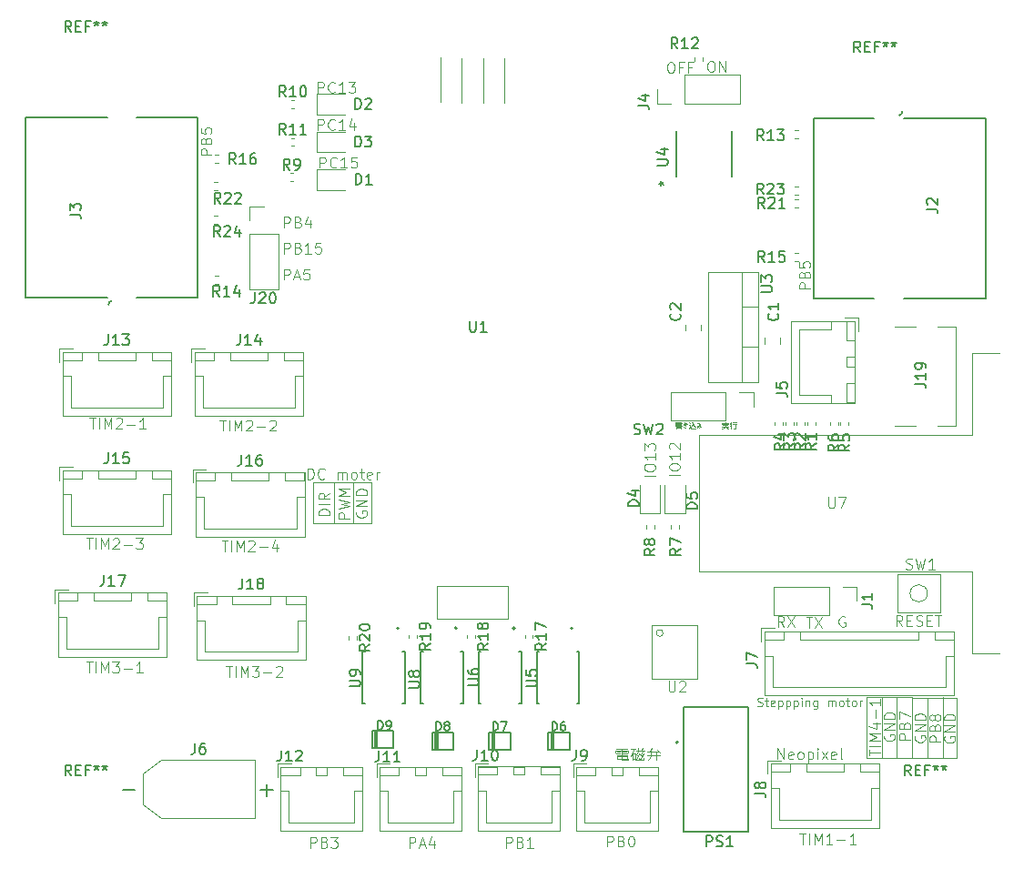
<source format=gbr>
%TF.GenerationSoftware,KiCad,Pcbnew,8.0.8*%
%TF.CreationDate,2025-09-27T22:11:16+09:00*%
%TF.ProjectId,esp_bluepill_board,6573705f-626c-4756-9570-696c6c5f626f,rev?*%
%TF.SameCoordinates,Original*%
%TF.FileFunction,Legend,Top*%
%TF.FilePolarity,Positive*%
%FSLAX46Y46*%
G04 Gerber Fmt 4.6, Leading zero omitted, Abs format (unit mm)*
G04 Created by KiCad (PCBNEW 8.0.8) date 2025-09-27 22:11:16*
%MOMM*%
%LPD*%
G01*
G04 APERTURE LIST*
%ADD10C,0.100000*%
%ADD11C,0.050000*%
%ADD12C,0.080000*%
%ADD13C,0.150000*%
%ADD14C,0.120000*%
%ADD15C,0.152400*%
%ADD16C,0.127000*%
%ADD17C,0.200000*%
G04 APERTURE END LIST*
D10*
X45078884Y-32412419D02*
X45078884Y-31412419D01*
X45078884Y-31412419D02*
X45459836Y-31412419D01*
X45459836Y-31412419D02*
X45555074Y-31460038D01*
X45555074Y-31460038D02*
X45602693Y-31507657D01*
X45602693Y-31507657D02*
X45650312Y-31602895D01*
X45650312Y-31602895D02*
X45650312Y-31745752D01*
X45650312Y-31745752D02*
X45602693Y-31840990D01*
X45602693Y-31840990D02*
X45555074Y-31888609D01*
X45555074Y-31888609D02*
X45459836Y-31936228D01*
X45459836Y-31936228D02*
X45078884Y-31936228D01*
X46650312Y-32317180D02*
X46602693Y-32364800D01*
X46602693Y-32364800D02*
X46459836Y-32412419D01*
X46459836Y-32412419D02*
X46364598Y-32412419D01*
X46364598Y-32412419D02*
X46221741Y-32364800D01*
X46221741Y-32364800D02*
X46126503Y-32269561D01*
X46126503Y-32269561D02*
X46078884Y-32174323D01*
X46078884Y-32174323D02*
X46031265Y-31983847D01*
X46031265Y-31983847D02*
X46031265Y-31840990D01*
X46031265Y-31840990D02*
X46078884Y-31650514D01*
X46078884Y-31650514D02*
X46126503Y-31555276D01*
X46126503Y-31555276D02*
X46221741Y-31460038D01*
X46221741Y-31460038D02*
X46364598Y-31412419D01*
X46364598Y-31412419D02*
X46459836Y-31412419D01*
X46459836Y-31412419D02*
X46602693Y-31460038D01*
X46602693Y-31460038D02*
X46650312Y-31507657D01*
X47602693Y-32412419D02*
X47031265Y-32412419D01*
X47316979Y-32412419D02*
X47316979Y-31412419D01*
X47316979Y-31412419D02*
X47221741Y-31555276D01*
X47221741Y-31555276D02*
X47126503Y-31650514D01*
X47126503Y-31650514D02*
X47031265Y-31698133D01*
X48507455Y-31412419D02*
X48031265Y-31412419D01*
X48031265Y-31412419D02*
X47983646Y-31888609D01*
X47983646Y-31888609D02*
X48031265Y-31840990D01*
X48031265Y-31840990D02*
X48126503Y-31793371D01*
X48126503Y-31793371D02*
X48364598Y-31793371D01*
X48364598Y-31793371D02*
X48459836Y-31840990D01*
X48459836Y-31840990D02*
X48507455Y-31888609D01*
X48507455Y-31888609D02*
X48555074Y-31983847D01*
X48555074Y-31983847D02*
X48555074Y-32221942D01*
X48555074Y-32221942D02*
X48507455Y-32317180D01*
X48507455Y-32317180D02*
X48459836Y-32364800D01*
X48459836Y-32364800D02*
X48364598Y-32412419D01*
X48364598Y-32412419D02*
X48126503Y-32412419D01*
X48126503Y-32412419D02*
X48031265Y-32364800D01*
X48031265Y-32364800D02*
X47983646Y-32317180D01*
X44903884Y-28872419D02*
X44903884Y-27872419D01*
X44903884Y-27872419D02*
X45284836Y-27872419D01*
X45284836Y-27872419D02*
X45380074Y-27920038D01*
X45380074Y-27920038D02*
X45427693Y-27967657D01*
X45427693Y-27967657D02*
X45475312Y-28062895D01*
X45475312Y-28062895D02*
X45475312Y-28205752D01*
X45475312Y-28205752D02*
X45427693Y-28300990D01*
X45427693Y-28300990D02*
X45380074Y-28348609D01*
X45380074Y-28348609D02*
X45284836Y-28396228D01*
X45284836Y-28396228D02*
X44903884Y-28396228D01*
X46475312Y-28777180D02*
X46427693Y-28824800D01*
X46427693Y-28824800D02*
X46284836Y-28872419D01*
X46284836Y-28872419D02*
X46189598Y-28872419D01*
X46189598Y-28872419D02*
X46046741Y-28824800D01*
X46046741Y-28824800D02*
X45951503Y-28729561D01*
X45951503Y-28729561D02*
X45903884Y-28634323D01*
X45903884Y-28634323D02*
X45856265Y-28443847D01*
X45856265Y-28443847D02*
X45856265Y-28300990D01*
X45856265Y-28300990D02*
X45903884Y-28110514D01*
X45903884Y-28110514D02*
X45951503Y-28015276D01*
X45951503Y-28015276D02*
X46046741Y-27920038D01*
X46046741Y-27920038D02*
X46189598Y-27872419D01*
X46189598Y-27872419D02*
X46284836Y-27872419D01*
X46284836Y-27872419D02*
X46427693Y-27920038D01*
X46427693Y-27920038D02*
X46475312Y-27967657D01*
X47427693Y-28872419D02*
X46856265Y-28872419D01*
X47141979Y-28872419D02*
X47141979Y-27872419D01*
X47141979Y-27872419D02*
X47046741Y-28015276D01*
X47046741Y-28015276D02*
X46951503Y-28110514D01*
X46951503Y-28110514D02*
X46856265Y-28158133D01*
X48284836Y-28205752D02*
X48284836Y-28872419D01*
X48046741Y-27824800D02*
X47808646Y-28539085D01*
X47808646Y-28539085D02*
X48427693Y-28539085D01*
X44903884Y-25422419D02*
X44903884Y-24422419D01*
X44903884Y-24422419D02*
X45284836Y-24422419D01*
X45284836Y-24422419D02*
X45380074Y-24470038D01*
X45380074Y-24470038D02*
X45427693Y-24517657D01*
X45427693Y-24517657D02*
X45475312Y-24612895D01*
X45475312Y-24612895D02*
X45475312Y-24755752D01*
X45475312Y-24755752D02*
X45427693Y-24850990D01*
X45427693Y-24850990D02*
X45380074Y-24898609D01*
X45380074Y-24898609D02*
X45284836Y-24946228D01*
X45284836Y-24946228D02*
X44903884Y-24946228D01*
X46475312Y-25327180D02*
X46427693Y-25374800D01*
X46427693Y-25374800D02*
X46284836Y-25422419D01*
X46284836Y-25422419D02*
X46189598Y-25422419D01*
X46189598Y-25422419D02*
X46046741Y-25374800D01*
X46046741Y-25374800D02*
X45951503Y-25279561D01*
X45951503Y-25279561D02*
X45903884Y-25184323D01*
X45903884Y-25184323D02*
X45856265Y-24993847D01*
X45856265Y-24993847D02*
X45856265Y-24850990D01*
X45856265Y-24850990D02*
X45903884Y-24660514D01*
X45903884Y-24660514D02*
X45951503Y-24565276D01*
X45951503Y-24565276D02*
X46046741Y-24470038D01*
X46046741Y-24470038D02*
X46189598Y-24422419D01*
X46189598Y-24422419D02*
X46284836Y-24422419D01*
X46284836Y-24422419D02*
X46427693Y-24470038D01*
X46427693Y-24470038D02*
X46475312Y-24517657D01*
X47427693Y-25422419D02*
X46856265Y-25422419D01*
X47141979Y-25422419D02*
X47141979Y-24422419D01*
X47141979Y-24422419D02*
X47046741Y-24565276D01*
X47046741Y-24565276D02*
X46951503Y-24660514D01*
X46951503Y-24660514D02*
X46856265Y-24708133D01*
X47761027Y-24422419D02*
X48380074Y-24422419D01*
X48380074Y-24422419D02*
X48046741Y-24803371D01*
X48046741Y-24803371D02*
X48189598Y-24803371D01*
X48189598Y-24803371D02*
X48284836Y-24850990D01*
X48284836Y-24850990D02*
X48332455Y-24898609D01*
X48332455Y-24898609D02*
X48380074Y-24993847D01*
X48380074Y-24993847D02*
X48380074Y-25231942D01*
X48380074Y-25231942D02*
X48332455Y-25327180D01*
X48332455Y-25327180D02*
X48284836Y-25374800D01*
X48284836Y-25374800D02*
X48189598Y-25422419D01*
X48189598Y-25422419D02*
X47903884Y-25422419D01*
X47903884Y-25422419D02*
X47808646Y-25374800D01*
X47808646Y-25374800D02*
X47761027Y-25327180D01*
X77644360Y-22572419D02*
X77834836Y-22572419D01*
X77834836Y-22572419D02*
X77930074Y-22620038D01*
X77930074Y-22620038D02*
X78025312Y-22715276D01*
X78025312Y-22715276D02*
X78072931Y-22905752D01*
X78072931Y-22905752D02*
X78072931Y-23239085D01*
X78072931Y-23239085D02*
X78025312Y-23429561D01*
X78025312Y-23429561D02*
X77930074Y-23524800D01*
X77930074Y-23524800D02*
X77834836Y-23572419D01*
X77834836Y-23572419D02*
X77644360Y-23572419D01*
X77644360Y-23572419D02*
X77549122Y-23524800D01*
X77549122Y-23524800D02*
X77453884Y-23429561D01*
X77453884Y-23429561D02*
X77406265Y-23239085D01*
X77406265Y-23239085D02*
X77406265Y-22905752D01*
X77406265Y-22905752D02*
X77453884Y-22715276D01*
X77453884Y-22715276D02*
X77549122Y-22620038D01*
X77549122Y-22620038D02*
X77644360Y-22572419D01*
X78834836Y-23048609D02*
X78501503Y-23048609D01*
X78501503Y-23572419D02*
X78501503Y-22572419D01*
X78501503Y-22572419D02*
X78977693Y-22572419D01*
X79691979Y-23048609D02*
X79358646Y-23048609D01*
X79358646Y-23572419D02*
X79358646Y-22572419D01*
X79358646Y-22572419D02*
X79834836Y-22572419D01*
X81394360Y-22472419D02*
X81584836Y-22472419D01*
X81584836Y-22472419D02*
X81680074Y-22520038D01*
X81680074Y-22520038D02*
X81775312Y-22615276D01*
X81775312Y-22615276D02*
X81822931Y-22805752D01*
X81822931Y-22805752D02*
X81822931Y-23139085D01*
X81822931Y-23139085D02*
X81775312Y-23329561D01*
X81775312Y-23329561D02*
X81680074Y-23424800D01*
X81680074Y-23424800D02*
X81584836Y-23472419D01*
X81584836Y-23472419D02*
X81394360Y-23472419D01*
X81394360Y-23472419D02*
X81299122Y-23424800D01*
X81299122Y-23424800D02*
X81203884Y-23329561D01*
X81203884Y-23329561D02*
X81156265Y-23139085D01*
X81156265Y-23139085D02*
X81156265Y-22805752D01*
X81156265Y-22805752D02*
X81203884Y-22615276D01*
X81203884Y-22615276D02*
X81299122Y-22520038D01*
X81299122Y-22520038D02*
X81394360Y-22472419D01*
X82251503Y-23472419D02*
X82251503Y-22472419D01*
X82251503Y-22472419D02*
X82822931Y-23472419D01*
X82822931Y-23472419D02*
X82822931Y-22472419D01*
X41753884Y-42822419D02*
X41753884Y-41822419D01*
X41753884Y-41822419D02*
X42134836Y-41822419D01*
X42134836Y-41822419D02*
X42230074Y-41870038D01*
X42230074Y-41870038D02*
X42277693Y-41917657D01*
X42277693Y-41917657D02*
X42325312Y-42012895D01*
X42325312Y-42012895D02*
X42325312Y-42155752D01*
X42325312Y-42155752D02*
X42277693Y-42250990D01*
X42277693Y-42250990D02*
X42230074Y-42298609D01*
X42230074Y-42298609D02*
X42134836Y-42346228D01*
X42134836Y-42346228D02*
X41753884Y-42346228D01*
X42706265Y-42536704D02*
X43182455Y-42536704D01*
X42611027Y-42822419D02*
X42944360Y-41822419D01*
X42944360Y-41822419D02*
X43277693Y-42822419D01*
X44087217Y-41822419D02*
X43611027Y-41822419D01*
X43611027Y-41822419D02*
X43563408Y-42298609D01*
X43563408Y-42298609D02*
X43611027Y-42250990D01*
X43611027Y-42250990D02*
X43706265Y-42203371D01*
X43706265Y-42203371D02*
X43944360Y-42203371D01*
X43944360Y-42203371D02*
X44039598Y-42250990D01*
X44039598Y-42250990D02*
X44087217Y-42298609D01*
X44087217Y-42298609D02*
X44134836Y-42393847D01*
X44134836Y-42393847D02*
X44134836Y-42631942D01*
X44134836Y-42631942D02*
X44087217Y-42727180D01*
X44087217Y-42727180D02*
X44039598Y-42774800D01*
X44039598Y-42774800D02*
X43944360Y-42822419D01*
X43944360Y-42822419D02*
X43706265Y-42822419D01*
X43706265Y-42822419D02*
X43611027Y-42774800D01*
X43611027Y-42774800D02*
X43563408Y-42727180D01*
X41753884Y-40372419D02*
X41753884Y-39372419D01*
X41753884Y-39372419D02*
X42134836Y-39372419D01*
X42134836Y-39372419D02*
X42230074Y-39420038D01*
X42230074Y-39420038D02*
X42277693Y-39467657D01*
X42277693Y-39467657D02*
X42325312Y-39562895D01*
X42325312Y-39562895D02*
X42325312Y-39705752D01*
X42325312Y-39705752D02*
X42277693Y-39800990D01*
X42277693Y-39800990D02*
X42230074Y-39848609D01*
X42230074Y-39848609D02*
X42134836Y-39896228D01*
X42134836Y-39896228D02*
X41753884Y-39896228D01*
X43087217Y-39848609D02*
X43230074Y-39896228D01*
X43230074Y-39896228D02*
X43277693Y-39943847D01*
X43277693Y-39943847D02*
X43325312Y-40039085D01*
X43325312Y-40039085D02*
X43325312Y-40181942D01*
X43325312Y-40181942D02*
X43277693Y-40277180D01*
X43277693Y-40277180D02*
X43230074Y-40324800D01*
X43230074Y-40324800D02*
X43134836Y-40372419D01*
X43134836Y-40372419D02*
X42753884Y-40372419D01*
X42753884Y-40372419D02*
X42753884Y-39372419D01*
X42753884Y-39372419D02*
X43087217Y-39372419D01*
X43087217Y-39372419D02*
X43182455Y-39420038D01*
X43182455Y-39420038D02*
X43230074Y-39467657D01*
X43230074Y-39467657D02*
X43277693Y-39562895D01*
X43277693Y-39562895D02*
X43277693Y-39658133D01*
X43277693Y-39658133D02*
X43230074Y-39753371D01*
X43230074Y-39753371D02*
X43182455Y-39800990D01*
X43182455Y-39800990D02*
X43087217Y-39848609D01*
X43087217Y-39848609D02*
X42753884Y-39848609D01*
X44277693Y-40372419D02*
X43706265Y-40372419D01*
X43991979Y-40372419D02*
X43991979Y-39372419D01*
X43991979Y-39372419D02*
X43896741Y-39515276D01*
X43896741Y-39515276D02*
X43801503Y-39610514D01*
X43801503Y-39610514D02*
X43706265Y-39658133D01*
X45182455Y-39372419D02*
X44706265Y-39372419D01*
X44706265Y-39372419D02*
X44658646Y-39848609D01*
X44658646Y-39848609D02*
X44706265Y-39800990D01*
X44706265Y-39800990D02*
X44801503Y-39753371D01*
X44801503Y-39753371D02*
X45039598Y-39753371D01*
X45039598Y-39753371D02*
X45134836Y-39800990D01*
X45134836Y-39800990D02*
X45182455Y-39848609D01*
X45182455Y-39848609D02*
X45230074Y-39943847D01*
X45230074Y-39943847D02*
X45230074Y-40181942D01*
X45230074Y-40181942D02*
X45182455Y-40277180D01*
X45182455Y-40277180D02*
X45134836Y-40324800D01*
X45134836Y-40324800D02*
X45039598Y-40372419D01*
X45039598Y-40372419D02*
X44801503Y-40372419D01*
X44801503Y-40372419D02*
X44706265Y-40324800D01*
X44706265Y-40324800D02*
X44658646Y-40277180D01*
X41753884Y-37972419D02*
X41753884Y-36972419D01*
X41753884Y-36972419D02*
X42134836Y-36972419D01*
X42134836Y-36972419D02*
X42230074Y-37020038D01*
X42230074Y-37020038D02*
X42277693Y-37067657D01*
X42277693Y-37067657D02*
X42325312Y-37162895D01*
X42325312Y-37162895D02*
X42325312Y-37305752D01*
X42325312Y-37305752D02*
X42277693Y-37400990D01*
X42277693Y-37400990D02*
X42230074Y-37448609D01*
X42230074Y-37448609D02*
X42134836Y-37496228D01*
X42134836Y-37496228D02*
X41753884Y-37496228D01*
X43087217Y-37448609D02*
X43230074Y-37496228D01*
X43230074Y-37496228D02*
X43277693Y-37543847D01*
X43277693Y-37543847D02*
X43325312Y-37639085D01*
X43325312Y-37639085D02*
X43325312Y-37781942D01*
X43325312Y-37781942D02*
X43277693Y-37877180D01*
X43277693Y-37877180D02*
X43230074Y-37924800D01*
X43230074Y-37924800D02*
X43134836Y-37972419D01*
X43134836Y-37972419D02*
X42753884Y-37972419D01*
X42753884Y-37972419D02*
X42753884Y-36972419D01*
X42753884Y-36972419D02*
X43087217Y-36972419D01*
X43087217Y-36972419D02*
X43182455Y-37020038D01*
X43182455Y-37020038D02*
X43230074Y-37067657D01*
X43230074Y-37067657D02*
X43277693Y-37162895D01*
X43277693Y-37162895D02*
X43277693Y-37258133D01*
X43277693Y-37258133D02*
X43230074Y-37353371D01*
X43230074Y-37353371D02*
X43182455Y-37400990D01*
X43182455Y-37400990D02*
X43087217Y-37448609D01*
X43087217Y-37448609D02*
X42753884Y-37448609D01*
X44182455Y-37305752D02*
X44182455Y-37972419D01*
X43944360Y-36924800D02*
X43706265Y-37639085D01*
X43706265Y-37639085D02*
X44325312Y-37639085D01*
D11*
X82551941Y-56255257D02*
X83028132Y-56255257D01*
X82575751Y-56350495D02*
X83028132Y-56350495D01*
X82480513Y-56469542D02*
X83099560Y-56469542D01*
X82504322Y-56136209D02*
X82504322Y-56231447D01*
X82790036Y-56064780D02*
X82790036Y-56136209D01*
X82504322Y-56136209D02*
X83075751Y-56136209D01*
X83075751Y-56136209D02*
X83075751Y-56231447D01*
X82790036Y-56469542D02*
X82885274Y-56564780D01*
X82885274Y-56564780D02*
X83051941Y-56636209D01*
X82790036Y-56207638D02*
X82790036Y-56445733D01*
X82790036Y-56445733D02*
X82766227Y-56517161D01*
X82766227Y-56517161D02*
X82694798Y-56564780D01*
X82694798Y-56564780D02*
X82504322Y-56636209D01*
X83480512Y-56112400D02*
X83813846Y-56112400D01*
X83456703Y-56279066D02*
X83837655Y-56279066D01*
X83575750Y-56636209D02*
X83718608Y-56636209D01*
X83361465Y-56279066D02*
X83361465Y-56636209D01*
X83718608Y-56279066D02*
X83718608Y-56636209D01*
X83361465Y-56064780D02*
X83242417Y-56207638D01*
X83409084Y-56207638D02*
X83218608Y-56398114D01*
X78130513Y-56183828D02*
X78749560Y-56183828D01*
X78201941Y-56255257D02*
X78654322Y-56255257D01*
X78178132Y-56326685D02*
X78701941Y-56326685D01*
X78130513Y-56398114D02*
X78749560Y-56398114D01*
X78225751Y-56540971D02*
X78654322Y-56540971D01*
X78225751Y-56612400D02*
X78654322Y-56612400D01*
X78225751Y-56469542D02*
X78225751Y-56636209D01*
X78440036Y-56064780D02*
X78440036Y-56398114D01*
X78201941Y-56112400D02*
X78654322Y-56112400D01*
X78654322Y-56112400D02*
X78654322Y-56255257D01*
X78225751Y-56469542D02*
X78654322Y-56469542D01*
X78654322Y-56469542D02*
X78654322Y-56636209D01*
X78963846Y-56207638D02*
X79154322Y-56160019D01*
X78940036Y-56326685D02*
X79225750Y-56255257D01*
X79035274Y-56088590D02*
X79130512Y-56445733D01*
X79130512Y-56445733D02*
X79059084Y-56445733D01*
X78963846Y-56469542D02*
X78963846Y-56540971D01*
X78963846Y-56540971D02*
X79011465Y-56588590D01*
X79011465Y-56588590D02*
X79106703Y-56612400D01*
X79440037Y-56088590D02*
X79511465Y-56183828D01*
X79392418Y-56326685D02*
X79511465Y-56326685D01*
X79511465Y-56326685D02*
X79511465Y-56540971D01*
X79511465Y-56540971D02*
X79416227Y-56636209D01*
X79654322Y-56112400D02*
X79797179Y-56112400D01*
X79797179Y-56112400D02*
X79820989Y-56302876D01*
X79820989Y-56302876D02*
X79892418Y-56421923D01*
X79892418Y-56421923D02*
X79987656Y-56540971D01*
X79797179Y-56231447D02*
X79701941Y-56421923D01*
X79701941Y-56421923D02*
X79606703Y-56517161D01*
X79463846Y-56588590D02*
X79749560Y-56636209D01*
X79749560Y-56636209D02*
X79987656Y-56636209D01*
X80225751Y-56160019D02*
X80368608Y-56160019D01*
X80368608Y-56160019D02*
X80320989Y-56326685D01*
X80320989Y-56326685D02*
X80225751Y-56564780D01*
X80225751Y-56564780D02*
X80178132Y-56493352D01*
X80178132Y-56493352D02*
X80178132Y-56421923D01*
X80178132Y-56421923D02*
X80249560Y-56374304D01*
X80249560Y-56374304D02*
X80344798Y-56374304D01*
X80344798Y-56374304D02*
X80511465Y-56469542D01*
X80440036Y-56255257D02*
X80440036Y-56398114D01*
X80440036Y-56398114D02*
X80416227Y-56493352D01*
X80416227Y-56493352D02*
X80344798Y-56588590D01*
D10*
X78572419Y-60996115D02*
X77572419Y-60996115D01*
X77572419Y-60329449D02*
X77572419Y-60138973D01*
X77572419Y-60138973D02*
X77620038Y-60043735D01*
X77620038Y-60043735D02*
X77715276Y-59948497D01*
X77715276Y-59948497D02*
X77905752Y-59900878D01*
X77905752Y-59900878D02*
X78239085Y-59900878D01*
X78239085Y-59900878D02*
X78429561Y-59948497D01*
X78429561Y-59948497D02*
X78524800Y-60043735D01*
X78524800Y-60043735D02*
X78572419Y-60138973D01*
X78572419Y-60138973D02*
X78572419Y-60329449D01*
X78572419Y-60329449D02*
X78524800Y-60424687D01*
X78524800Y-60424687D02*
X78429561Y-60519925D01*
X78429561Y-60519925D02*
X78239085Y-60567544D01*
X78239085Y-60567544D02*
X77905752Y-60567544D01*
X77905752Y-60567544D02*
X77715276Y-60519925D01*
X77715276Y-60519925D02*
X77620038Y-60424687D01*
X77620038Y-60424687D02*
X77572419Y-60329449D01*
X78572419Y-58948497D02*
X78572419Y-59519925D01*
X78572419Y-59234211D02*
X77572419Y-59234211D01*
X77572419Y-59234211D02*
X77715276Y-59329449D01*
X77715276Y-59329449D02*
X77810514Y-59424687D01*
X77810514Y-59424687D02*
X77858133Y-59519925D01*
X77667657Y-58567544D02*
X77620038Y-58519925D01*
X77620038Y-58519925D02*
X77572419Y-58424687D01*
X77572419Y-58424687D02*
X77572419Y-58186592D01*
X77572419Y-58186592D02*
X77620038Y-58091354D01*
X77620038Y-58091354D02*
X77667657Y-58043735D01*
X77667657Y-58043735D02*
X77762895Y-57996116D01*
X77762895Y-57996116D02*
X77858133Y-57996116D01*
X77858133Y-57996116D02*
X78000990Y-58043735D01*
X78000990Y-58043735D02*
X78572419Y-58615163D01*
X78572419Y-58615163D02*
X78572419Y-57996116D01*
X76272419Y-61046115D02*
X75272419Y-61046115D01*
X75272419Y-60379449D02*
X75272419Y-60188973D01*
X75272419Y-60188973D02*
X75320038Y-60093735D01*
X75320038Y-60093735D02*
X75415276Y-59998497D01*
X75415276Y-59998497D02*
X75605752Y-59950878D01*
X75605752Y-59950878D02*
X75939085Y-59950878D01*
X75939085Y-59950878D02*
X76129561Y-59998497D01*
X76129561Y-59998497D02*
X76224800Y-60093735D01*
X76224800Y-60093735D02*
X76272419Y-60188973D01*
X76272419Y-60188973D02*
X76272419Y-60379449D01*
X76272419Y-60379449D02*
X76224800Y-60474687D01*
X76224800Y-60474687D02*
X76129561Y-60569925D01*
X76129561Y-60569925D02*
X75939085Y-60617544D01*
X75939085Y-60617544D02*
X75605752Y-60617544D01*
X75605752Y-60617544D02*
X75415276Y-60569925D01*
X75415276Y-60569925D02*
X75320038Y-60474687D01*
X75320038Y-60474687D02*
X75272419Y-60379449D01*
X76272419Y-58998497D02*
X76272419Y-59569925D01*
X76272419Y-59284211D02*
X75272419Y-59284211D01*
X75272419Y-59284211D02*
X75415276Y-59379449D01*
X75415276Y-59379449D02*
X75510514Y-59474687D01*
X75510514Y-59474687D02*
X75558133Y-59569925D01*
X75272419Y-58665163D02*
X75272419Y-58046116D01*
X75272419Y-58046116D02*
X75653371Y-58379449D01*
X75653371Y-58379449D02*
X75653371Y-58236592D01*
X75653371Y-58236592D02*
X75700990Y-58141354D01*
X75700990Y-58141354D02*
X75748609Y-58093735D01*
X75748609Y-58093735D02*
X75843847Y-58046116D01*
X75843847Y-58046116D02*
X76081942Y-58046116D01*
X76081942Y-58046116D02*
X76177180Y-58093735D01*
X76177180Y-58093735D02*
X76224800Y-58141354D01*
X76224800Y-58141354D02*
X76272419Y-58236592D01*
X76272419Y-58236592D02*
X76272419Y-58522306D01*
X76272419Y-58522306D02*
X76224800Y-58617544D01*
X76224800Y-58617544D02*
X76177180Y-58665163D01*
X93927693Y-74170038D02*
X93832455Y-74122419D01*
X93832455Y-74122419D02*
X93689598Y-74122419D01*
X93689598Y-74122419D02*
X93546741Y-74170038D01*
X93546741Y-74170038D02*
X93451503Y-74265276D01*
X93451503Y-74265276D02*
X93403884Y-74360514D01*
X93403884Y-74360514D02*
X93356265Y-74550990D01*
X93356265Y-74550990D02*
X93356265Y-74693847D01*
X93356265Y-74693847D02*
X93403884Y-74884323D01*
X93403884Y-74884323D02*
X93451503Y-74979561D01*
X93451503Y-74979561D02*
X93546741Y-75074800D01*
X93546741Y-75074800D02*
X93689598Y-75122419D01*
X93689598Y-75122419D02*
X93784836Y-75122419D01*
X93784836Y-75122419D02*
X93927693Y-75074800D01*
X93927693Y-75074800D02*
X93975312Y-75027180D01*
X93975312Y-75027180D02*
X93975312Y-74693847D01*
X93975312Y-74693847D02*
X93784836Y-74693847D01*
X90311027Y-74172419D02*
X90882455Y-74172419D01*
X90596741Y-75172419D02*
X90596741Y-74172419D01*
X91120551Y-74172419D02*
X91787217Y-75172419D01*
X91787217Y-74172419D02*
X91120551Y-75172419D01*
X88275312Y-75122419D02*
X87941979Y-74646228D01*
X87703884Y-75122419D02*
X87703884Y-74122419D01*
X87703884Y-74122419D02*
X88084836Y-74122419D01*
X88084836Y-74122419D02*
X88180074Y-74170038D01*
X88180074Y-74170038D02*
X88227693Y-74217657D01*
X88227693Y-74217657D02*
X88275312Y-74312895D01*
X88275312Y-74312895D02*
X88275312Y-74455752D01*
X88275312Y-74455752D02*
X88227693Y-74550990D01*
X88227693Y-74550990D02*
X88180074Y-74598609D01*
X88180074Y-74598609D02*
X88084836Y-74646228D01*
X88084836Y-74646228D02*
X87703884Y-74646228D01*
X88608646Y-74122419D02*
X89275312Y-75122419D01*
X89275312Y-74122419D02*
X88608646Y-75122419D01*
X99275312Y-75022419D02*
X98941979Y-74546228D01*
X98703884Y-75022419D02*
X98703884Y-74022419D01*
X98703884Y-74022419D02*
X99084836Y-74022419D01*
X99084836Y-74022419D02*
X99180074Y-74070038D01*
X99180074Y-74070038D02*
X99227693Y-74117657D01*
X99227693Y-74117657D02*
X99275312Y-74212895D01*
X99275312Y-74212895D02*
X99275312Y-74355752D01*
X99275312Y-74355752D02*
X99227693Y-74450990D01*
X99227693Y-74450990D02*
X99180074Y-74498609D01*
X99180074Y-74498609D02*
X99084836Y-74546228D01*
X99084836Y-74546228D02*
X98703884Y-74546228D01*
X99703884Y-74498609D02*
X100037217Y-74498609D01*
X100180074Y-75022419D02*
X99703884Y-75022419D01*
X99703884Y-75022419D02*
X99703884Y-74022419D01*
X99703884Y-74022419D02*
X100180074Y-74022419D01*
X100561027Y-74974800D02*
X100703884Y-75022419D01*
X100703884Y-75022419D02*
X100941979Y-75022419D01*
X100941979Y-75022419D02*
X101037217Y-74974800D01*
X101037217Y-74974800D02*
X101084836Y-74927180D01*
X101084836Y-74927180D02*
X101132455Y-74831942D01*
X101132455Y-74831942D02*
X101132455Y-74736704D01*
X101132455Y-74736704D02*
X101084836Y-74641466D01*
X101084836Y-74641466D02*
X101037217Y-74593847D01*
X101037217Y-74593847D02*
X100941979Y-74546228D01*
X100941979Y-74546228D02*
X100751503Y-74498609D01*
X100751503Y-74498609D02*
X100656265Y-74450990D01*
X100656265Y-74450990D02*
X100608646Y-74403371D01*
X100608646Y-74403371D02*
X100561027Y-74308133D01*
X100561027Y-74308133D02*
X100561027Y-74212895D01*
X100561027Y-74212895D02*
X100608646Y-74117657D01*
X100608646Y-74117657D02*
X100656265Y-74070038D01*
X100656265Y-74070038D02*
X100751503Y-74022419D01*
X100751503Y-74022419D02*
X100989598Y-74022419D01*
X100989598Y-74022419D02*
X101132455Y-74070038D01*
X101561027Y-74498609D02*
X101894360Y-74498609D01*
X102037217Y-75022419D02*
X101561027Y-75022419D01*
X101561027Y-75022419D02*
X101561027Y-74022419D01*
X101561027Y-74022419D02*
X102037217Y-74022419D01*
X102322932Y-74022419D02*
X102894360Y-74022419D01*
X102608646Y-75022419D02*
X102608646Y-74022419D01*
X62250000Y-26375000D02*
X62250000Y-22225000D01*
X60300000Y-26350000D02*
X60300000Y-22200000D01*
X58300000Y-26325000D02*
X58300000Y-22175000D01*
X56350000Y-26300000D02*
X56350000Y-22150000D01*
X55950000Y-71350000D02*
X62600000Y-71350000D01*
X62600000Y-74350000D01*
X55950000Y-74350000D01*
X55950000Y-71350000D01*
X35022419Y-31196115D02*
X34022419Y-31196115D01*
X34022419Y-31196115D02*
X34022419Y-30815163D01*
X34022419Y-30815163D02*
X34070038Y-30719925D01*
X34070038Y-30719925D02*
X34117657Y-30672306D01*
X34117657Y-30672306D02*
X34212895Y-30624687D01*
X34212895Y-30624687D02*
X34355752Y-30624687D01*
X34355752Y-30624687D02*
X34450990Y-30672306D01*
X34450990Y-30672306D02*
X34498609Y-30719925D01*
X34498609Y-30719925D02*
X34546228Y-30815163D01*
X34546228Y-30815163D02*
X34546228Y-31196115D01*
X34498609Y-29862782D02*
X34546228Y-29719925D01*
X34546228Y-29719925D02*
X34593847Y-29672306D01*
X34593847Y-29672306D02*
X34689085Y-29624687D01*
X34689085Y-29624687D02*
X34831942Y-29624687D01*
X34831942Y-29624687D02*
X34927180Y-29672306D01*
X34927180Y-29672306D02*
X34974800Y-29719925D01*
X34974800Y-29719925D02*
X35022419Y-29815163D01*
X35022419Y-29815163D02*
X35022419Y-30196115D01*
X35022419Y-30196115D02*
X34022419Y-30196115D01*
X34022419Y-30196115D02*
X34022419Y-29862782D01*
X34022419Y-29862782D02*
X34070038Y-29767544D01*
X34070038Y-29767544D02*
X34117657Y-29719925D01*
X34117657Y-29719925D02*
X34212895Y-29672306D01*
X34212895Y-29672306D02*
X34308133Y-29672306D01*
X34308133Y-29672306D02*
X34403371Y-29719925D01*
X34403371Y-29719925D02*
X34450990Y-29767544D01*
X34450990Y-29767544D02*
X34498609Y-29862782D01*
X34498609Y-29862782D02*
X34498609Y-30196115D01*
X34022419Y-28719925D02*
X34022419Y-29196115D01*
X34022419Y-29196115D02*
X34498609Y-29243734D01*
X34498609Y-29243734D02*
X34450990Y-29196115D01*
X34450990Y-29196115D02*
X34403371Y-29100877D01*
X34403371Y-29100877D02*
X34403371Y-28862782D01*
X34403371Y-28862782D02*
X34450990Y-28767544D01*
X34450990Y-28767544D02*
X34498609Y-28719925D01*
X34498609Y-28719925D02*
X34593847Y-28672306D01*
X34593847Y-28672306D02*
X34831942Y-28672306D01*
X34831942Y-28672306D02*
X34927180Y-28719925D01*
X34927180Y-28719925D02*
X34974800Y-28767544D01*
X34974800Y-28767544D02*
X35022419Y-28862782D01*
X35022419Y-28862782D02*
X35022419Y-29100877D01*
X35022419Y-29100877D02*
X34974800Y-29196115D01*
X34974800Y-29196115D02*
X34927180Y-29243734D01*
X90672419Y-43646115D02*
X89672419Y-43646115D01*
X89672419Y-43646115D02*
X89672419Y-43265163D01*
X89672419Y-43265163D02*
X89720038Y-43169925D01*
X89720038Y-43169925D02*
X89767657Y-43122306D01*
X89767657Y-43122306D02*
X89862895Y-43074687D01*
X89862895Y-43074687D02*
X90005752Y-43074687D01*
X90005752Y-43074687D02*
X90100990Y-43122306D01*
X90100990Y-43122306D02*
X90148609Y-43169925D01*
X90148609Y-43169925D02*
X90196228Y-43265163D01*
X90196228Y-43265163D02*
X90196228Y-43646115D01*
X90148609Y-42312782D02*
X90196228Y-42169925D01*
X90196228Y-42169925D02*
X90243847Y-42122306D01*
X90243847Y-42122306D02*
X90339085Y-42074687D01*
X90339085Y-42074687D02*
X90481942Y-42074687D01*
X90481942Y-42074687D02*
X90577180Y-42122306D01*
X90577180Y-42122306D02*
X90624800Y-42169925D01*
X90624800Y-42169925D02*
X90672419Y-42265163D01*
X90672419Y-42265163D02*
X90672419Y-42646115D01*
X90672419Y-42646115D02*
X89672419Y-42646115D01*
X89672419Y-42646115D02*
X89672419Y-42312782D01*
X89672419Y-42312782D02*
X89720038Y-42217544D01*
X89720038Y-42217544D02*
X89767657Y-42169925D01*
X89767657Y-42169925D02*
X89862895Y-42122306D01*
X89862895Y-42122306D02*
X89958133Y-42122306D01*
X89958133Y-42122306D02*
X90053371Y-42169925D01*
X90053371Y-42169925D02*
X90100990Y-42217544D01*
X90100990Y-42217544D02*
X90148609Y-42312782D01*
X90148609Y-42312782D02*
X90148609Y-42646115D01*
X89672419Y-41169925D02*
X89672419Y-41646115D01*
X89672419Y-41646115D02*
X90148609Y-41693734D01*
X90148609Y-41693734D02*
X90100990Y-41646115D01*
X90100990Y-41646115D02*
X90053371Y-41550877D01*
X90053371Y-41550877D02*
X90053371Y-41312782D01*
X90053371Y-41312782D02*
X90100990Y-41217544D01*
X90100990Y-41217544D02*
X90148609Y-41169925D01*
X90148609Y-41169925D02*
X90243847Y-41122306D01*
X90243847Y-41122306D02*
X90481942Y-41122306D01*
X90481942Y-41122306D02*
X90577180Y-41169925D01*
X90577180Y-41169925D02*
X90624800Y-41217544D01*
X90624800Y-41217544D02*
X90672419Y-41312782D01*
X90672419Y-41312782D02*
X90672419Y-41550877D01*
X90672419Y-41550877D02*
X90624800Y-41646115D01*
X90624800Y-41646115D02*
X90577180Y-41693734D01*
X103050000Y-87250000D02*
X103050000Y-81650000D01*
X101650000Y-81750000D02*
X101650000Y-87350000D01*
X100150000Y-81687500D02*
X100150000Y-87300000D01*
X98775000Y-87300000D02*
X98775000Y-81675000D01*
X97400000Y-81650000D02*
X97400000Y-87300000D01*
X104350000Y-81700000D02*
X95950000Y-81675000D01*
X104350000Y-87300000D02*
X104350000Y-81700000D01*
X95950000Y-87300000D02*
X104350000Y-87300000D01*
X95950000Y-81675000D02*
X95950000Y-87300000D01*
X89711027Y-94322419D02*
X90282455Y-94322419D01*
X89996741Y-95322419D02*
X89996741Y-94322419D01*
X90615789Y-95322419D02*
X90615789Y-94322419D01*
X91091979Y-95322419D02*
X91091979Y-94322419D01*
X91091979Y-94322419D02*
X91425312Y-95036704D01*
X91425312Y-95036704D02*
X91758645Y-94322419D01*
X91758645Y-94322419D02*
X91758645Y-95322419D01*
X92758645Y-95322419D02*
X92187217Y-95322419D01*
X92472931Y-95322419D02*
X92472931Y-94322419D01*
X92472931Y-94322419D02*
X92377693Y-94465276D01*
X92377693Y-94465276D02*
X92282455Y-94560514D01*
X92282455Y-94560514D02*
X92187217Y-94608133D01*
X93187217Y-94941466D02*
X93949122Y-94941466D01*
X94949121Y-95322419D02*
X94377693Y-95322419D01*
X94663407Y-95322419D02*
X94663407Y-94322419D01*
X94663407Y-94322419D02*
X94568169Y-94465276D01*
X94568169Y-94465276D02*
X94472931Y-94560514D01*
X94472931Y-94560514D02*
X94377693Y-94608133D01*
D12*
X85805011Y-82459840D02*
X85919297Y-82497935D01*
X85919297Y-82497935D02*
X86109773Y-82497935D01*
X86109773Y-82497935D02*
X86185964Y-82459840D01*
X86185964Y-82459840D02*
X86224059Y-82421744D01*
X86224059Y-82421744D02*
X86262154Y-82345554D01*
X86262154Y-82345554D02*
X86262154Y-82269363D01*
X86262154Y-82269363D02*
X86224059Y-82193173D01*
X86224059Y-82193173D02*
X86185964Y-82155078D01*
X86185964Y-82155078D02*
X86109773Y-82116982D01*
X86109773Y-82116982D02*
X85957392Y-82078887D01*
X85957392Y-82078887D02*
X85881202Y-82040792D01*
X85881202Y-82040792D02*
X85843107Y-82002697D01*
X85843107Y-82002697D02*
X85805011Y-81926506D01*
X85805011Y-81926506D02*
X85805011Y-81850316D01*
X85805011Y-81850316D02*
X85843107Y-81774125D01*
X85843107Y-81774125D02*
X85881202Y-81736030D01*
X85881202Y-81736030D02*
X85957392Y-81697935D01*
X85957392Y-81697935D02*
X86147869Y-81697935D01*
X86147869Y-81697935D02*
X86262154Y-81736030D01*
X86490726Y-81964601D02*
X86795488Y-81964601D01*
X86605012Y-81697935D02*
X86605012Y-82383649D01*
X86605012Y-82383649D02*
X86643107Y-82459840D01*
X86643107Y-82459840D02*
X86719297Y-82497935D01*
X86719297Y-82497935D02*
X86795488Y-82497935D01*
X87366917Y-82459840D02*
X87290726Y-82497935D01*
X87290726Y-82497935D02*
X87138345Y-82497935D01*
X87138345Y-82497935D02*
X87062155Y-82459840D01*
X87062155Y-82459840D02*
X87024059Y-82383649D01*
X87024059Y-82383649D02*
X87024059Y-82078887D01*
X87024059Y-82078887D02*
X87062155Y-82002697D01*
X87062155Y-82002697D02*
X87138345Y-81964601D01*
X87138345Y-81964601D02*
X87290726Y-81964601D01*
X87290726Y-81964601D02*
X87366917Y-82002697D01*
X87366917Y-82002697D02*
X87405012Y-82078887D01*
X87405012Y-82078887D02*
X87405012Y-82155078D01*
X87405012Y-82155078D02*
X87024059Y-82231268D01*
X87747869Y-81964601D02*
X87747869Y-82764601D01*
X87747869Y-82002697D02*
X87824059Y-81964601D01*
X87824059Y-81964601D02*
X87976440Y-81964601D01*
X87976440Y-81964601D02*
X88052631Y-82002697D01*
X88052631Y-82002697D02*
X88090726Y-82040792D01*
X88090726Y-82040792D02*
X88128821Y-82116982D01*
X88128821Y-82116982D02*
X88128821Y-82345554D01*
X88128821Y-82345554D02*
X88090726Y-82421744D01*
X88090726Y-82421744D02*
X88052631Y-82459840D01*
X88052631Y-82459840D02*
X87976440Y-82497935D01*
X87976440Y-82497935D02*
X87824059Y-82497935D01*
X87824059Y-82497935D02*
X87747869Y-82459840D01*
X88471679Y-81964601D02*
X88471679Y-82764601D01*
X88471679Y-82002697D02*
X88547869Y-81964601D01*
X88547869Y-81964601D02*
X88700250Y-81964601D01*
X88700250Y-81964601D02*
X88776441Y-82002697D01*
X88776441Y-82002697D02*
X88814536Y-82040792D01*
X88814536Y-82040792D02*
X88852631Y-82116982D01*
X88852631Y-82116982D02*
X88852631Y-82345554D01*
X88852631Y-82345554D02*
X88814536Y-82421744D01*
X88814536Y-82421744D02*
X88776441Y-82459840D01*
X88776441Y-82459840D02*
X88700250Y-82497935D01*
X88700250Y-82497935D02*
X88547869Y-82497935D01*
X88547869Y-82497935D02*
X88471679Y-82459840D01*
X89195489Y-81964601D02*
X89195489Y-82764601D01*
X89195489Y-82002697D02*
X89271679Y-81964601D01*
X89271679Y-81964601D02*
X89424060Y-81964601D01*
X89424060Y-81964601D02*
X89500251Y-82002697D01*
X89500251Y-82002697D02*
X89538346Y-82040792D01*
X89538346Y-82040792D02*
X89576441Y-82116982D01*
X89576441Y-82116982D02*
X89576441Y-82345554D01*
X89576441Y-82345554D02*
X89538346Y-82421744D01*
X89538346Y-82421744D02*
X89500251Y-82459840D01*
X89500251Y-82459840D02*
X89424060Y-82497935D01*
X89424060Y-82497935D02*
X89271679Y-82497935D01*
X89271679Y-82497935D02*
X89195489Y-82459840D01*
X89919299Y-82497935D02*
X89919299Y-81964601D01*
X89919299Y-81697935D02*
X89881203Y-81736030D01*
X89881203Y-81736030D02*
X89919299Y-81774125D01*
X89919299Y-81774125D02*
X89957394Y-81736030D01*
X89957394Y-81736030D02*
X89919299Y-81697935D01*
X89919299Y-81697935D02*
X89919299Y-81774125D01*
X90300251Y-81964601D02*
X90300251Y-82497935D01*
X90300251Y-82040792D02*
X90338346Y-82002697D01*
X90338346Y-82002697D02*
X90414536Y-81964601D01*
X90414536Y-81964601D02*
X90528822Y-81964601D01*
X90528822Y-81964601D02*
X90605013Y-82002697D01*
X90605013Y-82002697D02*
X90643108Y-82078887D01*
X90643108Y-82078887D02*
X90643108Y-82497935D01*
X91366918Y-81964601D02*
X91366918Y-82612220D01*
X91366918Y-82612220D02*
X91328823Y-82688411D01*
X91328823Y-82688411D02*
X91290727Y-82726506D01*
X91290727Y-82726506D02*
X91214537Y-82764601D01*
X91214537Y-82764601D02*
X91100251Y-82764601D01*
X91100251Y-82764601D02*
X91024061Y-82726506D01*
X91366918Y-82459840D02*
X91290727Y-82497935D01*
X91290727Y-82497935D02*
X91138346Y-82497935D01*
X91138346Y-82497935D02*
X91062156Y-82459840D01*
X91062156Y-82459840D02*
X91024061Y-82421744D01*
X91024061Y-82421744D02*
X90985965Y-82345554D01*
X90985965Y-82345554D02*
X90985965Y-82116982D01*
X90985965Y-82116982D02*
X91024061Y-82040792D01*
X91024061Y-82040792D02*
X91062156Y-82002697D01*
X91062156Y-82002697D02*
X91138346Y-81964601D01*
X91138346Y-81964601D02*
X91290727Y-81964601D01*
X91290727Y-81964601D02*
X91366918Y-82002697D01*
X92357395Y-82497935D02*
X92357395Y-81964601D01*
X92357395Y-82040792D02*
X92395490Y-82002697D01*
X92395490Y-82002697D02*
X92471680Y-81964601D01*
X92471680Y-81964601D02*
X92585966Y-81964601D01*
X92585966Y-81964601D02*
X92662157Y-82002697D01*
X92662157Y-82002697D02*
X92700252Y-82078887D01*
X92700252Y-82078887D02*
X92700252Y-82497935D01*
X92700252Y-82078887D02*
X92738347Y-82002697D01*
X92738347Y-82002697D02*
X92814538Y-81964601D01*
X92814538Y-81964601D02*
X92928823Y-81964601D01*
X92928823Y-81964601D02*
X93005014Y-82002697D01*
X93005014Y-82002697D02*
X93043109Y-82078887D01*
X93043109Y-82078887D02*
X93043109Y-82497935D01*
X93538347Y-82497935D02*
X93462157Y-82459840D01*
X93462157Y-82459840D02*
X93424062Y-82421744D01*
X93424062Y-82421744D02*
X93385966Y-82345554D01*
X93385966Y-82345554D02*
X93385966Y-82116982D01*
X93385966Y-82116982D02*
X93424062Y-82040792D01*
X93424062Y-82040792D02*
X93462157Y-82002697D01*
X93462157Y-82002697D02*
X93538347Y-81964601D01*
X93538347Y-81964601D02*
X93652633Y-81964601D01*
X93652633Y-81964601D02*
X93728824Y-82002697D01*
X93728824Y-82002697D02*
X93766919Y-82040792D01*
X93766919Y-82040792D02*
X93805014Y-82116982D01*
X93805014Y-82116982D02*
X93805014Y-82345554D01*
X93805014Y-82345554D02*
X93766919Y-82421744D01*
X93766919Y-82421744D02*
X93728824Y-82459840D01*
X93728824Y-82459840D02*
X93652633Y-82497935D01*
X93652633Y-82497935D02*
X93538347Y-82497935D01*
X94033586Y-81964601D02*
X94338348Y-81964601D01*
X94147872Y-81697935D02*
X94147872Y-82383649D01*
X94147872Y-82383649D02*
X94185967Y-82459840D01*
X94185967Y-82459840D02*
X94262157Y-82497935D01*
X94262157Y-82497935D02*
X94338348Y-82497935D01*
X94719300Y-82497935D02*
X94643110Y-82459840D01*
X94643110Y-82459840D02*
X94605015Y-82421744D01*
X94605015Y-82421744D02*
X94566919Y-82345554D01*
X94566919Y-82345554D02*
X94566919Y-82116982D01*
X94566919Y-82116982D02*
X94605015Y-82040792D01*
X94605015Y-82040792D02*
X94643110Y-82002697D01*
X94643110Y-82002697D02*
X94719300Y-81964601D01*
X94719300Y-81964601D02*
X94833586Y-81964601D01*
X94833586Y-81964601D02*
X94909777Y-82002697D01*
X94909777Y-82002697D02*
X94947872Y-82040792D01*
X94947872Y-82040792D02*
X94985967Y-82116982D01*
X94985967Y-82116982D02*
X94985967Y-82345554D01*
X94985967Y-82345554D02*
X94947872Y-82421744D01*
X94947872Y-82421744D02*
X94909777Y-82459840D01*
X94909777Y-82459840D02*
X94833586Y-82497935D01*
X94833586Y-82497935D02*
X94719300Y-82497935D01*
X95328825Y-82497935D02*
X95328825Y-81964601D01*
X95328825Y-82116982D02*
X95366920Y-82040792D01*
X95366920Y-82040792D02*
X95405015Y-82002697D01*
X95405015Y-82002697D02*
X95481206Y-81964601D01*
X95481206Y-81964601D02*
X95557396Y-81964601D01*
D10*
X87678884Y-87422419D02*
X87678884Y-86422419D01*
X87678884Y-86422419D02*
X88250312Y-87422419D01*
X88250312Y-87422419D02*
X88250312Y-86422419D01*
X89107455Y-87374800D02*
X89012217Y-87422419D01*
X89012217Y-87422419D02*
X88821741Y-87422419D01*
X88821741Y-87422419D02*
X88726503Y-87374800D01*
X88726503Y-87374800D02*
X88678884Y-87279561D01*
X88678884Y-87279561D02*
X88678884Y-86898609D01*
X88678884Y-86898609D02*
X88726503Y-86803371D01*
X88726503Y-86803371D02*
X88821741Y-86755752D01*
X88821741Y-86755752D02*
X89012217Y-86755752D01*
X89012217Y-86755752D02*
X89107455Y-86803371D01*
X89107455Y-86803371D02*
X89155074Y-86898609D01*
X89155074Y-86898609D02*
X89155074Y-86993847D01*
X89155074Y-86993847D02*
X88678884Y-87089085D01*
X89726503Y-87422419D02*
X89631265Y-87374800D01*
X89631265Y-87374800D02*
X89583646Y-87327180D01*
X89583646Y-87327180D02*
X89536027Y-87231942D01*
X89536027Y-87231942D02*
X89536027Y-86946228D01*
X89536027Y-86946228D02*
X89583646Y-86850990D01*
X89583646Y-86850990D02*
X89631265Y-86803371D01*
X89631265Y-86803371D02*
X89726503Y-86755752D01*
X89726503Y-86755752D02*
X89869360Y-86755752D01*
X89869360Y-86755752D02*
X89964598Y-86803371D01*
X89964598Y-86803371D02*
X90012217Y-86850990D01*
X90012217Y-86850990D02*
X90059836Y-86946228D01*
X90059836Y-86946228D02*
X90059836Y-87231942D01*
X90059836Y-87231942D02*
X90012217Y-87327180D01*
X90012217Y-87327180D02*
X89964598Y-87374800D01*
X89964598Y-87374800D02*
X89869360Y-87422419D01*
X89869360Y-87422419D02*
X89726503Y-87422419D01*
X90488408Y-86755752D02*
X90488408Y-87755752D01*
X90488408Y-86803371D02*
X90583646Y-86755752D01*
X90583646Y-86755752D02*
X90774122Y-86755752D01*
X90774122Y-86755752D02*
X90869360Y-86803371D01*
X90869360Y-86803371D02*
X90916979Y-86850990D01*
X90916979Y-86850990D02*
X90964598Y-86946228D01*
X90964598Y-86946228D02*
X90964598Y-87231942D01*
X90964598Y-87231942D02*
X90916979Y-87327180D01*
X90916979Y-87327180D02*
X90869360Y-87374800D01*
X90869360Y-87374800D02*
X90774122Y-87422419D01*
X90774122Y-87422419D02*
X90583646Y-87422419D01*
X90583646Y-87422419D02*
X90488408Y-87374800D01*
X91393170Y-87422419D02*
X91393170Y-86755752D01*
X91393170Y-86422419D02*
X91345551Y-86470038D01*
X91345551Y-86470038D02*
X91393170Y-86517657D01*
X91393170Y-86517657D02*
X91440789Y-86470038D01*
X91440789Y-86470038D02*
X91393170Y-86422419D01*
X91393170Y-86422419D02*
X91393170Y-86517657D01*
X91774122Y-87422419D02*
X92297931Y-86755752D01*
X91774122Y-86755752D02*
X92297931Y-87422419D01*
X93059836Y-87374800D02*
X92964598Y-87422419D01*
X92964598Y-87422419D02*
X92774122Y-87422419D01*
X92774122Y-87422419D02*
X92678884Y-87374800D01*
X92678884Y-87374800D02*
X92631265Y-87279561D01*
X92631265Y-87279561D02*
X92631265Y-86898609D01*
X92631265Y-86898609D02*
X92678884Y-86803371D01*
X92678884Y-86803371D02*
X92774122Y-86755752D01*
X92774122Y-86755752D02*
X92964598Y-86755752D01*
X92964598Y-86755752D02*
X93059836Y-86803371D01*
X93059836Y-86803371D02*
X93107455Y-86898609D01*
X93107455Y-86898609D02*
X93107455Y-86993847D01*
X93107455Y-86993847D02*
X92631265Y-87089085D01*
X93678884Y-87422419D02*
X93583646Y-87374800D01*
X93583646Y-87374800D02*
X93536027Y-87279561D01*
X93536027Y-87279561D02*
X93536027Y-86422419D01*
X103220038Y-85322306D02*
X103172419Y-85417544D01*
X103172419Y-85417544D02*
X103172419Y-85560401D01*
X103172419Y-85560401D02*
X103220038Y-85703258D01*
X103220038Y-85703258D02*
X103315276Y-85798496D01*
X103315276Y-85798496D02*
X103410514Y-85846115D01*
X103410514Y-85846115D02*
X103600990Y-85893734D01*
X103600990Y-85893734D02*
X103743847Y-85893734D01*
X103743847Y-85893734D02*
X103934323Y-85846115D01*
X103934323Y-85846115D02*
X104029561Y-85798496D01*
X104029561Y-85798496D02*
X104124800Y-85703258D01*
X104124800Y-85703258D02*
X104172419Y-85560401D01*
X104172419Y-85560401D02*
X104172419Y-85465163D01*
X104172419Y-85465163D02*
X104124800Y-85322306D01*
X104124800Y-85322306D02*
X104077180Y-85274687D01*
X104077180Y-85274687D02*
X103743847Y-85274687D01*
X103743847Y-85274687D02*
X103743847Y-85465163D01*
X104172419Y-84846115D02*
X103172419Y-84846115D01*
X103172419Y-84846115D02*
X104172419Y-84274687D01*
X104172419Y-84274687D02*
X103172419Y-84274687D01*
X104172419Y-83798496D02*
X103172419Y-83798496D01*
X103172419Y-83798496D02*
X103172419Y-83560401D01*
X103172419Y-83560401D02*
X103220038Y-83417544D01*
X103220038Y-83417544D02*
X103315276Y-83322306D01*
X103315276Y-83322306D02*
X103410514Y-83274687D01*
X103410514Y-83274687D02*
X103600990Y-83227068D01*
X103600990Y-83227068D02*
X103743847Y-83227068D01*
X103743847Y-83227068D02*
X103934323Y-83274687D01*
X103934323Y-83274687D02*
X104029561Y-83322306D01*
X104029561Y-83322306D02*
X104124800Y-83417544D01*
X104124800Y-83417544D02*
X104172419Y-83560401D01*
X104172419Y-83560401D02*
X104172419Y-83798496D01*
X100470038Y-85272306D02*
X100422419Y-85367544D01*
X100422419Y-85367544D02*
X100422419Y-85510401D01*
X100422419Y-85510401D02*
X100470038Y-85653258D01*
X100470038Y-85653258D02*
X100565276Y-85748496D01*
X100565276Y-85748496D02*
X100660514Y-85796115D01*
X100660514Y-85796115D02*
X100850990Y-85843734D01*
X100850990Y-85843734D02*
X100993847Y-85843734D01*
X100993847Y-85843734D02*
X101184323Y-85796115D01*
X101184323Y-85796115D02*
X101279561Y-85748496D01*
X101279561Y-85748496D02*
X101374800Y-85653258D01*
X101374800Y-85653258D02*
X101422419Y-85510401D01*
X101422419Y-85510401D02*
X101422419Y-85415163D01*
X101422419Y-85415163D02*
X101374800Y-85272306D01*
X101374800Y-85272306D02*
X101327180Y-85224687D01*
X101327180Y-85224687D02*
X100993847Y-85224687D01*
X100993847Y-85224687D02*
X100993847Y-85415163D01*
X101422419Y-84796115D02*
X100422419Y-84796115D01*
X100422419Y-84796115D02*
X101422419Y-84224687D01*
X101422419Y-84224687D02*
X100422419Y-84224687D01*
X101422419Y-83748496D02*
X100422419Y-83748496D01*
X100422419Y-83748496D02*
X100422419Y-83510401D01*
X100422419Y-83510401D02*
X100470038Y-83367544D01*
X100470038Y-83367544D02*
X100565276Y-83272306D01*
X100565276Y-83272306D02*
X100660514Y-83224687D01*
X100660514Y-83224687D02*
X100850990Y-83177068D01*
X100850990Y-83177068D02*
X100993847Y-83177068D01*
X100993847Y-83177068D02*
X101184323Y-83224687D01*
X101184323Y-83224687D02*
X101279561Y-83272306D01*
X101279561Y-83272306D02*
X101374800Y-83367544D01*
X101374800Y-83367544D02*
X101422419Y-83510401D01*
X101422419Y-83510401D02*
X101422419Y-83748496D01*
X97620038Y-85172306D02*
X97572419Y-85267544D01*
X97572419Y-85267544D02*
X97572419Y-85410401D01*
X97572419Y-85410401D02*
X97620038Y-85553258D01*
X97620038Y-85553258D02*
X97715276Y-85648496D01*
X97715276Y-85648496D02*
X97810514Y-85696115D01*
X97810514Y-85696115D02*
X98000990Y-85743734D01*
X98000990Y-85743734D02*
X98143847Y-85743734D01*
X98143847Y-85743734D02*
X98334323Y-85696115D01*
X98334323Y-85696115D02*
X98429561Y-85648496D01*
X98429561Y-85648496D02*
X98524800Y-85553258D01*
X98524800Y-85553258D02*
X98572419Y-85410401D01*
X98572419Y-85410401D02*
X98572419Y-85315163D01*
X98572419Y-85315163D02*
X98524800Y-85172306D01*
X98524800Y-85172306D02*
X98477180Y-85124687D01*
X98477180Y-85124687D02*
X98143847Y-85124687D01*
X98143847Y-85124687D02*
X98143847Y-85315163D01*
X98572419Y-84696115D02*
X97572419Y-84696115D01*
X97572419Y-84696115D02*
X98572419Y-84124687D01*
X98572419Y-84124687D02*
X97572419Y-84124687D01*
X98572419Y-83648496D02*
X97572419Y-83648496D01*
X97572419Y-83648496D02*
X97572419Y-83410401D01*
X97572419Y-83410401D02*
X97620038Y-83267544D01*
X97620038Y-83267544D02*
X97715276Y-83172306D01*
X97715276Y-83172306D02*
X97810514Y-83124687D01*
X97810514Y-83124687D02*
X98000990Y-83077068D01*
X98000990Y-83077068D02*
X98143847Y-83077068D01*
X98143847Y-83077068D02*
X98334323Y-83124687D01*
X98334323Y-83124687D02*
X98429561Y-83172306D01*
X98429561Y-83172306D02*
X98524800Y-83267544D01*
X98524800Y-83267544D02*
X98572419Y-83410401D01*
X98572419Y-83410401D02*
X98572419Y-83648496D01*
X102822419Y-85796115D02*
X101822419Y-85796115D01*
X101822419Y-85796115D02*
X101822419Y-85415163D01*
X101822419Y-85415163D02*
X101870038Y-85319925D01*
X101870038Y-85319925D02*
X101917657Y-85272306D01*
X101917657Y-85272306D02*
X102012895Y-85224687D01*
X102012895Y-85224687D02*
X102155752Y-85224687D01*
X102155752Y-85224687D02*
X102250990Y-85272306D01*
X102250990Y-85272306D02*
X102298609Y-85319925D01*
X102298609Y-85319925D02*
X102346228Y-85415163D01*
X102346228Y-85415163D02*
X102346228Y-85796115D01*
X102298609Y-84462782D02*
X102346228Y-84319925D01*
X102346228Y-84319925D02*
X102393847Y-84272306D01*
X102393847Y-84272306D02*
X102489085Y-84224687D01*
X102489085Y-84224687D02*
X102631942Y-84224687D01*
X102631942Y-84224687D02*
X102727180Y-84272306D01*
X102727180Y-84272306D02*
X102774800Y-84319925D01*
X102774800Y-84319925D02*
X102822419Y-84415163D01*
X102822419Y-84415163D02*
X102822419Y-84796115D01*
X102822419Y-84796115D02*
X101822419Y-84796115D01*
X101822419Y-84796115D02*
X101822419Y-84462782D01*
X101822419Y-84462782D02*
X101870038Y-84367544D01*
X101870038Y-84367544D02*
X101917657Y-84319925D01*
X101917657Y-84319925D02*
X102012895Y-84272306D01*
X102012895Y-84272306D02*
X102108133Y-84272306D01*
X102108133Y-84272306D02*
X102203371Y-84319925D01*
X102203371Y-84319925D02*
X102250990Y-84367544D01*
X102250990Y-84367544D02*
X102298609Y-84462782D01*
X102298609Y-84462782D02*
X102298609Y-84796115D01*
X102250990Y-83653258D02*
X102203371Y-83748496D01*
X102203371Y-83748496D02*
X102155752Y-83796115D01*
X102155752Y-83796115D02*
X102060514Y-83843734D01*
X102060514Y-83843734D02*
X102012895Y-83843734D01*
X102012895Y-83843734D02*
X101917657Y-83796115D01*
X101917657Y-83796115D02*
X101870038Y-83748496D01*
X101870038Y-83748496D02*
X101822419Y-83653258D01*
X101822419Y-83653258D02*
X101822419Y-83462782D01*
X101822419Y-83462782D02*
X101870038Y-83367544D01*
X101870038Y-83367544D02*
X101917657Y-83319925D01*
X101917657Y-83319925D02*
X102012895Y-83272306D01*
X102012895Y-83272306D02*
X102060514Y-83272306D01*
X102060514Y-83272306D02*
X102155752Y-83319925D01*
X102155752Y-83319925D02*
X102203371Y-83367544D01*
X102203371Y-83367544D02*
X102250990Y-83462782D01*
X102250990Y-83462782D02*
X102250990Y-83653258D01*
X102250990Y-83653258D02*
X102298609Y-83748496D01*
X102298609Y-83748496D02*
X102346228Y-83796115D01*
X102346228Y-83796115D02*
X102441466Y-83843734D01*
X102441466Y-83843734D02*
X102631942Y-83843734D01*
X102631942Y-83843734D02*
X102727180Y-83796115D01*
X102727180Y-83796115D02*
X102774800Y-83748496D01*
X102774800Y-83748496D02*
X102822419Y-83653258D01*
X102822419Y-83653258D02*
X102822419Y-83462782D01*
X102822419Y-83462782D02*
X102774800Y-83367544D01*
X102774800Y-83367544D02*
X102727180Y-83319925D01*
X102727180Y-83319925D02*
X102631942Y-83272306D01*
X102631942Y-83272306D02*
X102441466Y-83272306D01*
X102441466Y-83272306D02*
X102346228Y-83319925D01*
X102346228Y-83319925D02*
X102298609Y-83367544D01*
X102298609Y-83367544D02*
X102250990Y-83462782D01*
X99972419Y-85596115D02*
X98972419Y-85596115D01*
X98972419Y-85596115D02*
X98972419Y-85215163D01*
X98972419Y-85215163D02*
X99020038Y-85119925D01*
X99020038Y-85119925D02*
X99067657Y-85072306D01*
X99067657Y-85072306D02*
X99162895Y-85024687D01*
X99162895Y-85024687D02*
X99305752Y-85024687D01*
X99305752Y-85024687D02*
X99400990Y-85072306D01*
X99400990Y-85072306D02*
X99448609Y-85119925D01*
X99448609Y-85119925D02*
X99496228Y-85215163D01*
X99496228Y-85215163D02*
X99496228Y-85596115D01*
X99448609Y-84262782D02*
X99496228Y-84119925D01*
X99496228Y-84119925D02*
X99543847Y-84072306D01*
X99543847Y-84072306D02*
X99639085Y-84024687D01*
X99639085Y-84024687D02*
X99781942Y-84024687D01*
X99781942Y-84024687D02*
X99877180Y-84072306D01*
X99877180Y-84072306D02*
X99924800Y-84119925D01*
X99924800Y-84119925D02*
X99972419Y-84215163D01*
X99972419Y-84215163D02*
X99972419Y-84596115D01*
X99972419Y-84596115D02*
X98972419Y-84596115D01*
X98972419Y-84596115D02*
X98972419Y-84262782D01*
X98972419Y-84262782D02*
X99020038Y-84167544D01*
X99020038Y-84167544D02*
X99067657Y-84119925D01*
X99067657Y-84119925D02*
X99162895Y-84072306D01*
X99162895Y-84072306D02*
X99258133Y-84072306D01*
X99258133Y-84072306D02*
X99353371Y-84119925D01*
X99353371Y-84119925D02*
X99400990Y-84167544D01*
X99400990Y-84167544D02*
X99448609Y-84262782D01*
X99448609Y-84262782D02*
X99448609Y-84596115D01*
X98972419Y-83691353D02*
X98972419Y-83024687D01*
X98972419Y-83024687D02*
X99972419Y-83453258D01*
X72656265Y-86474800D02*
X73656265Y-86474800D01*
X72703884Y-86760514D02*
X72989598Y-86760514D01*
X73275312Y-86760514D02*
X73608646Y-86760514D01*
X72656265Y-86903371D02*
X72989598Y-86903371D01*
X73275312Y-86903371D02*
X73656265Y-86903371D01*
X72703884Y-87189085D02*
X73656265Y-87189085D01*
X72703884Y-87379561D02*
X73656265Y-87379561D01*
X73180074Y-87522419D02*
X73751503Y-87522419D01*
X72561027Y-86617657D02*
X72561027Y-86808133D01*
X72703884Y-87046228D02*
X72703884Y-87427180D01*
X73132455Y-86474800D02*
X73132455Y-86950990D01*
X73180074Y-87046228D02*
X73180074Y-87522419D01*
X72703884Y-87046228D02*
X73656265Y-87046228D01*
X73656265Y-87046228D02*
X73656265Y-87379561D01*
X72561027Y-86617657D02*
X73751503Y-86617657D01*
X73751503Y-86617657D02*
X73751503Y-86808133D01*
X73799122Y-87379561D02*
X73751503Y-87522419D01*
X74037217Y-86474800D02*
X74465788Y-86474800D01*
X74513407Y-86617657D02*
X75275312Y-86617657D01*
X74180074Y-87379561D02*
X74418169Y-87379561D01*
X74180074Y-86760514D02*
X74180074Y-87474800D01*
X74132455Y-86903371D02*
X74418169Y-86903371D01*
X74418169Y-86903371D02*
X74418169Y-87379561D01*
X74513407Y-86950990D02*
X74703883Y-87141466D01*
X74894359Y-86998609D02*
X75084836Y-87189085D01*
X74656264Y-86379561D02*
X74703883Y-86570038D01*
X75084836Y-86712895D02*
X74941979Y-86998609D01*
X75180074Y-86903371D02*
X74894359Y-87474800D01*
X74703883Y-86712895D02*
X74561026Y-86998609D01*
X74799121Y-86903371D02*
X74513407Y-87474800D01*
X75084836Y-86379561D02*
X75037217Y-86570038D01*
X74227693Y-86570038D02*
X74037217Y-87141466D01*
X74227693Y-86522419D02*
X74084836Y-87046228D01*
X74751502Y-87284323D02*
X74799121Y-87474800D01*
X74799121Y-87474800D02*
X74465788Y-87474800D01*
X75180074Y-87284323D02*
X75227693Y-87474800D01*
X75227693Y-87474800D02*
X74894359Y-87474800D01*
X75561026Y-86712895D02*
X76656264Y-86712895D01*
X75513407Y-87046228D02*
X76751502Y-87046228D01*
X76418169Y-86808133D02*
X76418169Y-87522419D01*
X76465788Y-86570038D02*
X76703883Y-86808133D01*
X75941978Y-86427180D02*
X75751502Y-86712895D01*
X75894359Y-86760514D02*
X75894359Y-87046228D01*
X75894359Y-87046228D02*
X75799121Y-87284323D01*
X75799121Y-87284323D02*
X75608645Y-87522419D01*
X43953884Y-61372419D02*
X43953884Y-60372419D01*
X43953884Y-60372419D02*
X44191979Y-60372419D01*
X44191979Y-60372419D02*
X44334836Y-60420038D01*
X44334836Y-60420038D02*
X44430074Y-60515276D01*
X44430074Y-60515276D02*
X44477693Y-60610514D01*
X44477693Y-60610514D02*
X44525312Y-60800990D01*
X44525312Y-60800990D02*
X44525312Y-60943847D01*
X44525312Y-60943847D02*
X44477693Y-61134323D01*
X44477693Y-61134323D02*
X44430074Y-61229561D01*
X44430074Y-61229561D02*
X44334836Y-61324800D01*
X44334836Y-61324800D02*
X44191979Y-61372419D01*
X44191979Y-61372419D02*
X43953884Y-61372419D01*
X45525312Y-61277180D02*
X45477693Y-61324800D01*
X45477693Y-61324800D02*
X45334836Y-61372419D01*
X45334836Y-61372419D02*
X45239598Y-61372419D01*
X45239598Y-61372419D02*
X45096741Y-61324800D01*
X45096741Y-61324800D02*
X45001503Y-61229561D01*
X45001503Y-61229561D02*
X44953884Y-61134323D01*
X44953884Y-61134323D02*
X44906265Y-60943847D01*
X44906265Y-60943847D02*
X44906265Y-60800990D01*
X44906265Y-60800990D02*
X44953884Y-60610514D01*
X44953884Y-60610514D02*
X45001503Y-60515276D01*
X45001503Y-60515276D02*
X45096741Y-60420038D01*
X45096741Y-60420038D02*
X45239598Y-60372419D01*
X45239598Y-60372419D02*
X45334836Y-60372419D01*
X45334836Y-60372419D02*
X45477693Y-60420038D01*
X45477693Y-60420038D02*
X45525312Y-60467657D01*
X46715789Y-61372419D02*
X46715789Y-60705752D01*
X46715789Y-60800990D02*
X46763408Y-60753371D01*
X46763408Y-60753371D02*
X46858646Y-60705752D01*
X46858646Y-60705752D02*
X47001503Y-60705752D01*
X47001503Y-60705752D02*
X47096741Y-60753371D01*
X47096741Y-60753371D02*
X47144360Y-60848609D01*
X47144360Y-60848609D02*
X47144360Y-61372419D01*
X47144360Y-60848609D02*
X47191979Y-60753371D01*
X47191979Y-60753371D02*
X47287217Y-60705752D01*
X47287217Y-60705752D02*
X47430074Y-60705752D01*
X47430074Y-60705752D02*
X47525313Y-60753371D01*
X47525313Y-60753371D02*
X47572932Y-60848609D01*
X47572932Y-60848609D02*
X47572932Y-61372419D01*
X48191979Y-61372419D02*
X48096741Y-61324800D01*
X48096741Y-61324800D02*
X48049122Y-61277180D01*
X48049122Y-61277180D02*
X48001503Y-61181942D01*
X48001503Y-61181942D02*
X48001503Y-60896228D01*
X48001503Y-60896228D02*
X48049122Y-60800990D01*
X48049122Y-60800990D02*
X48096741Y-60753371D01*
X48096741Y-60753371D02*
X48191979Y-60705752D01*
X48191979Y-60705752D02*
X48334836Y-60705752D01*
X48334836Y-60705752D02*
X48430074Y-60753371D01*
X48430074Y-60753371D02*
X48477693Y-60800990D01*
X48477693Y-60800990D02*
X48525312Y-60896228D01*
X48525312Y-60896228D02*
X48525312Y-61181942D01*
X48525312Y-61181942D02*
X48477693Y-61277180D01*
X48477693Y-61277180D02*
X48430074Y-61324800D01*
X48430074Y-61324800D02*
X48334836Y-61372419D01*
X48334836Y-61372419D02*
X48191979Y-61372419D01*
X48811027Y-60705752D02*
X49191979Y-60705752D01*
X48953884Y-60372419D02*
X48953884Y-61229561D01*
X48953884Y-61229561D02*
X49001503Y-61324800D01*
X49001503Y-61324800D02*
X49096741Y-61372419D01*
X49096741Y-61372419D02*
X49191979Y-61372419D01*
X49906265Y-61324800D02*
X49811027Y-61372419D01*
X49811027Y-61372419D02*
X49620551Y-61372419D01*
X49620551Y-61372419D02*
X49525313Y-61324800D01*
X49525313Y-61324800D02*
X49477694Y-61229561D01*
X49477694Y-61229561D02*
X49477694Y-60848609D01*
X49477694Y-60848609D02*
X49525313Y-60753371D01*
X49525313Y-60753371D02*
X49620551Y-60705752D01*
X49620551Y-60705752D02*
X49811027Y-60705752D01*
X49811027Y-60705752D02*
X49906265Y-60753371D01*
X49906265Y-60753371D02*
X49953884Y-60848609D01*
X49953884Y-60848609D02*
X49953884Y-60943847D01*
X49953884Y-60943847D02*
X49477694Y-61039085D01*
X50382456Y-61372419D02*
X50382456Y-60705752D01*
X50382456Y-60896228D02*
X50430075Y-60800990D01*
X50430075Y-60800990D02*
X50477694Y-60753371D01*
X50477694Y-60753371D02*
X50572932Y-60705752D01*
X50572932Y-60705752D02*
X50668170Y-60705752D01*
X96172419Y-87088972D02*
X96172419Y-86517544D01*
X97172419Y-86803258D02*
X96172419Y-86803258D01*
X97172419Y-86184210D02*
X96172419Y-86184210D01*
X97172419Y-85708020D02*
X96172419Y-85708020D01*
X96172419Y-85708020D02*
X96886704Y-85374687D01*
X96886704Y-85374687D02*
X96172419Y-85041354D01*
X96172419Y-85041354D02*
X97172419Y-85041354D01*
X96505752Y-84136592D02*
X97172419Y-84136592D01*
X96124800Y-84374687D02*
X96839085Y-84612782D01*
X96839085Y-84612782D02*
X96839085Y-83993735D01*
X96791466Y-83612782D02*
X96791466Y-82850878D01*
X97172419Y-81850878D02*
X97172419Y-82422306D01*
X97172419Y-82136592D02*
X96172419Y-82136592D01*
X96172419Y-82136592D02*
X96315276Y-82231830D01*
X96315276Y-82231830D02*
X96410514Y-82327068D01*
X96410514Y-82327068D02*
X96458133Y-82422306D01*
X36361027Y-78772419D02*
X36932455Y-78772419D01*
X36646741Y-79772419D02*
X36646741Y-78772419D01*
X37265789Y-79772419D02*
X37265789Y-78772419D01*
X37741979Y-79772419D02*
X37741979Y-78772419D01*
X37741979Y-78772419D02*
X38075312Y-79486704D01*
X38075312Y-79486704D02*
X38408645Y-78772419D01*
X38408645Y-78772419D02*
X38408645Y-79772419D01*
X38789598Y-78772419D02*
X39408645Y-78772419D01*
X39408645Y-78772419D02*
X39075312Y-79153371D01*
X39075312Y-79153371D02*
X39218169Y-79153371D01*
X39218169Y-79153371D02*
X39313407Y-79200990D01*
X39313407Y-79200990D02*
X39361026Y-79248609D01*
X39361026Y-79248609D02*
X39408645Y-79343847D01*
X39408645Y-79343847D02*
X39408645Y-79581942D01*
X39408645Y-79581942D02*
X39361026Y-79677180D01*
X39361026Y-79677180D02*
X39313407Y-79724800D01*
X39313407Y-79724800D02*
X39218169Y-79772419D01*
X39218169Y-79772419D02*
X38932455Y-79772419D01*
X38932455Y-79772419D02*
X38837217Y-79724800D01*
X38837217Y-79724800D02*
X38789598Y-79677180D01*
X39837217Y-79391466D02*
X40599122Y-79391466D01*
X41027693Y-78867657D02*
X41075312Y-78820038D01*
X41075312Y-78820038D02*
X41170550Y-78772419D01*
X41170550Y-78772419D02*
X41408645Y-78772419D01*
X41408645Y-78772419D02*
X41503883Y-78820038D01*
X41503883Y-78820038D02*
X41551502Y-78867657D01*
X41551502Y-78867657D02*
X41599121Y-78962895D01*
X41599121Y-78962895D02*
X41599121Y-79058133D01*
X41599121Y-79058133D02*
X41551502Y-79200990D01*
X41551502Y-79200990D02*
X40980074Y-79772419D01*
X40980074Y-79772419D02*
X41599121Y-79772419D01*
X23361027Y-78372419D02*
X23932455Y-78372419D01*
X23646741Y-79372419D02*
X23646741Y-78372419D01*
X24265789Y-79372419D02*
X24265789Y-78372419D01*
X24741979Y-79372419D02*
X24741979Y-78372419D01*
X24741979Y-78372419D02*
X25075312Y-79086704D01*
X25075312Y-79086704D02*
X25408645Y-78372419D01*
X25408645Y-78372419D02*
X25408645Y-79372419D01*
X25789598Y-78372419D02*
X26408645Y-78372419D01*
X26408645Y-78372419D02*
X26075312Y-78753371D01*
X26075312Y-78753371D02*
X26218169Y-78753371D01*
X26218169Y-78753371D02*
X26313407Y-78800990D01*
X26313407Y-78800990D02*
X26361026Y-78848609D01*
X26361026Y-78848609D02*
X26408645Y-78943847D01*
X26408645Y-78943847D02*
X26408645Y-79181942D01*
X26408645Y-79181942D02*
X26361026Y-79277180D01*
X26361026Y-79277180D02*
X26313407Y-79324800D01*
X26313407Y-79324800D02*
X26218169Y-79372419D01*
X26218169Y-79372419D02*
X25932455Y-79372419D01*
X25932455Y-79372419D02*
X25837217Y-79324800D01*
X25837217Y-79324800D02*
X25789598Y-79277180D01*
X26837217Y-78991466D02*
X27599122Y-78991466D01*
X28599121Y-79372419D02*
X28027693Y-79372419D01*
X28313407Y-79372419D02*
X28313407Y-78372419D01*
X28313407Y-78372419D02*
X28218169Y-78515276D01*
X28218169Y-78515276D02*
X28122931Y-78610514D01*
X28122931Y-78610514D02*
X28027693Y-78658133D01*
X35961027Y-67072419D02*
X36532455Y-67072419D01*
X36246741Y-68072419D02*
X36246741Y-67072419D01*
X36865789Y-68072419D02*
X36865789Y-67072419D01*
X37341979Y-68072419D02*
X37341979Y-67072419D01*
X37341979Y-67072419D02*
X37675312Y-67786704D01*
X37675312Y-67786704D02*
X38008645Y-67072419D01*
X38008645Y-67072419D02*
X38008645Y-68072419D01*
X38437217Y-67167657D02*
X38484836Y-67120038D01*
X38484836Y-67120038D02*
X38580074Y-67072419D01*
X38580074Y-67072419D02*
X38818169Y-67072419D01*
X38818169Y-67072419D02*
X38913407Y-67120038D01*
X38913407Y-67120038D02*
X38961026Y-67167657D01*
X38961026Y-67167657D02*
X39008645Y-67262895D01*
X39008645Y-67262895D02*
X39008645Y-67358133D01*
X39008645Y-67358133D02*
X38961026Y-67500990D01*
X38961026Y-67500990D02*
X38389598Y-68072419D01*
X38389598Y-68072419D02*
X39008645Y-68072419D01*
X39437217Y-67691466D02*
X40199122Y-67691466D01*
X41103883Y-67405752D02*
X41103883Y-68072419D01*
X40865788Y-67024800D02*
X40627693Y-67739085D01*
X40627693Y-67739085D02*
X41246740Y-67739085D01*
X23361027Y-66872419D02*
X23932455Y-66872419D01*
X23646741Y-67872419D02*
X23646741Y-66872419D01*
X24265789Y-67872419D02*
X24265789Y-66872419D01*
X24741979Y-67872419D02*
X24741979Y-66872419D01*
X24741979Y-66872419D02*
X25075312Y-67586704D01*
X25075312Y-67586704D02*
X25408645Y-66872419D01*
X25408645Y-66872419D02*
X25408645Y-67872419D01*
X25837217Y-66967657D02*
X25884836Y-66920038D01*
X25884836Y-66920038D02*
X25980074Y-66872419D01*
X25980074Y-66872419D02*
X26218169Y-66872419D01*
X26218169Y-66872419D02*
X26313407Y-66920038D01*
X26313407Y-66920038D02*
X26361026Y-66967657D01*
X26361026Y-66967657D02*
X26408645Y-67062895D01*
X26408645Y-67062895D02*
X26408645Y-67158133D01*
X26408645Y-67158133D02*
X26361026Y-67300990D01*
X26361026Y-67300990D02*
X25789598Y-67872419D01*
X25789598Y-67872419D02*
X26408645Y-67872419D01*
X26837217Y-67491466D02*
X27599122Y-67491466D01*
X27980074Y-66872419D02*
X28599121Y-66872419D01*
X28599121Y-66872419D02*
X28265788Y-67253371D01*
X28265788Y-67253371D02*
X28408645Y-67253371D01*
X28408645Y-67253371D02*
X28503883Y-67300990D01*
X28503883Y-67300990D02*
X28551502Y-67348609D01*
X28551502Y-67348609D02*
X28599121Y-67443847D01*
X28599121Y-67443847D02*
X28599121Y-67681942D01*
X28599121Y-67681942D02*
X28551502Y-67777180D01*
X28551502Y-67777180D02*
X28503883Y-67824800D01*
X28503883Y-67824800D02*
X28408645Y-67872419D01*
X28408645Y-67872419D02*
X28122931Y-67872419D01*
X28122931Y-67872419D02*
X28027693Y-67824800D01*
X28027693Y-67824800D02*
X27980074Y-67777180D01*
X35761027Y-55872419D02*
X36332455Y-55872419D01*
X36046741Y-56872419D02*
X36046741Y-55872419D01*
X36665789Y-56872419D02*
X36665789Y-55872419D01*
X37141979Y-56872419D02*
X37141979Y-55872419D01*
X37141979Y-55872419D02*
X37475312Y-56586704D01*
X37475312Y-56586704D02*
X37808645Y-55872419D01*
X37808645Y-55872419D02*
X37808645Y-56872419D01*
X38237217Y-55967657D02*
X38284836Y-55920038D01*
X38284836Y-55920038D02*
X38380074Y-55872419D01*
X38380074Y-55872419D02*
X38618169Y-55872419D01*
X38618169Y-55872419D02*
X38713407Y-55920038D01*
X38713407Y-55920038D02*
X38761026Y-55967657D01*
X38761026Y-55967657D02*
X38808645Y-56062895D01*
X38808645Y-56062895D02*
X38808645Y-56158133D01*
X38808645Y-56158133D02*
X38761026Y-56300990D01*
X38761026Y-56300990D02*
X38189598Y-56872419D01*
X38189598Y-56872419D02*
X38808645Y-56872419D01*
X39237217Y-56491466D02*
X39999122Y-56491466D01*
X40427693Y-55967657D02*
X40475312Y-55920038D01*
X40475312Y-55920038D02*
X40570550Y-55872419D01*
X40570550Y-55872419D02*
X40808645Y-55872419D01*
X40808645Y-55872419D02*
X40903883Y-55920038D01*
X40903883Y-55920038D02*
X40951502Y-55967657D01*
X40951502Y-55967657D02*
X40999121Y-56062895D01*
X40999121Y-56062895D02*
X40999121Y-56158133D01*
X40999121Y-56158133D02*
X40951502Y-56300990D01*
X40951502Y-56300990D02*
X40380074Y-56872419D01*
X40380074Y-56872419D02*
X40999121Y-56872419D01*
X23661027Y-55672419D02*
X24232455Y-55672419D01*
X23946741Y-56672419D02*
X23946741Y-55672419D01*
X24565789Y-56672419D02*
X24565789Y-55672419D01*
X25041979Y-56672419D02*
X25041979Y-55672419D01*
X25041979Y-55672419D02*
X25375312Y-56386704D01*
X25375312Y-56386704D02*
X25708645Y-55672419D01*
X25708645Y-55672419D02*
X25708645Y-56672419D01*
X26137217Y-55767657D02*
X26184836Y-55720038D01*
X26184836Y-55720038D02*
X26280074Y-55672419D01*
X26280074Y-55672419D02*
X26518169Y-55672419D01*
X26518169Y-55672419D02*
X26613407Y-55720038D01*
X26613407Y-55720038D02*
X26661026Y-55767657D01*
X26661026Y-55767657D02*
X26708645Y-55862895D01*
X26708645Y-55862895D02*
X26708645Y-55958133D01*
X26708645Y-55958133D02*
X26661026Y-56100990D01*
X26661026Y-56100990D02*
X26089598Y-56672419D01*
X26089598Y-56672419D02*
X26708645Y-56672419D01*
X27137217Y-56291466D02*
X27899122Y-56291466D01*
X28899121Y-56672419D02*
X28327693Y-56672419D01*
X28613407Y-56672419D02*
X28613407Y-55672419D01*
X28613407Y-55672419D02*
X28518169Y-55815276D01*
X28518169Y-55815276D02*
X28422931Y-55910514D01*
X28422931Y-55910514D02*
X28327693Y-55958133D01*
X46400000Y-61700000D02*
X46400000Y-65500000D01*
X48200000Y-65500000D02*
X48200000Y-61700000D01*
X44500000Y-61700000D02*
X49900000Y-61700000D01*
X49900000Y-65500000D01*
X44500000Y-65500000D01*
X44500000Y-61700000D01*
X48520038Y-64372306D02*
X48472419Y-64467544D01*
X48472419Y-64467544D02*
X48472419Y-64610401D01*
X48472419Y-64610401D02*
X48520038Y-64753258D01*
X48520038Y-64753258D02*
X48615276Y-64848496D01*
X48615276Y-64848496D02*
X48710514Y-64896115D01*
X48710514Y-64896115D02*
X48900990Y-64943734D01*
X48900990Y-64943734D02*
X49043847Y-64943734D01*
X49043847Y-64943734D02*
X49234323Y-64896115D01*
X49234323Y-64896115D02*
X49329561Y-64848496D01*
X49329561Y-64848496D02*
X49424800Y-64753258D01*
X49424800Y-64753258D02*
X49472419Y-64610401D01*
X49472419Y-64610401D02*
X49472419Y-64515163D01*
X49472419Y-64515163D02*
X49424800Y-64372306D01*
X49424800Y-64372306D02*
X49377180Y-64324687D01*
X49377180Y-64324687D02*
X49043847Y-64324687D01*
X49043847Y-64324687D02*
X49043847Y-64515163D01*
X49472419Y-63896115D02*
X48472419Y-63896115D01*
X48472419Y-63896115D02*
X49472419Y-63324687D01*
X49472419Y-63324687D02*
X48472419Y-63324687D01*
X49472419Y-62848496D02*
X48472419Y-62848496D01*
X48472419Y-62848496D02*
X48472419Y-62610401D01*
X48472419Y-62610401D02*
X48520038Y-62467544D01*
X48520038Y-62467544D02*
X48615276Y-62372306D01*
X48615276Y-62372306D02*
X48710514Y-62324687D01*
X48710514Y-62324687D02*
X48900990Y-62277068D01*
X48900990Y-62277068D02*
X49043847Y-62277068D01*
X49043847Y-62277068D02*
X49234323Y-62324687D01*
X49234323Y-62324687D02*
X49329561Y-62372306D01*
X49329561Y-62372306D02*
X49424800Y-62467544D01*
X49424800Y-62467544D02*
X49472419Y-62610401D01*
X49472419Y-62610401D02*
X49472419Y-62848496D01*
X47822419Y-65046115D02*
X46822419Y-65046115D01*
X46822419Y-65046115D02*
X46822419Y-64665163D01*
X46822419Y-64665163D02*
X46870038Y-64569925D01*
X46870038Y-64569925D02*
X46917657Y-64522306D01*
X46917657Y-64522306D02*
X47012895Y-64474687D01*
X47012895Y-64474687D02*
X47155752Y-64474687D01*
X47155752Y-64474687D02*
X47250990Y-64522306D01*
X47250990Y-64522306D02*
X47298609Y-64569925D01*
X47298609Y-64569925D02*
X47346228Y-64665163D01*
X47346228Y-64665163D02*
X47346228Y-65046115D01*
X46822419Y-64141353D02*
X47822419Y-63903258D01*
X47822419Y-63903258D02*
X47108133Y-63712782D01*
X47108133Y-63712782D02*
X47822419Y-63522306D01*
X47822419Y-63522306D02*
X46822419Y-63284211D01*
X47822419Y-62903258D02*
X46822419Y-62903258D01*
X46822419Y-62903258D02*
X47536704Y-62569925D01*
X47536704Y-62569925D02*
X46822419Y-62236592D01*
X46822419Y-62236592D02*
X47822419Y-62236592D01*
X45972419Y-64696115D02*
X44972419Y-64696115D01*
X44972419Y-64696115D02*
X44972419Y-64458020D01*
X44972419Y-64458020D02*
X45020038Y-64315163D01*
X45020038Y-64315163D02*
X45115276Y-64219925D01*
X45115276Y-64219925D02*
X45210514Y-64172306D01*
X45210514Y-64172306D02*
X45400990Y-64124687D01*
X45400990Y-64124687D02*
X45543847Y-64124687D01*
X45543847Y-64124687D02*
X45734323Y-64172306D01*
X45734323Y-64172306D02*
X45829561Y-64219925D01*
X45829561Y-64219925D02*
X45924800Y-64315163D01*
X45924800Y-64315163D02*
X45972419Y-64458020D01*
X45972419Y-64458020D02*
X45972419Y-64696115D01*
X45972419Y-63696115D02*
X44972419Y-63696115D01*
X45972419Y-62648497D02*
X45496228Y-62981830D01*
X45972419Y-63219925D02*
X44972419Y-63219925D01*
X44972419Y-63219925D02*
X44972419Y-62838973D01*
X44972419Y-62838973D02*
X45020038Y-62743735D01*
X45020038Y-62743735D02*
X45067657Y-62696116D01*
X45067657Y-62696116D02*
X45162895Y-62648497D01*
X45162895Y-62648497D02*
X45305752Y-62648497D01*
X45305752Y-62648497D02*
X45400990Y-62696116D01*
X45400990Y-62696116D02*
X45448609Y-62743735D01*
X45448609Y-62743735D02*
X45496228Y-62838973D01*
X45496228Y-62838973D02*
X45496228Y-63219925D01*
X44203884Y-95672419D02*
X44203884Y-94672419D01*
X44203884Y-94672419D02*
X44584836Y-94672419D01*
X44584836Y-94672419D02*
X44680074Y-94720038D01*
X44680074Y-94720038D02*
X44727693Y-94767657D01*
X44727693Y-94767657D02*
X44775312Y-94862895D01*
X44775312Y-94862895D02*
X44775312Y-95005752D01*
X44775312Y-95005752D02*
X44727693Y-95100990D01*
X44727693Y-95100990D02*
X44680074Y-95148609D01*
X44680074Y-95148609D02*
X44584836Y-95196228D01*
X44584836Y-95196228D02*
X44203884Y-95196228D01*
X45537217Y-95148609D02*
X45680074Y-95196228D01*
X45680074Y-95196228D02*
X45727693Y-95243847D01*
X45727693Y-95243847D02*
X45775312Y-95339085D01*
X45775312Y-95339085D02*
X45775312Y-95481942D01*
X45775312Y-95481942D02*
X45727693Y-95577180D01*
X45727693Y-95577180D02*
X45680074Y-95624800D01*
X45680074Y-95624800D02*
X45584836Y-95672419D01*
X45584836Y-95672419D02*
X45203884Y-95672419D01*
X45203884Y-95672419D02*
X45203884Y-94672419D01*
X45203884Y-94672419D02*
X45537217Y-94672419D01*
X45537217Y-94672419D02*
X45632455Y-94720038D01*
X45632455Y-94720038D02*
X45680074Y-94767657D01*
X45680074Y-94767657D02*
X45727693Y-94862895D01*
X45727693Y-94862895D02*
X45727693Y-94958133D01*
X45727693Y-94958133D02*
X45680074Y-95053371D01*
X45680074Y-95053371D02*
X45632455Y-95100990D01*
X45632455Y-95100990D02*
X45537217Y-95148609D01*
X45537217Y-95148609D02*
X45203884Y-95148609D01*
X46108646Y-94672419D02*
X46727693Y-94672419D01*
X46727693Y-94672419D02*
X46394360Y-95053371D01*
X46394360Y-95053371D02*
X46537217Y-95053371D01*
X46537217Y-95053371D02*
X46632455Y-95100990D01*
X46632455Y-95100990D02*
X46680074Y-95148609D01*
X46680074Y-95148609D02*
X46727693Y-95243847D01*
X46727693Y-95243847D02*
X46727693Y-95481942D01*
X46727693Y-95481942D02*
X46680074Y-95577180D01*
X46680074Y-95577180D02*
X46632455Y-95624800D01*
X46632455Y-95624800D02*
X46537217Y-95672419D01*
X46537217Y-95672419D02*
X46251503Y-95672419D01*
X46251503Y-95672419D02*
X46156265Y-95624800D01*
X46156265Y-95624800D02*
X46108646Y-95577180D01*
X53403884Y-95672419D02*
X53403884Y-94672419D01*
X53403884Y-94672419D02*
X53784836Y-94672419D01*
X53784836Y-94672419D02*
X53880074Y-94720038D01*
X53880074Y-94720038D02*
X53927693Y-94767657D01*
X53927693Y-94767657D02*
X53975312Y-94862895D01*
X53975312Y-94862895D02*
X53975312Y-95005752D01*
X53975312Y-95005752D02*
X53927693Y-95100990D01*
X53927693Y-95100990D02*
X53880074Y-95148609D01*
X53880074Y-95148609D02*
X53784836Y-95196228D01*
X53784836Y-95196228D02*
X53403884Y-95196228D01*
X54356265Y-95386704D02*
X54832455Y-95386704D01*
X54261027Y-95672419D02*
X54594360Y-94672419D01*
X54594360Y-94672419D02*
X54927693Y-95672419D01*
X55689598Y-95005752D02*
X55689598Y-95672419D01*
X55451503Y-94624800D02*
X55213408Y-95339085D01*
X55213408Y-95339085D02*
X55832455Y-95339085D01*
X62403884Y-95672419D02*
X62403884Y-94672419D01*
X62403884Y-94672419D02*
X62784836Y-94672419D01*
X62784836Y-94672419D02*
X62880074Y-94720038D01*
X62880074Y-94720038D02*
X62927693Y-94767657D01*
X62927693Y-94767657D02*
X62975312Y-94862895D01*
X62975312Y-94862895D02*
X62975312Y-95005752D01*
X62975312Y-95005752D02*
X62927693Y-95100990D01*
X62927693Y-95100990D02*
X62880074Y-95148609D01*
X62880074Y-95148609D02*
X62784836Y-95196228D01*
X62784836Y-95196228D02*
X62403884Y-95196228D01*
X63737217Y-95148609D02*
X63880074Y-95196228D01*
X63880074Y-95196228D02*
X63927693Y-95243847D01*
X63927693Y-95243847D02*
X63975312Y-95339085D01*
X63975312Y-95339085D02*
X63975312Y-95481942D01*
X63975312Y-95481942D02*
X63927693Y-95577180D01*
X63927693Y-95577180D02*
X63880074Y-95624800D01*
X63880074Y-95624800D02*
X63784836Y-95672419D01*
X63784836Y-95672419D02*
X63403884Y-95672419D01*
X63403884Y-95672419D02*
X63403884Y-94672419D01*
X63403884Y-94672419D02*
X63737217Y-94672419D01*
X63737217Y-94672419D02*
X63832455Y-94720038D01*
X63832455Y-94720038D02*
X63880074Y-94767657D01*
X63880074Y-94767657D02*
X63927693Y-94862895D01*
X63927693Y-94862895D02*
X63927693Y-94958133D01*
X63927693Y-94958133D02*
X63880074Y-95053371D01*
X63880074Y-95053371D02*
X63832455Y-95100990D01*
X63832455Y-95100990D02*
X63737217Y-95148609D01*
X63737217Y-95148609D02*
X63403884Y-95148609D01*
X64927693Y-95672419D02*
X64356265Y-95672419D01*
X64641979Y-95672419D02*
X64641979Y-94672419D01*
X64641979Y-94672419D02*
X64546741Y-94815276D01*
X64546741Y-94815276D02*
X64451503Y-94910514D01*
X64451503Y-94910514D02*
X64356265Y-94958133D01*
X71803884Y-95572419D02*
X71803884Y-94572419D01*
X71803884Y-94572419D02*
X72184836Y-94572419D01*
X72184836Y-94572419D02*
X72280074Y-94620038D01*
X72280074Y-94620038D02*
X72327693Y-94667657D01*
X72327693Y-94667657D02*
X72375312Y-94762895D01*
X72375312Y-94762895D02*
X72375312Y-94905752D01*
X72375312Y-94905752D02*
X72327693Y-95000990D01*
X72327693Y-95000990D02*
X72280074Y-95048609D01*
X72280074Y-95048609D02*
X72184836Y-95096228D01*
X72184836Y-95096228D02*
X71803884Y-95096228D01*
X73137217Y-95048609D02*
X73280074Y-95096228D01*
X73280074Y-95096228D02*
X73327693Y-95143847D01*
X73327693Y-95143847D02*
X73375312Y-95239085D01*
X73375312Y-95239085D02*
X73375312Y-95381942D01*
X73375312Y-95381942D02*
X73327693Y-95477180D01*
X73327693Y-95477180D02*
X73280074Y-95524800D01*
X73280074Y-95524800D02*
X73184836Y-95572419D01*
X73184836Y-95572419D02*
X72803884Y-95572419D01*
X72803884Y-95572419D02*
X72803884Y-94572419D01*
X72803884Y-94572419D02*
X73137217Y-94572419D01*
X73137217Y-94572419D02*
X73232455Y-94620038D01*
X73232455Y-94620038D02*
X73280074Y-94667657D01*
X73280074Y-94667657D02*
X73327693Y-94762895D01*
X73327693Y-94762895D02*
X73327693Y-94858133D01*
X73327693Y-94858133D02*
X73280074Y-94953371D01*
X73280074Y-94953371D02*
X73232455Y-95000990D01*
X73232455Y-95000990D02*
X73137217Y-95048609D01*
X73137217Y-95048609D02*
X72803884Y-95048609D01*
X73994360Y-94572419D02*
X74089598Y-94572419D01*
X74089598Y-94572419D02*
X74184836Y-94620038D01*
X74184836Y-94620038D02*
X74232455Y-94667657D01*
X74232455Y-94667657D02*
X74280074Y-94762895D01*
X74280074Y-94762895D02*
X74327693Y-94953371D01*
X74327693Y-94953371D02*
X74327693Y-95191466D01*
X74327693Y-95191466D02*
X74280074Y-95381942D01*
X74280074Y-95381942D02*
X74232455Y-95477180D01*
X74232455Y-95477180D02*
X74184836Y-95524800D01*
X74184836Y-95524800D02*
X74089598Y-95572419D01*
X74089598Y-95572419D02*
X73994360Y-95572419D01*
X73994360Y-95572419D02*
X73899122Y-95524800D01*
X73899122Y-95524800D02*
X73851503Y-95477180D01*
X73851503Y-95477180D02*
X73803884Y-95381942D01*
X73803884Y-95381942D02*
X73756265Y-95191466D01*
X73756265Y-95191466D02*
X73756265Y-94953371D01*
X73756265Y-94953371D02*
X73803884Y-94762895D01*
X73803884Y-94762895D02*
X73851503Y-94667657D01*
X73851503Y-94667657D02*
X73899122Y-94620038D01*
X73899122Y-94620038D02*
X73994360Y-94572419D01*
D13*
X100454819Y-52509523D02*
X101169104Y-52509523D01*
X101169104Y-52509523D02*
X101311961Y-52557142D01*
X101311961Y-52557142D02*
X101407200Y-52652380D01*
X101407200Y-52652380D02*
X101454819Y-52795237D01*
X101454819Y-52795237D02*
X101454819Y-52890475D01*
X101454819Y-51509523D02*
X101454819Y-52080951D01*
X101454819Y-51795237D02*
X100454819Y-51795237D01*
X100454819Y-51795237D02*
X100597676Y-51890475D01*
X100597676Y-51890475D02*
X100692914Y-51985713D01*
X100692914Y-51985713D02*
X100740533Y-52080951D01*
X101454819Y-51033332D02*
X101454819Y-50842856D01*
X101454819Y-50842856D02*
X101407200Y-50747618D01*
X101407200Y-50747618D02*
X101359580Y-50699999D01*
X101359580Y-50699999D02*
X101216723Y-50604761D01*
X101216723Y-50604761D02*
X101026247Y-50557142D01*
X101026247Y-50557142D02*
X100645295Y-50557142D01*
X100645295Y-50557142D02*
X100550057Y-50604761D01*
X100550057Y-50604761D02*
X100502438Y-50652380D01*
X100502438Y-50652380D02*
X100454819Y-50747618D01*
X100454819Y-50747618D02*
X100454819Y-50938094D01*
X100454819Y-50938094D02*
X100502438Y-51033332D01*
X100502438Y-51033332D02*
X100550057Y-51080951D01*
X100550057Y-51080951D02*
X100645295Y-51128570D01*
X100645295Y-51128570D02*
X100883390Y-51128570D01*
X100883390Y-51128570D02*
X100978628Y-51080951D01*
X100978628Y-51080951D02*
X101026247Y-51033332D01*
X101026247Y-51033332D02*
X101073866Y-50938094D01*
X101073866Y-50938094D02*
X101073866Y-50747618D01*
X101073866Y-50747618D02*
X101026247Y-50652380D01*
X101026247Y-50652380D02*
X100978628Y-50604761D01*
X100978628Y-50604761D02*
X100883390Y-50557142D01*
X39040476Y-44004819D02*
X39040476Y-44719104D01*
X39040476Y-44719104D02*
X38992857Y-44861961D01*
X38992857Y-44861961D02*
X38897619Y-44957200D01*
X38897619Y-44957200D02*
X38754762Y-45004819D01*
X38754762Y-45004819D02*
X38659524Y-45004819D01*
X39469048Y-44100057D02*
X39516667Y-44052438D01*
X39516667Y-44052438D02*
X39611905Y-44004819D01*
X39611905Y-44004819D02*
X39850000Y-44004819D01*
X39850000Y-44004819D02*
X39945238Y-44052438D01*
X39945238Y-44052438D02*
X39992857Y-44100057D01*
X39992857Y-44100057D02*
X40040476Y-44195295D01*
X40040476Y-44195295D02*
X40040476Y-44290533D01*
X40040476Y-44290533D02*
X39992857Y-44433390D01*
X39992857Y-44433390D02*
X39421429Y-45004819D01*
X39421429Y-45004819D02*
X40040476Y-45004819D01*
X40659524Y-44004819D02*
X40754762Y-44004819D01*
X40754762Y-44004819D02*
X40850000Y-44052438D01*
X40850000Y-44052438D02*
X40897619Y-44100057D01*
X40897619Y-44100057D02*
X40945238Y-44195295D01*
X40945238Y-44195295D02*
X40992857Y-44385771D01*
X40992857Y-44385771D02*
X40992857Y-44623866D01*
X40992857Y-44623866D02*
X40945238Y-44814342D01*
X40945238Y-44814342D02*
X40897619Y-44909580D01*
X40897619Y-44909580D02*
X40850000Y-44957200D01*
X40850000Y-44957200D02*
X40754762Y-45004819D01*
X40754762Y-45004819D02*
X40659524Y-45004819D01*
X40659524Y-45004819D02*
X40564286Y-44957200D01*
X40564286Y-44957200D02*
X40516667Y-44909580D01*
X40516667Y-44909580D02*
X40469048Y-44814342D01*
X40469048Y-44814342D02*
X40421429Y-44623866D01*
X40421429Y-44623866D02*
X40421429Y-44385771D01*
X40421429Y-44385771D02*
X40469048Y-44195295D01*
X40469048Y-44195295D02*
X40516667Y-44100057D01*
X40516667Y-44100057D02*
X40564286Y-44052438D01*
X40564286Y-44052438D02*
X40659524Y-44004819D01*
X74316667Y-57157200D02*
X74459524Y-57204819D01*
X74459524Y-57204819D02*
X74697619Y-57204819D01*
X74697619Y-57204819D02*
X74792857Y-57157200D01*
X74792857Y-57157200D02*
X74840476Y-57109580D01*
X74840476Y-57109580D02*
X74888095Y-57014342D01*
X74888095Y-57014342D02*
X74888095Y-56919104D01*
X74888095Y-56919104D02*
X74840476Y-56823866D01*
X74840476Y-56823866D02*
X74792857Y-56776247D01*
X74792857Y-56776247D02*
X74697619Y-56728628D01*
X74697619Y-56728628D02*
X74507143Y-56681009D01*
X74507143Y-56681009D02*
X74411905Y-56633390D01*
X74411905Y-56633390D02*
X74364286Y-56585771D01*
X74364286Y-56585771D02*
X74316667Y-56490533D01*
X74316667Y-56490533D02*
X74316667Y-56395295D01*
X74316667Y-56395295D02*
X74364286Y-56300057D01*
X74364286Y-56300057D02*
X74411905Y-56252438D01*
X74411905Y-56252438D02*
X74507143Y-56204819D01*
X74507143Y-56204819D02*
X74745238Y-56204819D01*
X74745238Y-56204819D02*
X74888095Y-56252438D01*
X75221429Y-56204819D02*
X75459524Y-57204819D01*
X75459524Y-57204819D02*
X75650000Y-56490533D01*
X75650000Y-56490533D02*
X75840476Y-57204819D01*
X75840476Y-57204819D02*
X76078572Y-56204819D01*
X76411905Y-56300057D02*
X76459524Y-56252438D01*
X76459524Y-56252438D02*
X76554762Y-56204819D01*
X76554762Y-56204819D02*
X76792857Y-56204819D01*
X76792857Y-56204819D02*
X76888095Y-56252438D01*
X76888095Y-56252438D02*
X76935714Y-56300057D01*
X76935714Y-56300057D02*
X76983333Y-56395295D01*
X76983333Y-56395295D02*
X76983333Y-56490533D01*
X76983333Y-56490533D02*
X76935714Y-56633390D01*
X76935714Y-56633390D02*
X76364286Y-57204819D01*
X76364286Y-57204819D02*
X76983333Y-57204819D01*
X74704819Y-26583333D02*
X75419104Y-26583333D01*
X75419104Y-26583333D02*
X75561961Y-26630952D01*
X75561961Y-26630952D02*
X75657200Y-26726190D01*
X75657200Y-26726190D02*
X75704819Y-26869047D01*
X75704819Y-26869047D02*
X75704819Y-26964285D01*
X75038152Y-25678571D02*
X75704819Y-25678571D01*
X74657200Y-25916666D02*
X75371485Y-26154761D01*
X75371485Y-26154761D02*
X75371485Y-25535714D01*
X95484819Y-73033333D02*
X96199104Y-73033333D01*
X96199104Y-73033333D02*
X96341961Y-73080952D01*
X96341961Y-73080952D02*
X96437200Y-73176190D01*
X96437200Y-73176190D02*
X96484819Y-73319047D01*
X96484819Y-73319047D02*
X96484819Y-73414285D01*
X96484819Y-72033333D02*
X96484819Y-72604761D01*
X96484819Y-72319047D02*
X95484819Y-72319047D01*
X95484819Y-72319047D02*
X95627676Y-72414285D01*
X95627676Y-72414285D02*
X95722914Y-72509523D01*
X95722914Y-72509523D02*
X95770533Y-72604761D01*
X37690476Y-47904819D02*
X37690476Y-48619104D01*
X37690476Y-48619104D02*
X37642857Y-48761961D01*
X37642857Y-48761961D02*
X37547619Y-48857200D01*
X37547619Y-48857200D02*
X37404762Y-48904819D01*
X37404762Y-48904819D02*
X37309524Y-48904819D01*
X38690476Y-48904819D02*
X38119048Y-48904819D01*
X38404762Y-48904819D02*
X38404762Y-47904819D01*
X38404762Y-47904819D02*
X38309524Y-48047676D01*
X38309524Y-48047676D02*
X38214286Y-48142914D01*
X38214286Y-48142914D02*
X38119048Y-48190533D01*
X39547619Y-48238152D02*
X39547619Y-48904819D01*
X39309524Y-47857200D02*
X39071429Y-48571485D01*
X39071429Y-48571485D02*
X39690476Y-48571485D01*
X48361905Y-30454819D02*
X48361905Y-29454819D01*
X48361905Y-29454819D02*
X48600000Y-29454819D01*
X48600000Y-29454819D02*
X48742857Y-29502438D01*
X48742857Y-29502438D02*
X48838095Y-29597676D01*
X48838095Y-29597676D02*
X48885714Y-29692914D01*
X48885714Y-29692914D02*
X48933333Y-29883390D01*
X48933333Y-29883390D02*
X48933333Y-30026247D01*
X48933333Y-30026247D02*
X48885714Y-30216723D01*
X48885714Y-30216723D02*
X48838095Y-30311961D01*
X48838095Y-30311961D02*
X48742857Y-30407200D01*
X48742857Y-30407200D02*
X48600000Y-30454819D01*
X48600000Y-30454819D02*
X48361905Y-30454819D01*
X49266667Y-29454819D02*
X49885714Y-29454819D01*
X49885714Y-29454819D02*
X49552381Y-29835771D01*
X49552381Y-29835771D02*
X49695238Y-29835771D01*
X49695238Y-29835771D02*
X49790476Y-29883390D01*
X49790476Y-29883390D02*
X49838095Y-29931009D01*
X49838095Y-29931009D02*
X49885714Y-30026247D01*
X49885714Y-30026247D02*
X49885714Y-30264342D01*
X49885714Y-30264342D02*
X49838095Y-30359580D01*
X49838095Y-30359580D02*
X49790476Y-30407200D01*
X49790476Y-30407200D02*
X49695238Y-30454819D01*
X49695238Y-30454819D02*
X49409524Y-30454819D01*
X49409524Y-30454819D02*
X49314286Y-30407200D01*
X49314286Y-30407200D02*
X49266667Y-30359580D01*
X21854819Y-36733333D02*
X22569104Y-36733333D01*
X22569104Y-36733333D02*
X22711961Y-36780952D01*
X22711961Y-36780952D02*
X22807200Y-36876190D01*
X22807200Y-36876190D02*
X22854819Y-37019047D01*
X22854819Y-37019047D02*
X22854819Y-37114285D01*
X21854819Y-36352380D02*
X21854819Y-35733333D01*
X21854819Y-35733333D02*
X22235771Y-36066666D01*
X22235771Y-36066666D02*
X22235771Y-35923809D01*
X22235771Y-35923809D02*
X22283390Y-35828571D01*
X22283390Y-35828571D02*
X22331009Y-35780952D01*
X22331009Y-35780952D02*
X22426247Y-35733333D01*
X22426247Y-35733333D02*
X22664342Y-35733333D01*
X22664342Y-35733333D02*
X22759580Y-35780952D01*
X22759580Y-35780952D02*
X22807200Y-35828571D01*
X22807200Y-35828571D02*
X22854819Y-35923809D01*
X22854819Y-35923809D02*
X22854819Y-36209523D01*
X22854819Y-36209523D02*
X22807200Y-36304761D01*
X22807200Y-36304761D02*
X22759580Y-36352380D01*
X95366666Y-21654819D02*
X95033333Y-21178628D01*
X94795238Y-21654819D02*
X94795238Y-20654819D01*
X94795238Y-20654819D02*
X95176190Y-20654819D01*
X95176190Y-20654819D02*
X95271428Y-20702438D01*
X95271428Y-20702438D02*
X95319047Y-20750057D01*
X95319047Y-20750057D02*
X95366666Y-20845295D01*
X95366666Y-20845295D02*
X95366666Y-20988152D01*
X95366666Y-20988152D02*
X95319047Y-21083390D01*
X95319047Y-21083390D02*
X95271428Y-21131009D01*
X95271428Y-21131009D02*
X95176190Y-21178628D01*
X95176190Y-21178628D02*
X94795238Y-21178628D01*
X95795238Y-21131009D02*
X96128571Y-21131009D01*
X96271428Y-21654819D02*
X95795238Y-21654819D01*
X95795238Y-21654819D02*
X95795238Y-20654819D01*
X95795238Y-20654819D02*
X96271428Y-20654819D01*
X97033333Y-21131009D02*
X96700000Y-21131009D01*
X96700000Y-21654819D02*
X96700000Y-20654819D01*
X96700000Y-20654819D02*
X97176190Y-20654819D01*
X97700000Y-20654819D02*
X97700000Y-20892914D01*
X97461905Y-20797676D02*
X97700000Y-20892914D01*
X97700000Y-20892914D02*
X97938095Y-20797676D01*
X97557143Y-21083390D02*
X97700000Y-20892914D01*
X97700000Y-20892914D02*
X97842857Y-21083390D01*
X98461905Y-20654819D02*
X98461905Y-20892914D01*
X98223810Y-20797676D02*
X98461905Y-20892914D01*
X98461905Y-20892914D02*
X98700000Y-20797676D01*
X98319048Y-21083390D02*
X98461905Y-20892914D01*
X98461905Y-20892914D02*
X98604762Y-21083390D01*
X66709524Y-84762295D02*
X66709524Y-83962295D01*
X66709524Y-83962295D02*
X66900000Y-83962295D01*
X66900000Y-83962295D02*
X67014286Y-84000390D01*
X67014286Y-84000390D02*
X67090476Y-84076580D01*
X67090476Y-84076580D02*
X67128571Y-84152771D01*
X67128571Y-84152771D02*
X67166667Y-84305152D01*
X67166667Y-84305152D02*
X67166667Y-84419438D01*
X67166667Y-84419438D02*
X67128571Y-84571819D01*
X67128571Y-84571819D02*
X67090476Y-84648009D01*
X67090476Y-84648009D02*
X67014286Y-84724200D01*
X67014286Y-84724200D02*
X66900000Y-84762295D01*
X66900000Y-84762295D02*
X66709524Y-84762295D01*
X67852381Y-83962295D02*
X67700000Y-83962295D01*
X67700000Y-83962295D02*
X67623809Y-84000390D01*
X67623809Y-84000390D02*
X67585714Y-84038485D01*
X67585714Y-84038485D02*
X67509524Y-84152771D01*
X67509524Y-84152771D02*
X67471428Y-84305152D01*
X67471428Y-84305152D02*
X67471428Y-84609914D01*
X67471428Y-84609914D02*
X67509524Y-84686104D01*
X67509524Y-84686104D02*
X67547619Y-84724200D01*
X67547619Y-84724200D02*
X67623809Y-84762295D01*
X67623809Y-84762295D02*
X67776190Y-84762295D01*
X67776190Y-84762295D02*
X67852381Y-84724200D01*
X67852381Y-84724200D02*
X67890476Y-84686104D01*
X67890476Y-84686104D02*
X67928571Y-84609914D01*
X67928571Y-84609914D02*
X67928571Y-84419438D01*
X67928571Y-84419438D02*
X67890476Y-84343247D01*
X67890476Y-84343247D02*
X67852381Y-84305152D01*
X67852381Y-84305152D02*
X67776190Y-84267057D01*
X67776190Y-84267057D02*
X67623809Y-84267057D01*
X67623809Y-84267057D02*
X67547619Y-84305152D01*
X67547619Y-84305152D02*
X67509524Y-84343247D01*
X67509524Y-84343247D02*
X67471428Y-84419438D01*
X41917142Y-25784819D02*
X41583809Y-25308628D01*
X41345714Y-25784819D02*
X41345714Y-24784819D01*
X41345714Y-24784819D02*
X41726666Y-24784819D01*
X41726666Y-24784819D02*
X41821904Y-24832438D01*
X41821904Y-24832438D02*
X41869523Y-24880057D01*
X41869523Y-24880057D02*
X41917142Y-24975295D01*
X41917142Y-24975295D02*
X41917142Y-25118152D01*
X41917142Y-25118152D02*
X41869523Y-25213390D01*
X41869523Y-25213390D02*
X41821904Y-25261009D01*
X41821904Y-25261009D02*
X41726666Y-25308628D01*
X41726666Y-25308628D02*
X41345714Y-25308628D01*
X42869523Y-25784819D02*
X42298095Y-25784819D01*
X42583809Y-25784819D02*
X42583809Y-24784819D01*
X42583809Y-24784819D02*
X42488571Y-24927676D01*
X42488571Y-24927676D02*
X42393333Y-25022914D01*
X42393333Y-25022914D02*
X42298095Y-25070533D01*
X43488571Y-24784819D02*
X43583809Y-24784819D01*
X43583809Y-24784819D02*
X43679047Y-24832438D01*
X43679047Y-24832438D02*
X43726666Y-24880057D01*
X43726666Y-24880057D02*
X43774285Y-24975295D01*
X43774285Y-24975295D02*
X43821904Y-25165771D01*
X43821904Y-25165771D02*
X43821904Y-25403866D01*
X43821904Y-25403866D02*
X43774285Y-25594342D01*
X43774285Y-25594342D02*
X43726666Y-25689580D01*
X43726666Y-25689580D02*
X43679047Y-25737200D01*
X43679047Y-25737200D02*
X43583809Y-25784819D01*
X43583809Y-25784819D02*
X43488571Y-25784819D01*
X43488571Y-25784819D02*
X43393333Y-25737200D01*
X43393333Y-25737200D02*
X43345714Y-25689580D01*
X43345714Y-25689580D02*
X43298095Y-25594342D01*
X43298095Y-25594342D02*
X43250476Y-25403866D01*
X43250476Y-25403866D02*
X43250476Y-25165771D01*
X43250476Y-25165771D02*
X43298095Y-24975295D01*
X43298095Y-24975295D02*
X43345714Y-24880057D01*
X43345714Y-24880057D02*
X43393333Y-24832438D01*
X43393333Y-24832438D02*
X43488571Y-24784819D01*
X41490476Y-86604819D02*
X41490476Y-87319104D01*
X41490476Y-87319104D02*
X41442857Y-87461961D01*
X41442857Y-87461961D02*
X41347619Y-87557200D01*
X41347619Y-87557200D02*
X41204762Y-87604819D01*
X41204762Y-87604819D02*
X41109524Y-87604819D01*
X42490476Y-87604819D02*
X41919048Y-87604819D01*
X42204762Y-87604819D02*
X42204762Y-86604819D01*
X42204762Y-86604819D02*
X42109524Y-86747676D01*
X42109524Y-86747676D02*
X42014286Y-86842914D01*
X42014286Y-86842914D02*
X41919048Y-86890533D01*
X42871429Y-86700057D02*
X42919048Y-86652438D01*
X42919048Y-86652438D02*
X43014286Y-86604819D01*
X43014286Y-86604819D02*
X43252381Y-86604819D01*
X43252381Y-86604819D02*
X43347619Y-86652438D01*
X43347619Y-86652438D02*
X43395238Y-86700057D01*
X43395238Y-86700057D02*
X43442857Y-86795295D01*
X43442857Y-86795295D02*
X43442857Y-86890533D01*
X43442857Y-86890533D02*
X43395238Y-87033390D01*
X43395238Y-87033390D02*
X42823810Y-87604819D01*
X42823810Y-87604819D02*
X43442857Y-87604819D01*
X41917142Y-29284819D02*
X41583809Y-28808628D01*
X41345714Y-29284819D02*
X41345714Y-28284819D01*
X41345714Y-28284819D02*
X41726666Y-28284819D01*
X41726666Y-28284819D02*
X41821904Y-28332438D01*
X41821904Y-28332438D02*
X41869523Y-28380057D01*
X41869523Y-28380057D02*
X41917142Y-28475295D01*
X41917142Y-28475295D02*
X41917142Y-28618152D01*
X41917142Y-28618152D02*
X41869523Y-28713390D01*
X41869523Y-28713390D02*
X41821904Y-28761009D01*
X41821904Y-28761009D02*
X41726666Y-28808628D01*
X41726666Y-28808628D02*
X41345714Y-28808628D01*
X42869523Y-29284819D02*
X42298095Y-29284819D01*
X42583809Y-29284819D02*
X42583809Y-28284819D01*
X42583809Y-28284819D02*
X42488571Y-28427676D01*
X42488571Y-28427676D02*
X42393333Y-28522914D01*
X42393333Y-28522914D02*
X42298095Y-28570533D01*
X43821904Y-29284819D02*
X43250476Y-29284819D01*
X43536190Y-29284819D02*
X43536190Y-28284819D01*
X43536190Y-28284819D02*
X43440952Y-28427676D01*
X43440952Y-28427676D02*
X43345714Y-28522914D01*
X43345714Y-28522914D02*
X43250476Y-28570533D01*
X37257142Y-32054819D02*
X36923809Y-31578628D01*
X36685714Y-32054819D02*
X36685714Y-31054819D01*
X36685714Y-31054819D02*
X37066666Y-31054819D01*
X37066666Y-31054819D02*
X37161904Y-31102438D01*
X37161904Y-31102438D02*
X37209523Y-31150057D01*
X37209523Y-31150057D02*
X37257142Y-31245295D01*
X37257142Y-31245295D02*
X37257142Y-31388152D01*
X37257142Y-31388152D02*
X37209523Y-31483390D01*
X37209523Y-31483390D02*
X37161904Y-31531009D01*
X37161904Y-31531009D02*
X37066666Y-31578628D01*
X37066666Y-31578628D02*
X36685714Y-31578628D01*
X38209523Y-32054819D02*
X37638095Y-32054819D01*
X37923809Y-32054819D02*
X37923809Y-31054819D01*
X37923809Y-31054819D02*
X37828571Y-31197676D01*
X37828571Y-31197676D02*
X37733333Y-31292914D01*
X37733333Y-31292914D02*
X37638095Y-31340533D01*
X39066666Y-31054819D02*
X38876190Y-31054819D01*
X38876190Y-31054819D02*
X38780952Y-31102438D01*
X38780952Y-31102438D02*
X38733333Y-31150057D01*
X38733333Y-31150057D02*
X38638095Y-31292914D01*
X38638095Y-31292914D02*
X38590476Y-31483390D01*
X38590476Y-31483390D02*
X38590476Y-31864342D01*
X38590476Y-31864342D02*
X38638095Y-31959580D01*
X38638095Y-31959580D02*
X38685714Y-32007200D01*
X38685714Y-32007200D02*
X38780952Y-32054819D01*
X38780952Y-32054819D02*
X38971428Y-32054819D01*
X38971428Y-32054819D02*
X39066666Y-32007200D01*
X39066666Y-32007200D02*
X39114285Y-31959580D01*
X39114285Y-31959580D02*
X39161904Y-31864342D01*
X39161904Y-31864342D02*
X39161904Y-31626247D01*
X39161904Y-31626247D02*
X39114285Y-31531009D01*
X39114285Y-31531009D02*
X39066666Y-31483390D01*
X39066666Y-31483390D02*
X38971428Y-31435771D01*
X38971428Y-31435771D02*
X38780952Y-31435771D01*
X38780952Y-31435771D02*
X38685714Y-31483390D01*
X38685714Y-31483390D02*
X38638095Y-31531009D01*
X38638095Y-31531009D02*
X38590476Y-31626247D01*
X78357142Y-21304819D02*
X78023809Y-20828628D01*
X77785714Y-21304819D02*
X77785714Y-20304819D01*
X77785714Y-20304819D02*
X78166666Y-20304819D01*
X78166666Y-20304819D02*
X78261904Y-20352438D01*
X78261904Y-20352438D02*
X78309523Y-20400057D01*
X78309523Y-20400057D02*
X78357142Y-20495295D01*
X78357142Y-20495295D02*
X78357142Y-20638152D01*
X78357142Y-20638152D02*
X78309523Y-20733390D01*
X78309523Y-20733390D02*
X78261904Y-20781009D01*
X78261904Y-20781009D02*
X78166666Y-20828628D01*
X78166666Y-20828628D02*
X77785714Y-20828628D01*
X79309523Y-21304819D02*
X78738095Y-21304819D01*
X79023809Y-21304819D02*
X79023809Y-20304819D01*
X79023809Y-20304819D02*
X78928571Y-20447676D01*
X78928571Y-20447676D02*
X78833333Y-20542914D01*
X78833333Y-20542914D02*
X78738095Y-20590533D01*
X79690476Y-20400057D02*
X79738095Y-20352438D01*
X79738095Y-20352438D02*
X79833333Y-20304819D01*
X79833333Y-20304819D02*
X80071428Y-20304819D01*
X80071428Y-20304819D02*
X80166666Y-20352438D01*
X80166666Y-20352438D02*
X80214285Y-20400057D01*
X80214285Y-20400057D02*
X80261904Y-20495295D01*
X80261904Y-20495295D02*
X80261904Y-20590533D01*
X80261904Y-20590533D02*
X80214285Y-20733390D01*
X80214285Y-20733390D02*
X79642857Y-21304819D01*
X79642857Y-21304819D02*
X80261904Y-21304819D01*
X88354819Y-58066666D02*
X87878628Y-58399999D01*
X88354819Y-58638094D02*
X87354819Y-58638094D01*
X87354819Y-58638094D02*
X87354819Y-58257142D01*
X87354819Y-58257142D02*
X87402438Y-58161904D01*
X87402438Y-58161904D02*
X87450057Y-58114285D01*
X87450057Y-58114285D02*
X87545295Y-58066666D01*
X87545295Y-58066666D02*
X87688152Y-58066666D01*
X87688152Y-58066666D02*
X87783390Y-58114285D01*
X87783390Y-58114285D02*
X87831009Y-58161904D01*
X87831009Y-58161904D02*
X87878628Y-58257142D01*
X87878628Y-58257142D02*
X87878628Y-58638094D01*
X87688152Y-57209523D02*
X88354819Y-57209523D01*
X87307200Y-57447618D02*
X88021485Y-57685713D01*
X88021485Y-57685713D02*
X88021485Y-57066666D01*
X101554819Y-36233333D02*
X102269104Y-36233333D01*
X102269104Y-36233333D02*
X102411961Y-36280952D01*
X102411961Y-36280952D02*
X102507200Y-36376190D01*
X102507200Y-36376190D02*
X102554819Y-36519047D01*
X102554819Y-36519047D02*
X102554819Y-36614285D01*
X101650057Y-35804761D02*
X101602438Y-35757142D01*
X101602438Y-35757142D02*
X101554819Y-35661904D01*
X101554819Y-35661904D02*
X101554819Y-35423809D01*
X101554819Y-35423809D02*
X101602438Y-35328571D01*
X101602438Y-35328571D02*
X101650057Y-35280952D01*
X101650057Y-35280952D02*
X101745295Y-35233333D01*
X101745295Y-35233333D02*
X101840533Y-35233333D01*
X101840533Y-35233333D02*
X101983390Y-35280952D01*
X101983390Y-35280952D02*
X102554819Y-35852380D01*
X102554819Y-35852380D02*
X102554819Y-35233333D01*
X94354819Y-58166666D02*
X93878628Y-58499999D01*
X94354819Y-58738094D02*
X93354819Y-58738094D01*
X93354819Y-58738094D02*
X93354819Y-58357142D01*
X93354819Y-58357142D02*
X93402438Y-58261904D01*
X93402438Y-58261904D02*
X93450057Y-58214285D01*
X93450057Y-58214285D02*
X93545295Y-58166666D01*
X93545295Y-58166666D02*
X93688152Y-58166666D01*
X93688152Y-58166666D02*
X93783390Y-58214285D01*
X93783390Y-58214285D02*
X93831009Y-58261904D01*
X93831009Y-58261904D02*
X93878628Y-58357142D01*
X93878628Y-58357142D02*
X93878628Y-58738094D01*
X93354819Y-57261904D02*
X93354819Y-57738094D01*
X93354819Y-57738094D02*
X93831009Y-57785713D01*
X93831009Y-57785713D02*
X93783390Y-57738094D01*
X93783390Y-57738094D02*
X93735771Y-57642856D01*
X93735771Y-57642856D02*
X93735771Y-57404761D01*
X93735771Y-57404761D02*
X93783390Y-57309523D01*
X93783390Y-57309523D02*
X93831009Y-57261904D01*
X93831009Y-57261904D02*
X93926247Y-57214285D01*
X93926247Y-57214285D02*
X94164342Y-57214285D01*
X94164342Y-57214285D02*
X94259580Y-57261904D01*
X94259580Y-57261904D02*
X94307200Y-57309523D01*
X94307200Y-57309523D02*
X94354819Y-57404761D01*
X94354819Y-57404761D02*
X94354819Y-57642856D01*
X94354819Y-57642856D02*
X94307200Y-57738094D01*
X94307200Y-57738094D02*
X94259580Y-57785713D01*
X74754819Y-63888094D02*
X73754819Y-63888094D01*
X73754819Y-63888094D02*
X73754819Y-63649999D01*
X73754819Y-63649999D02*
X73802438Y-63507142D01*
X73802438Y-63507142D02*
X73897676Y-63411904D01*
X73897676Y-63411904D02*
X73992914Y-63364285D01*
X73992914Y-63364285D02*
X74183390Y-63316666D01*
X74183390Y-63316666D02*
X74326247Y-63316666D01*
X74326247Y-63316666D02*
X74516723Y-63364285D01*
X74516723Y-63364285D02*
X74611961Y-63411904D01*
X74611961Y-63411904D02*
X74707200Y-63507142D01*
X74707200Y-63507142D02*
X74754819Y-63649999D01*
X74754819Y-63649999D02*
X74754819Y-63888094D01*
X74088152Y-62459523D02*
X74754819Y-62459523D01*
X73707200Y-62697618D02*
X74421485Y-62935713D01*
X74421485Y-62935713D02*
X74421485Y-62316666D01*
X58854620Y-80562186D02*
X59664444Y-80562186D01*
X59664444Y-80562186D02*
X59759717Y-80514550D01*
X59759717Y-80514550D02*
X59807354Y-80466913D01*
X59807354Y-80466913D02*
X59854990Y-80371640D01*
X59854990Y-80371640D02*
X59854990Y-80181093D01*
X59854990Y-80181093D02*
X59807354Y-80085820D01*
X59807354Y-80085820D02*
X59759717Y-80038183D01*
X59759717Y-80038183D02*
X59664444Y-79990546D01*
X59664444Y-79990546D02*
X58854620Y-79990546D01*
X58854620Y-79085449D02*
X58854620Y-79275996D01*
X58854620Y-79275996D02*
X58902257Y-79371269D01*
X58902257Y-79371269D02*
X58949894Y-79418906D01*
X58949894Y-79418906D02*
X59092804Y-79514179D01*
X59092804Y-79514179D02*
X59283350Y-79561816D01*
X59283350Y-79561816D02*
X59664444Y-79561816D01*
X59664444Y-79561816D02*
X59759717Y-79514179D01*
X59759717Y-79514179D02*
X59807354Y-79466543D01*
X59807354Y-79466543D02*
X59854990Y-79371269D01*
X59854990Y-79371269D02*
X59854990Y-79180723D01*
X59854990Y-79180723D02*
X59807354Y-79085449D01*
X59807354Y-79085449D02*
X59759717Y-79037813D01*
X59759717Y-79037813D02*
X59664444Y-78990176D01*
X59664444Y-78990176D02*
X59426260Y-78990176D01*
X59426260Y-78990176D02*
X59330987Y-79037813D01*
X59330987Y-79037813D02*
X59283350Y-79085449D01*
X59283350Y-79085449D02*
X59235714Y-79180723D01*
X59235714Y-79180723D02*
X59235714Y-79371269D01*
X59235714Y-79371269D02*
X59283350Y-79466543D01*
X59283350Y-79466543D02*
X59330987Y-79514179D01*
X59330987Y-79514179D02*
X59426260Y-79561816D01*
X81035714Y-95554819D02*
X81035714Y-94554819D01*
X81035714Y-94554819D02*
X81416666Y-94554819D01*
X81416666Y-94554819D02*
X81511904Y-94602438D01*
X81511904Y-94602438D02*
X81559523Y-94650057D01*
X81559523Y-94650057D02*
X81607142Y-94745295D01*
X81607142Y-94745295D02*
X81607142Y-94888152D01*
X81607142Y-94888152D02*
X81559523Y-94983390D01*
X81559523Y-94983390D02*
X81511904Y-95031009D01*
X81511904Y-95031009D02*
X81416666Y-95078628D01*
X81416666Y-95078628D02*
X81035714Y-95078628D01*
X81988095Y-95507200D02*
X82130952Y-95554819D01*
X82130952Y-95554819D02*
X82369047Y-95554819D01*
X82369047Y-95554819D02*
X82464285Y-95507200D01*
X82464285Y-95507200D02*
X82511904Y-95459580D01*
X82511904Y-95459580D02*
X82559523Y-95364342D01*
X82559523Y-95364342D02*
X82559523Y-95269104D01*
X82559523Y-95269104D02*
X82511904Y-95173866D01*
X82511904Y-95173866D02*
X82464285Y-95126247D01*
X82464285Y-95126247D02*
X82369047Y-95078628D01*
X82369047Y-95078628D02*
X82178571Y-95031009D01*
X82178571Y-95031009D02*
X82083333Y-94983390D01*
X82083333Y-94983390D02*
X82035714Y-94935771D01*
X82035714Y-94935771D02*
X81988095Y-94840533D01*
X81988095Y-94840533D02*
X81988095Y-94745295D01*
X81988095Y-94745295D02*
X82035714Y-94650057D01*
X82035714Y-94650057D02*
X82083333Y-94602438D01*
X82083333Y-94602438D02*
X82178571Y-94554819D01*
X82178571Y-94554819D02*
X82416666Y-94554819D01*
X82416666Y-94554819D02*
X82559523Y-94602438D01*
X83511904Y-95554819D02*
X82940476Y-95554819D01*
X83226190Y-95554819D02*
X83226190Y-94554819D01*
X83226190Y-94554819D02*
X83130952Y-94697676D01*
X83130952Y-94697676D02*
X83035714Y-94792914D01*
X83035714Y-94792914D02*
X82940476Y-94840533D01*
X78654819Y-67866666D02*
X78178628Y-68199999D01*
X78654819Y-68438094D02*
X77654819Y-68438094D01*
X77654819Y-68438094D02*
X77654819Y-68057142D01*
X77654819Y-68057142D02*
X77702438Y-67961904D01*
X77702438Y-67961904D02*
X77750057Y-67914285D01*
X77750057Y-67914285D02*
X77845295Y-67866666D01*
X77845295Y-67866666D02*
X77988152Y-67866666D01*
X77988152Y-67866666D02*
X78083390Y-67914285D01*
X78083390Y-67914285D02*
X78131009Y-67961904D01*
X78131009Y-67961904D02*
X78178628Y-68057142D01*
X78178628Y-68057142D02*
X78178628Y-68438094D01*
X77654819Y-67533332D02*
X77654819Y-66866666D01*
X77654819Y-66866666D02*
X78654819Y-67295237D01*
X86457142Y-41154819D02*
X86123809Y-40678628D01*
X85885714Y-41154819D02*
X85885714Y-40154819D01*
X85885714Y-40154819D02*
X86266666Y-40154819D01*
X86266666Y-40154819D02*
X86361904Y-40202438D01*
X86361904Y-40202438D02*
X86409523Y-40250057D01*
X86409523Y-40250057D02*
X86457142Y-40345295D01*
X86457142Y-40345295D02*
X86457142Y-40488152D01*
X86457142Y-40488152D02*
X86409523Y-40583390D01*
X86409523Y-40583390D02*
X86361904Y-40631009D01*
X86361904Y-40631009D02*
X86266666Y-40678628D01*
X86266666Y-40678628D02*
X85885714Y-40678628D01*
X87409523Y-41154819D02*
X86838095Y-41154819D01*
X87123809Y-41154819D02*
X87123809Y-40154819D01*
X87123809Y-40154819D02*
X87028571Y-40297676D01*
X87028571Y-40297676D02*
X86933333Y-40392914D01*
X86933333Y-40392914D02*
X86838095Y-40440533D01*
X88314285Y-40154819D02*
X87838095Y-40154819D01*
X87838095Y-40154819D02*
X87790476Y-40631009D01*
X87790476Y-40631009D02*
X87838095Y-40583390D01*
X87838095Y-40583390D02*
X87933333Y-40535771D01*
X87933333Y-40535771D02*
X88171428Y-40535771D01*
X88171428Y-40535771D02*
X88266666Y-40583390D01*
X88266666Y-40583390D02*
X88314285Y-40631009D01*
X88314285Y-40631009D02*
X88361904Y-40726247D01*
X88361904Y-40726247D02*
X88361904Y-40964342D01*
X88361904Y-40964342D02*
X88314285Y-41059580D01*
X88314285Y-41059580D02*
X88266666Y-41107200D01*
X88266666Y-41107200D02*
X88171428Y-41154819D01*
X88171428Y-41154819D02*
X87933333Y-41154819D01*
X87933333Y-41154819D02*
X87838095Y-41107200D01*
X87838095Y-41107200D02*
X87790476Y-41059580D01*
X37790476Y-59104819D02*
X37790476Y-59819104D01*
X37790476Y-59819104D02*
X37742857Y-59961961D01*
X37742857Y-59961961D02*
X37647619Y-60057200D01*
X37647619Y-60057200D02*
X37504762Y-60104819D01*
X37504762Y-60104819D02*
X37409524Y-60104819D01*
X38790476Y-60104819D02*
X38219048Y-60104819D01*
X38504762Y-60104819D02*
X38504762Y-59104819D01*
X38504762Y-59104819D02*
X38409524Y-59247676D01*
X38409524Y-59247676D02*
X38314286Y-59342914D01*
X38314286Y-59342914D02*
X38219048Y-59390533D01*
X39647619Y-59104819D02*
X39457143Y-59104819D01*
X39457143Y-59104819D02*
X39361905Y-59152438D01*
X39361905Y-59152438D02*
X39314286Y-59200057D01*
X39314286Y-59200057D02*
X39219048Y-59342914D01*
X39219048Y-59342914D02*
X39171429Y-59533390D01*
X39171429Y-59533390D02*
X39171429Y-59914342D01*
X39171429Y-59914342D02*
X39219048Y-60009580D01*
X39219048Y-60009580D02*
X39266667Y-60057200D01*
X39266667Y-60057200D02*
X39361905Y-60104819D01*
X39361905Y-60104819D02*
X39552381Y-60104819D01*
X39552381Y-60104819D02*
X39647619Y-60057200D01*
X39647619Y-60057200D02*
X39695238Y-60009580D01*
X39695238Y-60009580D02*
X39742857Y-59914342D01*
X39742857Y-59914342D02*
X39742857Y-59676247D01*
X39742857Y-59676247D02*
X39695238Y-59581009D01*
X39695238Y-59581009D02*
X39647619Y-59533390D01*
X39647619Y-59533390D02*
X39552381Y-59485771D01*
X39552381Y-59485771D02*
X39361905Y-59485771D01*
X39361905Y-59485771D02*
X39266667Y-59533390D01*
X39266667Y-59533390D02*
X39219048Y-59581009D01*
X39219048Y-59581009D02*
X39171429Y-59676247D01*
X86457142Y-36154819D02*
X86123809Y-35678628D01*
X85885714Y-36154819D02*
X85885714Y-35154819D01*
X85885714Y-35154819D02*
X86266666Y-35154819D01*
X86266666Y-35154819D02*
X86361904Y-35202438D01*
X86361904Y-35202438D02*
X86409523Y-35250057D01*
X86409523Y-35250057D02*
X86457142Y-35345295D01*
X86457142Y-35345295D02*
X86457142Y-35488152D01*
X86457142Y-35488152D02*
X86409523Y-35583390D01*
X86409523Y-35583390D02*
X86361904Y-35631009D01*
X86361904Y-35631009D02*
X86266666Y-35678628D01*
X86266666Y-35678628D02*
X85885714Y-35678628D01*
X86838095Y-35250057D02*
X86885714Y-35202438D01*
X86885714Y-35202438D02*
X86980952Y-35154819D01*
X86980952Y-35154819D02*
X87219047Y-35154819D01*
X87219047Y-35154819D02*
X87314285Y-35202438D01*
X87314285Y-35202438D02*
X87361904Y-35250057D01*
X87361904Y-35250057D02*
X87409523Y-35345295D01*
X87409523Y-35345295D02*
X87409523Y-35440533D01*
X87409523Y-35440533D02*
X87361904Y-35583390D01*
X87361904Y-35583390D02*
X86790476Y-36154819D01*
X86790476Y-36154819D02*
X87409523Y-36154819D01*
X88361904Y-36154819D02*
X87790476Y-36154819D01*
X88076190Y-36154819D02*
X88076190Y-35154819D01*
X88076190Y-35154819D02*
X87980952Y-35297676D01*
X87980952Y-35297676D02*
X87885714Y-35392914D01*
X87885714Y-35392914D02*
X87790476Y-35440533D01*
X85554819Y-90583333D02*
X86269104Y-90583333D01*
X86269104Y-90583333D02*
X86411961Y-90630952D01*
X86411961Y-90630952D02*
X86507200Y-90726190D01*
X86507200Y-90726190D02*
X86554819Y-90869047D01*
X86554819Y-90869047D02*
X86554819Y-90964285D01*
X85983390Y-89964285D02*
X85935771Y-90059523D01*
X85935771Y-90059523D02*
X85888152Y-90107142D01*
X85888152Y-90107142D02*
X85792914Y-90154761D01*
X85792914Y-90154761D02*
X85745295Y-90154761D01*
X85745295Y-90154761D02*
X85650057Y-90107142D01*
X85650057Y-90107142D02*
X85602438Y-90059523D01*
X85602438Y-90059523D02*
X85554819Y-89964285D01*
X85554819Y-89964285D02*
X85554819Y-89773809D01*
X85554819Y-89773809D02*
X85602438Y-89678571D01*
X85602438Y-89678571D02*
X85650057Y-89630952D01*
X85650057Y-89630952D02*
X85745295Y-89583333D01*
X85745295Y-89583333D02*
X85792914Y-89583333D01*
X85792914Y-89583333D02*
X85888152Y-89630952D01*
X85888152Y-89630952D02*
X85935771Y-89678571D01*
X85935771Y-89678571D02*
X85983390Y-89773809D01*
X85983390Y-89773809D02*
X85983390Y-89964285D01*
X85983390Y-89964285D02*
X86031009Y-90059523D01*
X86031009Y-90059523D02*
X86078628Y-90107142D01*
X86078628Y-90107142D02*
X86173866Y-90154761D01*
X86173866Y-90154761D02*
X86364342Y-90154761D01*
X86364342Y-90154761D02*
X86459580Y-90107142D01*
X86459580Y-90107142D02*
X86507200Y-90059523D01*
X86507200Y-90059523D02*
X86554819Y-89964285D01*
X86554819Y-89964285D02*
X86554819Y-89773809D01*
X86554819Y-89773809D02*
X86507200Y-89678571D01*
X86507200Y-89678571D02*
X86459580Y-89630952D01*
X86459580Y-89630952D02*
X86364342Y-89583333D01*
X86364342Y-89583333D02*
X86173866Y-89583333D01*
X86173866Y-89583333D02*
X86078628Y-89630952D01*
X86078628Y-89630952D02*
X86031009Y-89678571D01*
X86031009Y-89678571D02*
X85983390Y-89773809D01*
X86357142Y-34854819D02*
X86023809Y-34378628D01*
X85785714Y-34854819D02*
X85785714Y-33854819D01*
X85785714Y-33854819D02*
X86166666Y-33854819D01*
X86166666Y-33854819D02*
X86261904Y-33902438D01*
X86261904Y-33902438D02*
X86309523Y-33950057D01*
X86309523Y-33950057D02*
X86357142Y-34045295D01*
X86357142Y-34045295D02*
X86357142Y-34188152D01*
X86357142Y-34188152D02*
X86309523Y-34283390D01*
X86309523Y-34283390D02*
X86261904Y-34331009D01*
X86261904Y-34331009D02*
X86166666Y-34378628D01*
X86166666Y-34378628D02*
X85785714Y-34378628D01*
X86738095Y-33950057D02*
X86785714Y-33902438D01*
X86785714Y-33902438D02*
X86880952Y-33854819D01*
X86880952Y-33854819D02*
X87119047Y-33854819D01*
X87119047Y-33854819D02*
X87214285Y-33902438D01*
X87214285Y-33902438D02*
X87261904Y-33950057D01*
X87261904Y-33950057D02*
X87309523Y-34045295D01*
X87309523Y-34045295D02*
X87309523Y-34140533D01*
X87309523Y-34140533D02*
X87261904Y-34283390D01*
X87261904Y-34283390D02*
X86690476Y-34854819D01*
X86690476Y-34854819D02*
X87309523Y-34854819D01*
X87642857Y-33854819D02*
X88261904Y-33854819D01*
X88261904Y-33854819D02*
X87928571Y-34235771D01*
X87928571Y-34235771D02*
X88071428Y-34235771D01*
X88071428Y-34235771D02*
X88166666Y-34283390D01*
X88166666Y-34283390D02*
X88214285Y-34331009D01*
X88214285Y-34331009D02*
X88261904Y-34426247D01*
X88261904Y-34426247D02*
X88261904Y-34664342D01*
X88261904Y-34664342D02*
X88214285Y-34759580D01*
X88214285Y-34759580D02*
X88166666Y-34807200D01*
X88166666Y-34807200D02*
X88071428Y-34854819D01*
X88071428Y-34854819D02*
X87785714Y-34854819D01*
X87785714Y-34854819D02*
X87690476Y-34807200D01*
X87690476Y-34807200D02*
X87642857Y-34759580D01*
X50509524Y-84662295D02*
X50509524Y-83862295D01*
X50509524Y-83862295D02*
X50700000Y-83862295D01*
X50700000Y-83862295D02*
X50814286Y-83900390D01*
X50814286Y-83900390D02*
X50890476Y-83976580D01*
X50890476Y-83976580D02*
X50928571Y-84052771D01*
X50928571Y-84052771D02*
X50966667Y-84205152D01*
X50966667Y-84205152D02*
X50966667Y-84319438D01*
X50966667Y-84319438D02*
X50928571Y-84471819D01*
X50928571Y-84471819D02*
X50890476Y-84548009D01*
X50890476Y-84548009D02*
X50814286Y-84624200D01*
X50814286Y-84624200D02*
X50700000Y-84662295D01*
X50700000Y-84662295D02*
X50509524Y-84662295D01*
X51347619Y-84662295D02*
X51500000Y-84662295D01*
X51500000Y-84662295D02*
X51576190Y-84624200D01*
X51576190Y-84624200D02*
X51614286Y-84586104D01*
X51614286Y-84586104D02*
X51690476Y-84471819D01*
X51690476Y-84471819D02*
X51728571Y-84319438D01*
X51728571Y-84319438D02*
X51728571Y-84014676D01*
X51728571Y-84014676D02*
X51690476Y-83938485D01*
X51690476Y-83938485D02*
X51652381Y-83900390D01*
X51652381Y-83900390D02*
X51576190Y-83862295D01*
X51576190Y-83862295D02*
X51423809Y-83862295D01*
X51423809Y-83862295D02*
X51347619Y-83900390D01*
X51347619Y-83900390D02*
X51309524Y-83938485D01*
X51309524Y-83938485D02*
X51271428Y-84014676D01*
X51271428Y-84014676D02*
X51271428Y-84205152D01*
X51271428Y-84205152D02*
X51309524Y-84281342D01*
X51309524Y-84281342D02*
X51347619Y-84319438D01*
X51347619Y-84319438D02*
X51423809Y-84357533D01*
X51423809Y-84357533D02*
X51576190Y-84357533D01*
X51576190Y-84357533D02*
X51652381Y-84319438D01*
X51652381Y-84319438D02*
X51690476Y-84281342D01*
X51690476Y-84281342D02*
X51728571Y-84205152D01*
X60754819Y-76660357D02*
X60278628Y-76993690D01*
X60754819Y-77231785D02*
X59754819Y-77231785D01*
X59754819Y-77231785D02*
X59754819Y-76850833D01*
X59754819Y-76850833D02*
X59802438Y-76755595D01*
X59802438Y-76755595D02*
X59850057Y-76707976D01*
X59850057Y-76707976D02*
X59945295Y-76660357D01*
X59945295Y-76660357D02*
X60088152Y-76660357D01*
X60088152Y-76660357D02*
X60183390Y-76707976D01*
X60183390Y-76707976D02*
X60231009Y-76755595D01*
X60231009Y-76755595D02*
X60278628Y-76850833D01*
X60278628Y-76850833D02*
X60278628Y-77231785D01*
X60754819Y-75707976D02*
X60754819Y-76279404D01*
X60754819Y-75993690D02*
X59754819Y-75993690D01*
X59754819Y-75993690D02*
X59897676Y-76088928D01*
X59897676Y-76088928D02*
X59992914Y-76184166D01*
X59992914Y-76184166D02*
X60040533Y-76279404D01*
X60183390Y-75136547D02*
X60135771Y-75231785D01*
X60135771Y-75231785D02*
X60088152Y-75279404D01*
X60088152Y-75279404D02*
X59992914Y-75327023D01*
X59992914Y-75327023D02*
X59945295Y-75327023D01*
X59945295Y-75327023D02*
X59850057Y-75279404D01*
X59850057Y-75279404D02*
X59802438Y-75231785D01*
X59802438Y-75231785D02*
X59754819Y-75136547D01*
X59754819Y-75136547D02*
X59754819Y-74946071D01*
X59754819Y-74946071D02*
X59802438Y-74850833D01*
X59802438Y-74850833D02*
X59850057Y-74803214D01*
X59850057Y-74803214D02*
X59945295Y-74755595D01*
X59945295Y-74755595D02*
X59992914Y-74755595D01*
X59992914Y-74755595D02*
X60088152Y-74803214D01*
X60088152Y-74803214D02*
X60135771Y-74850833D01*
X60135771Y-74850833D02*
X60183390Y-74946071D01*
X60183390Y-74946071D02*
X60183390Y-75136547D01*
X60183390Y-75136547D02*
X60231009Y-75231785D01*
X60231009Y-75231785D02*
X60278628Y-75279404D01*
X60278628Y-75279404D02*
X60373866Y-75327023D01*
X60373866Y-75327023D02*
X60564342Y-75327023D01*
X60564342Y-75327023D02*
X60659580Y-75279404D01*
X60659580Y-75279404D02*
X60707200Y-75231785D01*
X60707200Y-75231785D02*
X60754819Y-75136547D01*
X60754819Y-75136547D02*
X60754819Y-74946071D01*
X60754819Y-74946071D02*
X60707200Y-74850833D01*
X60707200Y-74850833D02*
X60659580Y-74803214D01*
X60659580Y-74803214D02*
X60564342Y-74755595D01*
X60564342Y-74755595D02*
X60373866Y-74755595D01*
X60373866Y-74755595D02*
X60278628Y-74803214D01*
X60278628Y-74803214D02*
X60231009Y-74850833D01*
X60231009Y-74850833D02*
X60183390Y-74946071D01*
X76454819Y-32161904D02*
X77264342Y-32161904D01*
X77264342Y-32161904D02*
X77359580Y-32114285D01*
X77359580Y-32114285D02*
X77407200Y-32066666D01*
X77407200Y-32066666D02*
X77454819Y-31971428D01*
X77454819Y-31971428D02*
X77454819Y-31780952D01*
X77454819Y-31780952D02*
X77407200Y-31685714D01*
X77407200Y-31685714D02*
X77359580Y-31638095D01*
X77359580Y-31638095D02*
X77264342Y-31590476D01*
X77264342Y-31590476D02*
X76454819Y-31590476D01*
X76788152Y-30685714D02*
X77454819Y-30685714D01*
X76407200Y-30923809D02*
X77121485Y-31161904D01*
X77121485Y-31161904D02*
X77121485Y-30542857D01*
X76648019Y-33868599D02*
X76886114Y-33868599D01*
X76790876Y-34106694D02*
X76886114Y-33868599D01*
X76886114Y-33868599D02*
X76790876Y-33630504D01*
X77076590Y-34011456D02*
X76886114Y-33868599D01*
X76886114Y-33868599D02*
X77076590Y-33725742D01*
X76648019Y-33868599D02*
X76886114Y-33868599D01*
X76790876Y-34106694D02*
X76886114Y-33868599D01*
X76886114Y-33868599D02*
X76790876Y-33630504D01*
X77076590Y-34011456D02*
X76886114Y-33868599D01*
X76886114Y-33868599D02*
X77076590Y-33725742D01*
X48361905Y-26954819D02*
X48361905Y-25954819D01*
X48361905Y-25954819D02*
X48600000Y-25954819D01*
X48600000Y-25954819D02*
X48742857Y-26002438D01*
X48742857Y-26002438D02*
X48838095Y-26097676D01*
X48838095Y-26097676D02*
X48885714Y-26192914D01*
X48885714Y-26192914D02*
X48933333Y-26383390D01*
X48933333Y-26383390D02*
X48933333Y-26526247D01*
X48933333Y-26526247D02*
X48885714Y-26716723D01*
X48885714Y-26716723D02*
X48838095Y-26811961D01*
X48838095Y-26811961D02*
X48742857Y-26907200D01*
X48742857Y-26907200D02*
X48600000Y-26954819D01*
X48600000Y-26954819D02*
X48361905Y-26954819D01*
X49314286Y-26050057D02*
X49361905Y-26002438D01*
X49361905Y-26002438D02*
X49457143Y-25954819D01*
X49457143Y-25954819D02*
X49695238Y-25954819D01*
X49695238Y-25954819D02*
X49790476Y-26002438D01*
X49790476Y-26002438D02*
X49838095Y-26050057D01*
X49838095Y-26050057D02*
X49885714Y-26145295D01*
X49885714Y-26145295D02*
X49885714Y-26240533D01*
X49885714Y-26240533D02*
X49838095Y-26383390D01*
X49838095Y-26383390D02*
X49266667Y-26954819D01*
X49266667Y-26954819D02*
X49885714Y-26954819D01*
X50590476Y-86654819D02*
X50590476Y-87369104D01*
X50590476Y-87369104D02*
X50542857Y-87511961D01*
X50542857Y-87511961D02*
X50447619Y-87607200D01*
X50447619Y-87607200D02*
X50304762Y-87654819D01*
X50304762Y-87654819D02*
X50209524Y-87654819D01*
X51590476Y-87654819D02*
X51019048Y-87654819D01*
X51304762Y-87654819D02*
X51304762Y-86654819D01*
X51304762Y-86654819D02*
X51209524Y-86797676D01*
X51209524Y-86797676D02*
X51114286Y-86892914D01*
X51114286Y-86892914D02*
X51019048Y-86940533D01*
X52542857Y-87654819D02*
X51971429Y-87654819D01*
X52257143Y-87654819D02*
X52257143Y-86654819D01*
X52257143Y-86654819D02*
X52161905Y-86797676D01*
X52161905Y-86797676D02*
X52066667Y-86892914D01*
X52066667Y-86892914D02*
X51971429Y-86940533D01*
X90254819Y-58066666D02*
X89778628Y-58399999D01*
X90254819Y-58638094D02*
X89254819Y-58638094D01*
X89254819Y-58638094D02*
X89254819Y-58257142D01*
X89254819Y-58257142D02*
X89302438Y-58161904D01*
X89302438Y-58161904D02*
X89350057Y-58114285D01*
X89350057Y-58114285D02*
X89445295Y-58066666D01*
X89445295Y-58066666D02*
X89588152Y-58066666D01*
X89588152Y-58066666D02*
X89683390Y-58114285D01*
X89683390Y-58114285D02*
X89731009Y-58161904D01*
X89731009Y-58161904D02*
X89778628Y-58257142D01*
X89778628Y-58257142D02*
X89778628Y-58638094D01*
X89350057Y-57685713D02*
X89302438Y-57638094D01*
X89302438Y-57638094D02*
X89254819Y-57542856D01*
X89254819Y-57542856D02*
X89254819Y-57304761D01*
X89254819Y-57304761D02*
X89302438Y-57209523D01*
X89302438Y-57209523D02*
X89350057Y-57161904D01*
X89350057Y-57161904D02*
X89445295Y-57114285D01*
X89445295Y-57114285D02*
X89540533Y-57114285D01*
X89540533Y-57114285D02*
X89683390Y-57161904D01*
X89683390Y-57161904D02*
X90254819Y-57733332D01*
X90254819Y-57733332D02*
X90254819Y-57114285D01*
X37890476Y-70604819D02*
X37890476Y-71319104D01*
X37890476Y-71319104D02*
X37842857Y-71461961D01*
X37842857Y-71461961D02*
X37747619Y-71557200D01*
X37747619Y-71557200D02*
X37604762Y-71604819D01*
X37604762Y-71604819D02*
X37509524Y-71604819D01*
X38890476Y-71604819D02*
X38319048Y-71604819D01*
X38604762Y-71604819D02*
X38604762Y-70604819D01*
X38604762Y-70604819D02*
X38509524Y-70747676D01*
X38509524Y-70747676D02*
X38414286Y-70842914D01*
X38414286Y-70842914D02*
X38319048Y-70890533D01*
X39461905Y-71033390D02*
X39366667Y-70985771D01*
X39366667Y-70985771D02*
X39319048Y-70938152D01*
X39319048Y-70938152D02*
X39271429Y-70842914D01*
X39271429Y-70842914D02*
X39271429Y-70795295D01*
X39271429Y-70795295D02*
X39319048Y-70700057D01*
X39319048Y-70700057D02*
X39366667Y-70652438D01*
X39366667Y-70652438D02*
X39461905Y-70604819D01*
X39461905Y-70604819D02*
X39652381Y-70604819D01*
X39652381Y-70604819D02*
X39747619Y-70652438D01*
X39747619Y-70652438D02*
X39795238Y-70700057D01*
X39795238Y-70700057D02*
X39842857Y-70795295D01*
X39842857Y-70795295D02*
X39842857Y-70842914D01*
X39842857Y-70842914D02*
X39795238Y-70938152D01*
X39795238Y-70938152D02*
X39747619Y-70985771D01*
X39747619Y-70985771D02*
X39652381Y-71033390D01*
X39652381Y-71033390D02*
X39461905Y-71033390D01*
X39461905Y-71033390D02*
X39366667Y-71081009D01*
X39366667Y-71081009D02*
X39319048Y-71128628D01*
X39319048Y-71128628D02*
X39271429Y-71223866D01*
X39271429Y-71223866D02*
X39271429Y-71414342D01*
X39271429Y-71414342D02*
X39319048Y-71509580D01*
X39319048Y-71509580D02*
X39366667Y-71557200D01*
X39366667Y-71557200D02*
X39461905Y-71604819D01*
X39461905Y-71604819D02*
X39652381Y-71604819D01*
X39652381Y-71604819D02*
X39747619Y-71557200D01*
X39747619Y-71557200D02*
X39795238Y-71509580D01*
X39795238Y-71509580D02*
X39842857Y-71414342D01*
X39842857Y-71414342D02*
X39842857Y-71223866D01*
X39842857Y-71223866D02*
X39795238Y-71128628D01*
X39795238Y-71128628D02*
X39747619Y-71081009D01*
X39747619Y-71081009D02*
X39652381Y-71033390D01*
D10*
X77538095Y-80157419D02*
X77538095Y-80966942D01*
X77538095Y-80966942D02*
X77585714Y-81062180D01*
X77585714Y-81062180D02*
X77633333Y-81109800D01*
X77633333Y-81109800D02*
X77728571Y-81157419D01*
X77728571Y-81157419D02*
X77919047Y-81157419D01*
X77919047Y-81157419D02*
X78014285Y-81109800D01*
X78014285Y-81109800D02*
X78061904Y-81062180D01*
X78061904Y-81062180D02*
X78109523Y-80966942D01*
X78109523Y-80966942D02*
X78109523Y-80157419D01*
X78538095Y-80252657D02*
X78585714Y-80205038D01*
X78585714Y-80205038D02*
X78680952Y-80157419D01*
X78680952Y-80157419D02*
X78919047Y-80157419D01*
X78919047Y-80157419D02*
X79014285Y-80205038D01*
X79014285Y-80205038D02*
X79061904Y-80252657D01*
X79061904Y-80252657D02*
X79109523Y-80347895D01*
X79109523Y-80347895D02*
X79109523Y-80443133D01*
X79109523Y-80443133D02*
X79061904Y-80585990D01*
X79061904Y-80585990D02*
X78490476Y-81157419D01*
X78490476Y-81157419D02*
X79109523Y-81157419D01*
D13*
X64254620Y-80662186D02*
X65064444Y-80662186D01*
X65064444Y-80662186D02*
X65159717Y-80614550D01*
X65159717Y-80614550D02*
X65207354Y-80566913D01*
X65207354Y-80566913D02*
X65254990Y-80471640D01*
X65254990Y-80471640D02*
X65254990Y-80281093D01*
X65254990Y-80281093D02*
X65207354Y-80185820D01*
X65207354Y-80185820D02*
X65159717Y-80138183D01*
X65159717Y-80138183D02*
X65064444Y-80090546D01*
X65064444Y-80090546D02*
X64254620Y-80090546D01*
X64254620Y-79137813D02*
X64254620Y-79614179D01*
X64254620Y-79614179D02*
X64730987Y-79661816D01*
X64730987Y-79661816D02*
X64683350Y-79614179D01*
X64683350Y-79614179D02*
X64635714Y-79518906D01*
X64635714Y-79518906D02*
X64635714Y-79280723D01*
X64635714Y-79280723D02*
X64683350Y-79185449D01*
X64683350Y-79185449D02*
X64730987Y-79137813D01*
X64730987Y-79137813D02*
X64826260Y-79090176D01*
X64826260Y-79090176D02*
X65064444Y-79090176D01*
X65064444Y-79090176D02*
X65159717Y-79137813D01*
X65159717Y-79137813D02*
X65207354Y-79185449D01*
X65207354Y-79185449D02*
X65254990Y-79280723D01*
X65254990Y-79280723D02*
X65254990Y-79518906D01*
X65254990Y-79518906D02*
X65207354Y-79614179D01*
X65207354Y-79614179D02*
X65159717Y-79661816D01*
X68916666Y-86554819D02*
X68916666Y-87269104D01*
X68916666Y-87269104D02*
X68869047Y-87411961D01*
X68869047Y-87411961D02*
X68773809Y-87507200D01*
X68773809Y-87507200D02*
X68630952Y-87554819D01*
X68630952Y-87554819D02*
X68535714Y-87554819D01*
X69440476Y-87554819D02*
X69630952Y-87554819D01*
X69630952Y-87554819D02*
X69726190Y-87507200D01*
X69726190Y-87507200D02*
X69773809Y-87459580D01*
X69773809Y-87459580D02*
X69869047Y-87316723D01*
X69869047Y-87316723D02*
X69916666Y-87126247D01*
X69916666Y-87126247D02*
X69916666Y-86745295D01*
X69916666Y-86745295D02*
X69869047Y-86650057D01*
X69869047Y-86650057D02*
X69821428Y-86602438D01*
X69821428Y-86602438D02*
X69726190Y-86554819D01*
X69726190Y-86554819D02*
X69535714Y-86554819D01*
X69535714Y-86554819D02*
X69440476Y-86602438D01*
X69440476Y-86602438D02*
X69392857Y-86650057D01*
X69392857Y-86650057D02*
X69345238Y-86745295D01*
X69345238Y-86745295D02*
X69345238Y-86983390D01*
X69345238Y-86983390D02*
X69392857Y-87078628D01*
X69392857Y-87078628D02*
X69440476Y-87126247D01*
X69440476Y-87126247D02*
X69535714Y-87173866D01*
X69535714Y-87173866D02*
X69726190Y-87173866D01*
X69726190Y-87173866D02*
X69821428Y-87126247D01*
X69821428Y-87126247D02*
X69869047Y-87078628D01*
X69869047Y-87078628D02*
X69916666Y-86983390D01*
X35857142Y-35724819D02*
X35523809Y-35248628D01*
X35285714Y-35724819D02*
X35285714Y-34724819D01*
X35285714Y-34724819D02*
X35666666Y-34724819D01*
X35666666Y-34724819D02*
X35761904Y-34772438D01*
X35761904Y-34772438D02*
X35809523Y-34820057D01*
X35809523Y-34820057D02*
X35857142Y-34915295D01*
X35857142Y-34915295D02*
X35857142Y-35058152D01*
X35857142Y-35058152D02*
X35809523Y-35153390D01*
X35809523Y-35153390D02*
X35761904Y-35201009D01*
X35761904Y-35201009D02*
X35666666Y-35248628D01*
X35666666Y-35248628D02*
X35285714Y-35248628D01*
X36238095Y-34820057D02*
X36285714Y-34772438D01*
X36285714Y-34772438D02*
X36380952Y-34724819D01*
X36380952Y-34724819D02*
X36619047Y-34724819D01*
X36619047Y-34724819D02*
X36714285Y-34772438D01*
X36714285Y-34772438D02*
X36761904Y-34820057D01*
X36761904Y-34820057D02*
X36809523Y-34915295D01*
X36809523Y-34915295D02*
X36809523Y-35010533D01*
X36809523Y-35010533D02*
X36761904Y-35153390D01*
X36761904Y-35153390D02*
X36190476Y-35724819D01*
X36190476Y-35724819D02*
X36809523Y-35724819D01*
X37190476Y-34820057D02*
X37238095Y-34772438D01*
X37238095Y-34772438D02*
X37333333Y-34724819D01*
X37333333Y-34724819D02*
X37571428Y-34724819D01*
X37571428Y-34724819D02*
X37666666Y-34772438D01*
X37666666Y-34772438D02*
X37714285Y-34820057D01*
X37714285Y-34820057D02*
X37761904Y-34915295D01*
X37761904Y-34915295D02*
X37761904Y-35010533D01*
X37761904Y-35010533D02*
X37714285Y-35153390D01*
X37714285Y-35153390D02*
X37142857Y-35724819D01*
X37142857Y-35724819D02*
X37761904Y-35724819D01*
X53354620Y-80762186D02*
X54164444Y-80762186D01*
X54164444Y-80762186D02*
X54259717Y-80714550D01*
X54259717Y-80714550D02*
X54307354Y-80666913D01*
X54307354Y-80666913D02*
X54354990Y-80571640D01*
X54354990Y-80571640D02*
X54354990Y-80381093D01*
X54354990Y-80381093D02*
X54307354Y-80285820D01*
X54307354Y-80285820D02*
X54259717Y-80238183D01*
X54259717Y-80238183D02*
X54164444Y-80190546D01*
X54164444Y-80190546D02*
X53354620Y-80190546D01*
X53783350Y-79571269D02*
X53735714Y-79666543D01*
X53735714Y-79666543D02*
X53688077Y-79714179D01*
X53688077Y-79714179D02*
X53592804Y-79761816D01*
X53592804Y-79761816D02*
X53545167Y-79761816D01*
X53545167Y-79761816D02*
X53449894Y-79714179D01*
X53449894Y-79714179D02*
X53402257Y-79666543D01*
X53402257Y-79666543D02*
X53354620Y-79571269D01*
X53354620Y-79571269D02*
X53354620Y-79380723D01*
X53354620Y-79380723D02*
X53402257Y-79285449D01*
X53402257Y-79285449D02*
X53449894Y-79237813D01*
X53449894Y-79237813D02*
X53545167Y-79190176D01*
X53545167Y-79190176D02*
X53592804Y-79190176D01*
X53592804Y-79190176D02*
X53688077Y-79237813D01*
X53688077Y-79237813D02*
X53735714Y-79285449D01*
X53735714Y-79285449D02*
X53783350Y-79380723D01*
X53783350Y-79380723D02*
X53783350Y-79571269D01*
X53783350Y-79571269D02*
X53830987Y-79666543D01*
X53830987Y-79666543D02*
X53878624Y-79714179D01*
X53878624Y-79714179D02*
X53973897Y-79761816D01*
X53973897Y-79761816D02*
X54164444Y-79761816D01*
X54164444Y-79761816D02*
X54259717Y-79714179D01*
X54259717Y-79714179D02*
X54307354Y-79666543D01*
X54307354Y-79666543D02*
X54354990Y-79571269D01*
X54354990Y-79571269D02*
X54354990Y-79380723D01*
X54354990Y-79380723D02*
X54307354Y-79285449D01*
X54307354Y-79285449D02*
X54259717Y-79237813D01*
X54259717Y-79237813D02*
X54164444Y-79190176D01*
X54164444Y-79190176D02*
X53973897Y-79190176D01*
X53973897Y-79190176D02*
X53878624Y-79237813D01*
X53878624Y-79237813D02*
X53830987Y-79285449D01*
X53830987Y-79285449D02*
X53783350Y-79380723D01*
X35807142Y-38804819D02*
X35473809Y-38328628D01*
X35235714Y-38804819D02*
X35235714Y-37804819D01*
X35235714Y-37804819D02*
X35616666Y-37804819D01*
X35616666Y-37804819D02*
X35711904Y-37852438D01*
X35711904Y-37852438D02*
X35759523Y-37900057D01*
X35759523Y-37900057D02*
X35807142Y-37995295D01*
X35807142Y-37995295D02*
X35807142Y-38138152D01*
X35807142Y-38138152D02*
X35759523Y-38233390D01*
X35759523Y-38233390D02*
X35711904Y-38281009D01*
X35711904Y-38281009D02*
X35616666Y-38328628D01*
X35616666Y-38328628D02*
X35235714Y-38328628D01*
X36188095Y-37900057D02*
X36235714Y-37852438D01*
X36235714Y-37852438D02*
X36330952Y-37804819D01*
X36330952Y-37804819D02*
X36569047Y-37804819D01*
X36569047Y-37804819D02*
X36664285Y-37852438D01*
X36664285Y-37852438D02*
X36711904Y-37900057D01*
X36711904Y-37900057D02*
X36759523Y-37995295D01*
X36759523Y-37995295D02*
X36759523Y-38090533D01*
X36759523Y-38090533D02*
X36711904Y-38233390D01*
X36711904Y-38233390D02*
X36140476Y-38804819D01*
X36140476Y-38804819D02*
X36759523Y-38804819D01*
X37616666Y-38138152D02*
X37616666Y-38804819D01*
X37378571Y-37757200D02*
X37140476Y-38471485D01*
X37140476Y-38471485D02*
X37759523Y-38471485D01*
X21966666Y-88954819D02*
X21633333Y-88478628D01*
X21395238Y-88954819D02*
X21395238Y-87954819D01*
X21395238Y-87954819D02*
X21776190Y-87954819D01*
X21776190Y-87954819D02*
X21871428Y-88002438D01*
X21871428Y-88002438D02*
X21919047Y-88050057D01*
X21919047Y-88050057D02*
X21966666Y-88145295D01*
X21966666Y-88145295D02*
X21966666Y-88288152D01*
X21966666Y-88288152D02*
X21919047Y-88383390D01*
X21919047Y-88383390D02*
X21871428Y-88431009D01*
X21871428Y-88431009D02*
X21776190Y-88478628D01*
X21776190Y-88478628D02*
X21395238Y-88478628D01*
X22395238Y-88431009D02*
X22728571Y-88431009D01*
X22871428Y-88954819D02*
X22395238Y-88954819D01*
X22395238Y-88954819D02*
X22395238Y-87954819D01*
X22395238Y-87954819D02*
X22871428Y-87954819D01*
X23633333Y-88431009D02*
X23300000Y-88431009D01*
X23300000Y-88954819D02*
X23300000Y-87954819D01*
X23300000Y-87954819D02*
X23776190Y-87954819D01*
X24300000Y-87954819D02*
X24300000Y-88192914D01*
X24061905Y-88097676D02*
X24300000Y-88192914D01*
X24300000Y-88192914D02*
X24538095Y-88097676D01*
X24157143Y-88383390D02*
X24300000Y-88192914D01*
X24300000Y-88192914D02*
X24442857Y-88383390D01*
X25061905Y-87954819D02*
X25061905Y-88192914D01*
X24823810Y-88097676D02*
X25061905Y-88192914D01*
X25061905Y-88192914D02*
X25300000Y-88097676D01*
X24919048Y-88383390D02*
X25061905Y-88192914D01*
X25061905Y-88192914D02*
X25204762Y-88383390D01*
X87554819Y-53333333D02*
X88269104Y-53333333D01*
X88269104Y-53333333D02*
X88411961Y-53380952D01*
X88411961Y-53380952D02*
X88507200Y-53476190D01*
X88507200Y-53476190D02*
X88554819Y-53619047D01*
X88554819Y-53619047D02*
X88554819Y-53714285D01*
X87554819Y-52380952D02*
X87554819Y-52857142D01*
X87554819Y-52857142D02*
X88031009Y-52904761D01*
X88031009Y-52904761D02*
X87983390Y-52857142D01*
X87983390Y-52857142D02*
X87935771Y-52761904D01*
X87935771Y-52761904D02*
X87935771Y-52523809D01*
X87935771Y-52523809D02*
X87983390Y-52428571D01*
X87983390Y-52428571D02*
X88031009Y-52380952D01*
X88031009Y-52380952D02*
X88126247Y-52333333D01*
X88126247Y-52333333D02*
X88364342Y-52333333D01*
X88364342Y-52333333D02*
X88459580Y-52380952D01*
X88459580Y-52380952D02*
X88507200Y-52428571D01*
X88507200Y-52428571D02*
X88554819Y-52523809D01*
X88554819Y-52523809D02*
X88554819Y-52761904D01*
X88554819Y-52761904D02*
X88507200Y-52857142D01*
X88507200Y-52857142D02*
X88459580Y-52904761D01*
D10*
X99616667Y-69709800D02*
X99759524Y-69757419D01*
X99759524Y-69757419D02*
X99997619Y-69757419D01*
X99997619Y-69757419D02*
X100092857Y-69709800D01*
X100092857Y-69709800D02*
X100140476Y-69662180D01*
X100140476Y-69662180D02*
X100188095Y-69566942D01*
X100188095Y-69566942D02*
X100188095Y-69471704D01*
X100188095Y-69471704D02*
X100140476Y-69376466D01*
X100140476Y-69376466D02*
X100092857Y-69328847D01*
X100092857Y-69328847D02*
X99997619Y-69281228D01*
X99997619Y-69281228D02*
X99807143Y-69233609D01*
X99807143Y-69233609D02*
X99711905Y-69185990D01*
X99711905Y-69185990D02*
X99664286Y-69138371D01*
X99664286Y-69138371D02*
X99616667Y-69043133D01*
X99616667Y-69043133D02*
X99616667Y-68947895D01*
X99616667Y-68947895D02*
X99664286Y-68852657D01*
X99664286Y-68852657D02*
X99711905Y-68805038D01*
X99711905Y-68805038D02*
X99807143Y-68757419D01*
X99807143Y-68757419D02*
X100045238Y-68757419D01*
X100045238Y-68757419D02*
X100188095Y-68805038D01*
X100521429Y-68757419D02*
X100759524Y-69757419D01*
X100759524Y-69757419D02*
X100950000Y-69043133D01*
X100950000Y-69043133D02*
X101140476Y-69757419D01*
X101140476Y-69757419D02*
X101378572Y-68757419D01*
X102283333Y-69757419D02*
X101711905Y-69757419D01*
X101997619Y-69757419D02*
X101997619Y-68757419D01*
X101997619Y-68757419D02*
X101902381Y-68900276D01*
X101902381Y-68900276D02*
X101807143Y-68995514D01*
X101807143Y-68995514D02*
X101711905Y-69043133D01*
D13*
X35757142Y-44354819D02*
X35423809Y-43878628D01*
X35185714Y-44354819D02*
X35185714Y-43354819D01*
X35185714Y-43354819D02*
X35566666Y-43354819D01*
X35566666Y-43354819D02*
X35661904Y-43402438D01*
X35661904Y-43402438D02*
X35709523Y-43450057D01*
X35709523Y-43450057D02*
X35757142Y-43545295D01*
X35757142Y-43545295D02*
X35757142Y-43688152D01*
X35757142Y-43688152D02*
X35709523Y-43783390D01*
X35709523Y-43783390D02*
X35661904Y-43831009D01*
X35661904Y-43831009D02*
X35566666Y-43878628D01*
X35566666Y-43878628D02*
X35185714Y-43878628D01*
X36709523Y-44354819D02*
X36138095Y-44354819D01*
X36423809Y-44354819D02*
X36423809Y-43354819D01*
X36423809Y-43354819D02*
X36328571Y-43497676D01*
X36328571Y-43497676D02*
X36233333Y-43592914D01*
X36233333Y-43592914D02*
X36138095Y-43640533D01*
X37566666Y-43688152D02*
X37566666Y-44354819D01*
X37328571Y-43307200D02*
X37090476Y-44021485D01*
X37090476Y-44021485D02*
X37709523Y-44021485D01*
X78559580Y-45966666D02*
X78607200Y-46014285D01*
X78607200Y-46014285D02*
X78654819Y-46157142D01*
X78654819Y-46157142D02*
X78654819Y-46252380D01*
X78654819Y-46252380D02*
X78607200Y-46395237D01*
X78607200Y-46395237D02*
X78511961Y-46490475D01*
X78511961Y-46490475D02*
X78416723Y-46538094D01*
X78416723Y-46538094D02*
X78226247Y-46585713D01*
X78226247Y-46585713D02*
X78083390Y-46585713D01*
X78083390Y-46585713D02*
X77892914Y-46538094D01*
X77892914Y-46538094D02*
X77797676Y-46490475D01*
X77797676Y-46490475D02*
X77702438Y-46395237D01*
X77702438Y-46395237D02*
X77654819Y-46252380D01*
X77654819Y-46252380D02*
X77654819Y-46157142D01*
X77654819Y-46157142D02*
X77702438Y-46014285D01*
X77702438Y-46014285D02*
X77750057Y-45966666D01*
X77750057Y-45585713D02*
X77702438Y-45538094D01*
X77702438Y-45538094D02*
X77654819Y-45442856D01*
X77654819Y-45442856D02*
X77654819Y-45204761D01*
X77654819Y-45204761D02*
X77702438Y-45109523D01*
X77702438Y-45109523D02*
X77750057Y-45061904D01*
X77750057Y-45061904D02*
X77845295Y-45014285D01*
X77845295Y-45014285D02*
X77940533Y-45014285D01*
X77940533Y-45014285D02*
X78083390Y-45061904D01*
X78083390Y-45061904D02*
X78654819Y-45633332D01*
X78654819Y-45633332D02*
X78654819Y-45014285D01*
X80204819Y-64138094D02*
X79204819Y-64138094D01*
X79204819Y-64138094D02*
X79204819Y-63899999D01*
X79204819Y-63899999D02*
X79252438Y-63757142D01*
X79252438Y-63757142D02*
X79347676Y-63661904D01*
X79347676Y-63661904D02*
X79442914Y-63614285D01*
X79442914Y-63614285D02*
X79633390Y-63566666D01*
X79633390Y-63566666D02*
X79776247Y-63566666D01*
X79776247Y-63566666D02*
X79966723Y-63614285D01*
X79966723Y-63614285D02*
X80061961Y-63661904D01*
X80061961Y-63661904D02*
X80157200Y-63757142D01*
X80157200Y-63757142D02*
X80204819Y-63899999D01*
X80204819Y-63899999D02*
X80204819Y-64138094D01*
X79204819Y-62661904D02*
X79204819Y-63138094D01*
X79204819Y-63138094D02*
X79681009Y-63185713D01*
X79681009Y-63185713D02*
X79633390Y-63138094D01*
X79633390Y-63138094D02*
X79585771Y-63042856D01*
X79585771Y-63042856D02*
X79585771Y-62804761D01*
X79585771Y-62804761D02*
X79633390Y-62709523D01*
X79633390Y-62709523D02*
X79681009Y-62661904D01*
X79681009Y-62661904D02*
X79776247Y-62614285D01*
X79776247Y-62614285D02*
X80014342Y-62614285D01*
X80014342Y-62614285D02*
X80109580Y-62661904D01*
X80109580Y-62661904D02*
X80157200Y-62709523D01*
X80157200Y-62709523D02*
X80204819Y-62804761D01*
X80204819Y-62804761D02*
X80204819Y-63042856D01*
X80204819Y-63042856D02*
X80157200Y-63138094D01*
X80157200Y-63138094D02*
X80109580Y-63185713D01*
X93354819Y-58166666D02*
X92878628Y-58499999D01*
X93354819Y-58738094D02*
X92354819Y-58738094D01*
X92354819Y-58738094D02*
X92354819Y-58357142D01*
X92354819Y-58357142D02*
X92402438Y-58261904D01*
X92402438Y-58261904D02*
X92450057Y-58214285D01*
X92450057Y-58214285D02*
X92545295Y-58166666D01*
X92545295Y-58166666D02*
X92688152Y-58166666D01*
X92688152Y-58166666D02*
X92783390Y-58214285D01*
X92783390Y-58214285D02*
X92831009Y-58261904D01*
X92831009Y-58261904D02*
X92878628Y-58357142D01*
X92878628Y-58357142D02*
X92878628Y-58738094D01*
X92354819Y-57309523D02*
X92354819Y-57499999D01*
X92354819Y-57499999D02*
X92402438Y-57595237D01*
X92402438Y-57595237D02*
X92450057Y-57642856D01*
X92450057Y-57642856D02*
X92592914Y-57738094D01*
X92592914Y-57738094D02*
X92783390Y-57785713D01*
X92783390Y-57785713D02*
X93164342Y-57785713D01*
X93164342Y-57785713D02*
X93259580Y-57738094D01*
X93259580Y-57738094D02*
X93307200Y-57690475D01*
X93307200Y-57690475D02*
X93354819Y-57595237D01*
X93354819Y-57595237D02*
X93354819Y-57404761D01*
X93354819Y-57404761D02*
X93307200Y-57309523D01*
X93307200Y-57309523D02*
X93259580Y-57261904D01*
X93259580Y-57261904D02*
X93164342Y-57214285D01*
X93164342Y-57214285D02*
X92926247Y-57214285D01*
X92926247Y-57214285D02*
X92831009Y-57261904D01*
X92831009Y-57261904D02*
X92783390Y-57309523D01*
X92783390Y-57309523D02*
X92735771Y-57404761D01*
X92735771Y-57404761D02*
X92735771Y-57595237D01*
X92735771Y-57595237D02*
X92783390Y-57690475D01*
X92783390Y-57690475D02*
X92831009Y-57738094D01*
X92831009Y-57738094D02*
X92926247Y-57785713D01*
X25390476Y-58904819D02*
X25390476Y-59619104D01*
X25390476Y-59619104D02*
X25342857Y-59761961D01*
X25342857Y-59761961D02*
X25247619Y-59857200D01*
X25247619Y-59857200D02*
X25104762Y-59904819D01*
X25104762Y-59904819D02*
X25009524Y-59904819D01*
X26390476Y-59904819D02*
X25819048Y-59904819D01*
X26104762Y-59904819D02*
X26104762Y-58904819D01*
X26104762Y-58904819D02*
X26009524Y-59047676D01*
X26009524Y-59047676D02*
X25914286Y-59142914D01*
X25914286Y-59142914D02*
X25819048Y-59190533D01*
X27295238Y-58904819D02*
X26819048Y-58904819D01*
X26819048Y-58904819D02*
X26771429Y-59381009D01*
X26771429Y-59381009D02*
X26819048Y-59333390D01*
X26819048Y-59333390D02*
X26914286Y-59285771D01*
X26914286Y-59285771D02*
X27152381Y-59285771D01*
X27152381Y-59285771D02*
X27247619Y-59333390D01*
X27247619Y-59333390D02*
X27295238Y-59381009D01*
X27295238Y-59381009D02*
X27342857Y-59476247D01*
X27342857Y-59476247D02*
X27342857Y-59714342D01*
X27342857Y-59714342D02*
X27295238Y-59809580D01*
X27295238Y-59809580D02*
X27247619Y-59857200D01*
X27247619Y-59857200D02*
X27152381Y-59904819D01*
X27152381Y-59904819D02*
X26914286Y-59904819D01*
X26914286Y-59904819D02*
X26819048Y-59857200D01*
X26819048Y-59857200D02*
X26771429Y-59809580D01*
X66154819Y-76660357D02*
X65678628Y-76993690D01*
X66154819Y-77231785D02*
X65154819Y-77231785D01*
X65154819Y-77231785D02*
X65154819Y-76850833D01*
X65154819Y-76850833D02*
X65202438Y-76755595D01*
X65202438Y-76755595D02*
X65250057Y-76707976D01*
X65250057Y-76707976D02*
X65345295Y-76660357D01*
X65345295Y-76660357D02*
X65488152Y-76660357D01*
X65488152Y-76660357D02*
X65583390Y-76707976D01*
X65583390Y-76707976D02*
X65631009Y-76755595D01*
X65631009Y-76755595D02*
X65678628Y-76850833D01*
X65678628Y-76850833D02*
X65678628Y-77231785D01*
X66154819Y-75707976D02*
X66154819Y-76279404D01*
X66154819Y-75993690D02*
X65154819Y-75993690D01*
X65154819Y-75993690D02*
X65297676Y-76088928D01*
X65297676Y-76088928D02*
X65392914Y-76184166D01*
X65392914Y-76184166D02*
X65440533Y-76279404D01*
X65154819Y-75374642D02*
X65154819Y-74707976D01*
X65154819Y-74707976D02*
X66154819Y-75136547D01*
X86357142Y-29854819D02*
X86023809Y-29378628D01*
X85785714Y-29854819D02*
X85785714Y-28854819D01*
X85785714Y-28854819D02*
X86166666Y-28854819D01*
X86166666Y-28854819D02*
X86261904Y-28902438D01*
X86261904Y-28902438D02*
X86309523Y-28950057D01*
X86309523Y-28950057D02*
X86357142Y-29045295D01*
X86357142Y-29045295D02*
X86357142Y-29188152D01*
X86357142Y-29188152D02*
X86309523Y-29283390D01*
X86309523Y-29283390D02*
X86261904Y-29331009D01*
X86261904Y-29331009D02*
X86166666Y-29378628D01*
X86166666Y-29378628D02*
X85785714Y-29378628D01*
X87309523Y-29854819D02*
X86738095Y-29854819D01*
X87023809Y-29854819D02*
X87023809Y-28854819D01*
X87023809Y-28854819D02*
X86928571Y-28997676D01*
X86928571Y-28997676D02*
X86833333Y-29092914D01*
X86833333Y-29092914D02*
X86738095Y-29140533D01*
X87642857Y-28854819D02*
X88261904Y-28854819D01*
X88261904Y-28854819D02*
X87928571Y-29235771D01*
X87928571Y-29235771D02*
X88071428Y-29235771D01*
X88071428Y-29235771D02*
X88166666Y-29283390D01*
X88166666Y-29283390D02*
X88214285Y-29331009D01*
X88214285Y-29331009D02*
X88261904Y-29426247D01*
X88261904Y-29426247D02*
X88261904Y-29664342D01*
X88261904Y-29664342D02*
X88214285Y-29759580D01*
X88214285Y-29759580D02*
X88166666Y-29807200D01*
X88166666Y-29807200D02*
X88071428Y-29854819D01*
X88071428Y-29854819D02*
X87785714Y-29854819D01*
X87785714Y-29854819D02*
X87690476Y-29807200D01*
X87690476Y-29807200D02*
X87642857Y-29759580D01*
X89254819Y-58066666D02*
X88778628Y-58399999D01*
X89254819Y-58638094D02*
X88254819Y-58638094D01*
X88254819Y-58638094D02*
X88254819Y-58257142D01*
X88254819Y-58257142D02*
X88302438Y-58161904D01*
X88302438Y-58161904D02*
X88350057Y-58114285D01*
X88350057Y-58114285D02*
X88445295Y-58066666D01*
X88445295Y-58066666D02*
X88588152Y-58066666D01*
X88588152Y-58066666D02*
X88683390Y-58114285D01*
X88683390Y-58114285D02*
X88731009Y-58161904D01*
X88731009Y-58161904D02*
X88778628Y-58257142D01*
X88778628Y-58257142D02*
X88778628Y-58638094D01*
X88254819Y-57733332D02*
X88254819Y-57114285D01*
X88254819Y-57114285D02*
X88635771Y-57447618D01*
X88635771Y-57447618D02*
X88635771Y-57304761D01*
X88635771Y-57304761D02*
X88683390Y-57209523D01*
X88683390Y-57209523D02*
X88731009Y-57161904D01*
X88731009Y-57161904D02*
X88826247Y-57114285D01*
X88826247Y-57114285D02*
X89064342Y-57114285D01*
X89064342Y-57114285D02*
X89159580Y-57161904D01*
X89159580Y-57161904D02*
X89207200Y-57209523D01*
X89207200Y-57209523D02*
X89254819Y-57304761D01*
X89254819Y-57304761D02*
X89254819Y-57590475D01*
X89254819Y-57590475D02*
X89207200Y-57685713D01*
X89207200Y-57685713D02*
X89159580Y-57733332D01*
X59038095Y-46654819D02*
X59038095Y-47464342D01*
X59038095Y-47464342D02*
X59085714Y-47559580D01*
X59085714Y-47559580D02*
X59133333Y-47607200D01*
X59133333Y-47607200D02*
X59228571Y-47654819D01*
X59228571Y-47654819D02*
X59419047Y-47654819D01*
X59419047Y-47654819D02*
X59514285Y-47607200D01*
X59514285Y-47607200D02*
X59561904Y-47559580D01*
X59561904Y-47559580D02*
X59609523Y-47464342D01*
X59609523Y-47464342D02*
X59609523Y-46654819D01*
X60609523Y-47654819D02*
X60038095Y-47654819D01*
X60323809Y-47654819D02*
X60323809Y-46654819D01*
X60323809Y-46654819D02*
X60228571Y-46797676D01*
X60228571Y-46797676D02*
X60133333Y-46892914D01*
X60133333Y-46892914D02*
X60038095Y-46940533D01*
X84754819Y-78533333D02*
X85469104Y-78533333D01*
X85469104Y-78533333D02*
X85611961Y-78580952D01*
X85611961Y-78580952D02*
X85707200Y-78676190D01*
X85707200Y-78676190D02*
X85754819Y-78819047D01*
X85754819Y-78819047D02*
X85754819Y-78914285D01*
X84754819Y-78152380D02*
X84754819Y-77485714D01*
X84754819Y-77485714D02*
X85754819Y-77914285D01*
X59690476Y-86554819D02*
X59690476Y-87269104D01*
X59690476Y-87269104D02*
X59642857Y-87411961D01*
X59642857Y-87411961D02*
X59547619Y-87507200D01*
X59547619Y-87507200D02*
X59404762Y-87554819D01*
X59404762Y-87554819D02*
X59309524Y-87554819D01*
X60690476Y-87554819D02*
X60119048Y-87554819D01*
X60404762Y-87554819D02*
X60404762Y-86554819D01*
X60404762Y-86554819D02*
X60309524Y-86697676D01*
X60309524Y-86697676D02*
X60214286Y-86792914D01*
X60214286Y-86792914D02*
X60119048Y-86840533D01*
X61309524Y-86554819D02*
X61404762Y-86554819D01*
X61404762Y-86554819D02*
X61500000Y-86602438D01*
X61500000Y-86602438D02*
X61547619Y-86650057D01*
X61547619Y-86650057D02*
X61595238Y-86745295D01*
X61595238Y-86745295D02*
X61642857Y-86935771D01*
X61642857Y-86935771D02*
X61642857Y-87173866D01*
X61642857Y-87173866D02*
X61595238Y-87364342D01*
X61595238Y-87364342D02*
X61547619Y-87459580D01*
X61547619Y-87459580D02*
X61500000Y-87507200D01*
X61500000Y-87507200D02*
X61404762Y-87554819D01*
X61404762Y-87554819D02*
X61309524Y-87554819D01*
X61309524Y-87554819D02*
X61214286Y-87507200D01*
X61214286Y-87507200D02*
X61166667Y-87459580D01*
X61166667Y-87459580D02*
X61119048Y-87364342D01*
X61119048Y-87364342D02*
X61071429Y-87173866D01*
X61071429Y-87173866D02*
X61071429Y-86935771D01*
X61071429Y-86935771D02*
X61119048Y-86745295D01*
X61119048Y-86745295D02*
X61166667Y-86650057D01*
X61166667Y-86650057D02*
X61214286Y-86602438D01*
X61214286Y-86602438D02*
X61309524Y-86554819D01*
X55909524Y-84762295D02*
X55909524Y-83962295D01*
X55909524Y-83962295D02*
X56100000Y-83962295D01*
X56100000Y-83962295D02*
X56214286Y-84000390D01*
X56214286Y-84000390D02*
X56290476Y-84076580D01*
X56290476Y-84076580D02*
X56328571Y-84152771D01*
X56328571Y-84152771D02*
X56366667Y-84305152D01*
X56366667Y-84305152D02*
X56366667Y-84419438D01*
X56366667Y-84419438D02*
X56328571Y-84571819D01*
X56328571Y-84571819D02*
X56290476Y-84648009D01*
X56290476Y-84648009D02*
X56214286Y-84724200D01*
X56214286Y-84724200D02*
X56100000Y-84762295D01*
X56100000Y-84762295D02*
X55909524Y-84762295D01*
X56823809Y-84305152D02*
X56747619Y-84267057D01*
X56747619Y-84267057D02*
X56709524Y-84228961D01*
X56709524Y-84228961D02*
X56671428Y-84152771D01*
X56671428Y-84152771D02*
X56671428Y-84114676D01*
X56671428Y-84114676D02*
X56709524Y-84038485D01*
X56709524Y-84038485D02*
X56747619Y-84000390D01*
X56747619Y-84000390D02*
X56823809Y-83962295D01*
X56823809Y-83962295D02*
X56976190Y-83962295D01*
X56976190Y-83962295D02*
X57052381Y-84000390D01*
X57052381Y-84000390D02*
X57090476Y-84038485D01*
X57090476Y-84038485D02*
X57128571Y-84114676D01*
X57128571Y-84114676D02*
X57128571Y-84152771D01*
X57128571Y-84152771D02*
X57090476Y-84228961D01*
X57090476Y-84228961D02*
X57052381Y-84267057D01*
X57052381Y-84267057D02*
X56976190Y-84305152D01*
X56976190Y-84305152D02*
X56823809Y-84305152D01*
X56823809Y-84305152D02*
X56747619Y-84343247D01*
X56747619Y-84343247D02*
X56709524Y-84381342D01*
X56709524Y-84381342D02*
X56671428Y-84457533D01*
X56671428Y-84457533D02*
X56671428Y-84609914D01*
X56671428Y-84609914D02*
X56709524Y-84686104D01*
X56709524Y-84686104D02*
X56747619Y-84724200D01*
X56747619Y-84724200D02*
X56823809Y-84762295D01*
X56823809Y-84762295D02*
X56976190Y-84762295D01*
X56976190Y-84762295D02*
X57052381Y-84724200D01*
X57052381Y-84724200D02*
X57090476Y-84686104D01*
X57090476Y-84686104D02*
X57128571Y-84609914D01*
X57128571Y-84609914D02*
X57128571Y-84457533D01*
X57128571Y-84457533D02*
X57090476Y-84381342D01*
X57090476Y-84381342D02*
X57052381Y-84343247D01*
X57052381Y-84343247D02*
X56976190Y-84305152D01*
X100066666Y-88954819D02*
X99733333Y-88478628D01*
X99495238Y-88954819D02*
X99495238Y-87954819D01*
X99495238Y-87954819D02*
X99876190Y-87954819D01*
X99876190Y-87954819D02*
X99971428Y-88002438D01*
X99971428Y-88002438D02*
X100019047Y-88050057D01*
X100019047Y-88050057D02*
X100066666Y-88145295D01*
X100066666Y-88145295D02*
X100066666Y-88288152D01*
X100066666Y-88288152D02*
X100019047Y-88383390D01*
X100019047Y-88383390D02*
X99971428Y-88431009D01*
X99971428Y-88431009D02*
X99876190Y-88478628D01*
X99876190Y-88478628D02*
X99495238Y-88478628D01*
X100495238Y-88431009D02*
X100828571Y-88431009D01*
X100971428Y-88954819D02*
X100495238Y-88954819D01*
X100495238Y-88954819D02*
X100495238Y-87954819D01*
X100495238Y-87954819D02*
X100971428Y-87954819D01*
X101733333Y-88431009D02*
X101400000Y-88431009D01*
X101400000Y-88954819D02*
X101400000Y-87954819D01*
X101400000Y-87954819D02*
X101876190Y-87954819D01*
X102400000Y-87954819D02*
X102400000Y-88192914D01*
X102161905Y-88097676D02*
X102400000Y-88192914D01*
X102400000Y-88192914D02*
X102638095Y-88097676D01*
X102257143Y-88383390D02*
X102400000Y-88192914D01*
X102400000Y-88192914D02*
X102542857Y-88383390D01*
X103161905Y-87954819D02*
X103161905Y-88192914D01*
X102923810Y-88097676D02*
X103161905Y-88192914D01*
X103161905Y-88192914D02*
X103400000Y-88097676D01*
X103019048Y-88383390D02*
X103161905Y-88192914D01*
X103161905Y-88192914D02*
X103304762Y-88383390D01*
X25390476Y-47904819D02*
X25390476Y-48619104D01*
X25390476Y-48619104D02*
X25342857Y-48761961D01*
X25342857Y-48761961D02*
X25247619Y-48857200D01*
X25247619Y-48857200D02*
X25104762Y-48904819D01*
X25104762Y-48904819D02*
X25009524Y-48904819D01*
X26390476Y-48904819D02*
X25819048Y-48904819D01*
X26104762Y-48904819D02*
X26104762Y-47904819D01*
X26104762Y-47904819D02*
X26009524Y-48047676D01*
X26009524Y-48047676D02*
X25914286Y-48142914D01*
X25914286Y-48142914D02*
X25819048Y-48190533D01*
X26723810Y-47904819D02*
X27342857Y-47904819D01*
X27342857Y-47904819D02*
X27009524Y-48285771D01*
X27009524Y-48285771D02*
X27152381Y-48285771D01*
X27152381Y-48285771D02*
X27247619Y-48333390D01*
X27247619Y-48333390D02*
X27295238Y-48381009D01*
X27295238Y-48381009D02*
X27342857Y-48476247D01*
X27342857Y-48476247D02*
X27342857Y-48714342D01*
X27342857Y-48714342D02*
X27295238Y-48809580D01*
X27295238Y-48809580D02*
X27247619Y-48857200D01*
X27247619Y-48857200D02*
X27152381Y-48904819D01*
X27152381Y-48904819D02*
X26866667Y-48904819D01*
X26866667Y-48904819D02*
X26771429Y-48857200D01*
X26771429Y-48857200D02*
X26723810Y-48809580D01*
X49754819Y-76760357D02*
X49278628Y-77093690D01*
X49754819Y-77331785D02*
X48754819Y-77331785D01*
X48754819Y-77331785D02*
X48754819Y-76950833D01*
X48754819Y-76950833D02*
X48802438Y-76855595D01*
X48802438Y-76855595D02*
X48850057Y-76807976D01*
X48850057Y-76807976D02*
X48945295Y-76760357D01*
X48945295Y-76760357D02*
X49088152Y-76760357D01*
X49088152Y-76760357D02*
X49183390Y-76807976D01*
X49183390Y-76807976D02*
X49231009Y-76855595D01*
X49231009Y-76855595D02*
X49278628Y-76950833D01*
X49278628Y-76950833D02*
X49278628Y-77331785D01*
X48850057Y-76379404D02*
X48802438Y-76331785D01*
X48802438Y-76331785D02*
X48754819Y-76236547D01*
X48754819Y-76236547D02*
X48754819Y-75998452D01*
X48754819Y-75998452D02*
X48802438Y-75903214D01*
X48802438Y-75903214D02*
X48850057Y-75855595D01*
X48850057Y-75855595D02*
X48945295Y-75807976D01*
X48945295Y-75807976D02*
X49040533Y-75807976D01*
X49040533Y-75807976D02*
X49183390Y-75855595D01*
X49183390Y-75855595D02*
X49754819Y-76427023D01*
X49754819Y-76427023D02*
X49754819Y-75807976D01*
X48754819Y-75188928D02*
X48754819Y-75093690D01*
X48754819Y-75093690D02*
X48802438Y-74998452D01*
X48802438Y-74998452D02*
X48850057Y-74950833D01*
X48850057Y-74950833D02*
X48945295Y-74903214D01*
X48945295Y-74903214D02*
X49135771Y-74855595D01*
X49135771Y-74855595D02*
X49373866Y-74855595D01*
X49373866Y-74855595D02*
X49564342Y-74903214D01*
X49564342Y-74903214D02*
X49659580Y-74950833D01*
X49659580Y-74950833D02*
X49707200Y-74998452D01*
X49707200Y-74998452D02*
X49754819Y-75093690D01*
X49754819Y-75093690D02*
X49754819Y-75188928D01*
X49754819Y-75188928D02*
X49707200Y-75284166D01*
X49707200Y-75284166D02*
X49659580Y-75331785D01*
X49659580Y-75331785D02*
X49564342Y-75379404D01*
X49564342Y-75379404D02*
X49373866Y-75427023D01*
X49373866Y-75427023D02*
X49135771Y-75427023D01*
X49135771Y-75427023D02*
X48945295Y-75379404D01*
X48945295Y-75379404D02*
X48850057Y-75331785D01*
X48850057Y-75331785D02*
X48802438Y-75284166D01*
X48802438Y-75284166D02*
X48754819Y-75188928D01*
X87659580Y-45966666D02*
X87707200Y-46014285D01*
X87707200Y-46014285D02*
X87754819Y-46157142D01*
X87754819Y-46157142D02*
X87754819Y-46252380D01*
X87754819Y-46252380D02*
X87707200Y-46395237D01*
X87707200Y-46395237D02*
X87611961Y-46490475D01*
X87611961Y-46490475D02*
X87516723Y-46538094D01*
X87516723Y-46538094D02*
X87326247Y-46585713D01*
X87326247Y-46585713D02*
X87183390Y-46585713D01*
X87183390Y-46585713D02*
X86992914Y-46538094D01*
X86992914Y-46538094D02*
X86897676Y-46490475D01*
X86897676Y-46490475D02*
X86802438Y-46395237D01*
X86802438Y-46395237D02*
X86754819Y-46252380D01*
X86754819Y-46252380D02*
X86754819Y-46157142D01*
X86754819Y-46157142D02*
X86802438Y-46014285D01*
X86802438Y-46014285D02*
X86850057Y-45966666D01*
X87754819Y-45014285D02*
X87754819Y-45585713D01*
X87754819Y-45299999D02*
X86754819Y-45299999D01*
X86754819Y-45299999D02*
X86897676Y-45395237D01*
X86897676Y-45395237D02*
X86992914Y-45490475D01*
X86992914Y-45490475D02*
X87040533Y-45585713D01*
X21966666Y-19754819D02*
X21633333Y-19278628D01*
X21395238Y-19754819D02*
X21395238Y-18754819D01*
X21395238Y-18754819D02*
X21776190Y-18754819D01*
X21776190Y-18754819D02*
X21871428Y-18802438D01*
X21871428Y-18802438D02*
X21919047Y-18850057D01*
X21919047Y-18850057D02*
X21966666Y-18945295D01*
X21966666Y-18945295D02*
X21966666Y-19088152D01*
X21966666Y-19088152D02*
X21919047Y-19183390D01*
X21919047Y-19183390D02*
X21871428Y-19231009D01*
X21871428Y-19231009D02*
X21776190Y-19278628D01*
X21776190Y-19278628D02*
X21395238Y-19278628D01*
X22395238Y-19231009D02*
X22728571Y-19231009D01*
X22871428Y-19754819D02*
X22395238Y-19754819D01*
X22395238Y-19754819D02*
X22395238Y-18754819D01*
X22395238Y-18754819D02*
X22871428Y-18754819D01*
X23633333Y-19231009D02*
X23300000Y-19231009D01*
X23300000Y-19754819D02*
X23300000Y-18754819D01*
X23300000Y-18754819D02*
X23776190Y-18754819D01*
X24300000Y-18754819D02*
X24300000Y-18992914D01*
X24061905Y-18897676D02*
X24300000Y-18992914D01*
X24300000Y-18992914D02*
X24538095Y-18897676D01*
X24157143Y-19183390D02*
X24300000Y-18992914D01*
X24300000Y-18992914D02*
X24442857Y-19183390D01*
X25061905Y-18754819D02*
X25061905Y-18992914D01*
X24823810Y-18897676D02*
X25061905Y-18992914D01*
X25061905Y-18992914D02*
X25300000Y-18897676D01*
X24919048Y-19183390D02*
X25061905Y-18992914D01*
X25061905Y-18992914D02*
X25204762Y-19183390D01*
X91254819Y-58066666D02*
X90778628Y-58399999D01*
X91254819Y-58638094D02*
X90254819Y-58638094D01*
X90254819Y-58638094D02*
X90254819Y-58257142D01*
X90254819Y-58257142D02*
X90302438Y-58161904D01*
X90302438Y-58161904D02*
X90350057Y-58114285D01*
X90350057Y-58114285D02*
X90445295Y-58066666D01*
X90445295Y-58066666D02*
X90588152Y-58066666D01*
X90588152Y-58066666D02*
X90683390Y-58114285D01*
X90683390Y-58114285D02*
X90731009Y-58161904D01*
X90731009Y-58161904D02*
X90778628Y-58257142D01*
X90778628Y-58257142D02*
X90778628Y-58638094D01*
X91254819Y-57114285D02*
X91254819Y-57685713D01*
X91254819Y-57399999D02*
X90254819Y-57399999D01*
X90254819Y-57399999D02*
X90397676Y-57495237D01*
X90397676Y-57495237D02*
X90492914Y-57590475D01*
X90492914Y-57590475D02*
X90540533Y-57685713D01*
X48411905Y-33954819D02*
X48411905Y-32954819D01*
X48411905Y-32954819D02*
X48650000Y-32954819D01*
X48650000Y-32954819D02*
X48792857Y-33002438D01*
X48792857Y-33002438D02*
X48888095Y-33097676D01*
X48888095Y-33097676D02*
X48935714Y-33192914D01*
X48935714Y-33192914D02*
X48983333Y-33383390D01*
X48983333Y-33383390D02*
X48983333Y-33526247D01*
X48983333Y-33526247D02*
X48935714Y-33716723D01*
X48935714Y-33716723D02*
X48888095Y-33811961D01*
X48888095Y-33811961D02*
X48792857Y-33907200D01*
X48792857Y-33907200D02*
X48650000Y-33954819D01*
X48650000Y-33954819D02*
X48411905Y-33954819D01*
X49935714Y-33954819D02*
X49364286Y-33954819D01*
X49650000Y-33954819D02*
X49650000Y-32954819D01*
X49650000Y-32954819D02*
X49554762Y-33097676D01*
X49554762Y-33097676D02*
X49459524Y-33192914D01*
X49459524Y-33192914D02*
X49364286Y-33240533D01*
X86154819Y-43961904D02*
X86964342Y-43961904D01*
X86964342Y-43961904D02*
X87059580Y-43914285D01*
X87059580Y-43914285D02*
X87107200Y-43866666D01*
X87107200Y-43866666D02*
X87154819Y-43771428D01*
X87154819Y-43771428D02*
X87154819Y-43580952D01*
X87154819Y-43580952D02*
X87107200Y-43485714D01*
X87107200Y-43485714D02*
X87059580Y-43438095D01*
X87059580Y-43438095D02*
X86964342Y-43390476D01*
X86964342Y-43390476D02*
X86154819Y-43390476D01*
X86154819Y-43009523D02*
X86154819Y-42390476D01*
X86154819Y-42390476D02*
X86535771Y-42723809D01*
X86535771Y-42723809D02*
X86535771Y-42580952D01*
X86535771Y-42580952D02*
X86583390Y-42485714D01*
X86583390Y-42485714D02*
X86631009Y-42438095D01*
X86631009Y-42438095D02*
X86726247Y-42390476D01*
X86726247Y-42390476D02*
X86964342Y-42390476D01*
X86964342Y-42390476D02*
X87059580Y-42438095D01*
X87059580Y-42438095D02*
X87107200Y-42485714D01*
X87107200Y-42485714D02*
X87154819Y-42580952D01*
X87154819Y-42580952D02*
X87154819Y-42866666D01*
X87154819Y-42866666D02*
X87107200Y-42961904D01*
X87107200Y-42961904D02*
X87059580Y-43009523D01*
X42293333Y-32584819D02*
X41960000Y-32108628D01*
X41721905Y-32584819D02*
X41721905Y-31584819D01*
X41721905Y-31584819D02*
X42102857Y-31584819D01*
X42102857Y-31584819D02*
X42198095Y-31632438D01*
X42198095Y-31632438D02*
X42245714Y-31680057D01*
X42245714Y-31680057D02*
X42293333Y-31775295D01*
X42293333Y-31775295D02*
X42293333Y-31918152D01*
X42293333Y-31918152D02*
X42245714Y-32013390D01*
X42245714Y-32013390D02*
X42198095Y-32061009D01*
X42198095Y-32061009D02*
X42102857Y-32108628D01*
X42102857Y-32108628D02*
X41721905Y-32108628D01*
X42769524Y-32584819D02*
X42960000Y-32584819D01*
X42960000Y-32584819D02*
X43055238Y-32537200D01*
X43055238Y-32537200D02*
X43102857Y-32489580D01*
X43102857Y-32489580D02*
X43198095Y-32346723D01*
X43198095Y-32346723D02*
X43245714Y-32156247D01*
X43245714Y-32156247D02*
X43245714Y-31775295D01*
X43245714Y-31775295D02*
X43198095Y-31680057D01*
X43198095Y-31680057D02*
X43150476Y-31632438D01*
X43150476Y-31632438D02*
X43055238Y-31584819D01*
X43055238Y-31584819D02*
X42864762Y-31584819D01*
X42864762Y-31584819D02*
X42769524Y-31632438D01*
X42769524Y-31632438D02*
X42721905Y-31680057D01*
X42721905Y-31680057D02*
X42674286Y-31775295D01*
X42674286Y-31775295D02*
X42674286Y-32013390D01*
X42674286Y-32013390D02*
X42721905Y-32108628D01*
X42721905Y-32108628D02*
X42769524Y-32156247D01*
X42769524Y-32156247D02*
X42864762Y-32203866D01*
X42864762Y-32203866D02*
X43055238Y-32203866D01*
X43055238Y-32203866D02*
X43150476Y-32156247D01*
X43150476Y-32156247D02*
X43198095Y-32108628D01*
X43198095Y-32108628D02*
X43245714Y-32013390D01*
X47854620Y-80662186D02*
X48664444Y-80662186D01*
X48664444Y-80662186D02*
X48759717Y-80614550D01*
X48759717Y-80614550D02*
X48807354Y-80566913D01*
X48807354Y-80566913D02*
X48854990Y-80471640D01*
X48854990Y-80471640D02*
X48854990Y-80281093D01*
X48854990Y-80281093D02*
X48807354Y-80185820D01*
X48807354Y-80185820D02*
X48759717Y-80138183D01*
X48759717Y-80138183D02*
X48664444Y-80090546D01*
X48664444Y-80090546D02*
X47854620Y-80090546D01*
X48854990Y-79566543D02*
X48854990Y-79375996D01*
X48854990Y-79375996D02*
X48807354Y-79280723D01*
X48807354Y-79280723D02*
X48759717Y-79233086D01*
X48759717Y-79233086D02*
X48616807Y-79137813D01*
X48616807Y-79137813D02*
X48426260Y-79090176D01*
X48426260Y-79090176D02*
X48045167Y-79090176D01*
X48045167Y-79090176D02*
X47949894Y-79137813D01*
X47949894Y-79137813D02*
X47902257Y-79185449D01*
X47902257Y-79185449D02*
X47854620Y-79280723D01*
X47854620Y-79280723D02*
X47854620Y-79471269D01*
X47854620Y-79471269D02*
X47902257Y-79566543D01*
X47902257Y-79566543D02*
X47949894Y-79614179D01*
X47949894Y-79614179D02*
X48045167Y-79661816D01*
X48045167Y-79661816D02*
X48283350Y-79661816D01*
X48283350Y-79661816D02*
X48378624Y-79614179D01*
X48378624Y-79614179D02*
X48426260Y-79566543D01*
X48426260Y-79566543D02*
X48473897Y-79471269D01*
X48473897Y-79471269D02*
X48473897Y-79280723D01*
X48473897Y-79280723D02*
X48426260Y-79185449D01*
X48426260Y-79185449D02*
X48378624Y-79137813D01*
X48378624Y-79137813D02*
X48283350Y-79090176D01*
X76254819Y-67866666D02*
X75778628Y-68199999D01*
X76254819Y-68438094D02*
X75254819Y-68438094D01*
X75254819Y-68438094D02*
X75254819Y-68057142D01*
X75254819Y-68057142D02*
X75302438Y-67961904D01*
X75302438Y-67961904D02*
X75350057Y-67914285D01*
X75350057Y-67914285D02*
X75445295Y-67866666D01*
X75445295Y-67866666D02*
X75588152Y-67866666D01*
X75588152Y-67866666D02*
X75683390Y-67914285D01*
X75683390Y-67914285D02*
X75731009Y-67961904D01*
X75731009Y-67961904D02*
X75778628Y-68057142D01*
X75778628Y-68057142D02*
X75778628Y-68438094D01*
X75683390Y-67295237D02*
X75635771Y-67390475D01*
X75635771Y-67390475D02*
X75588152Y-67438094D01*
X75588152Y-67438094D02*
X75492914Y-67485713D01*
X75492914Y-67485713D02*
X75445295Y-67485713D01*
X75445295Y-67485713D02*
X75350057Y-67438094D01*
X75350057Y-67438094D02*
X75302438Y-67390475D01*
X75302438Y-67390475D02*
X75254819Y-67295237D01*
X75254819Y-67295237D02*
X75254819Y-67104761D01*
X75254819Y-67104761D02*
X75302438Y-67009523D01*
X75302438Y-67009523D02*
X75350057Y-66961904D01*
X75350057Y-66961904D02*
X75445295Y-66914285D01*
X75445295Y-66914285D02*
X75492914Y-66914285D01*
X75492914Y-66914285D02*
X75588152Y-66961904D01*
X75588152Y-66961904D02*
X75635771Y-67009523D01*
X75635771Y-67009523D02*
X75683390Y-67104761D01*
X75683390Y-67104761D02*
X75683390Y-67295237D01*
X75683390Y-67295237D02*
X75731009Y-67390475D01*
X75731009Y-67390475D02*
X75778628Y-67438094D01*
X75778628Y-67438094D02*
X75873866Y-67485713D01*
X75873866Y-67485713D02*
X76064342Y-67485713D01*
X76064342Y-67485713D02*
X76159580Y-67438094D01*
X76159580Y-67438094D02*
X76207200Y-67390475D01*
X76207200Y-67390475D02*
X76254819Y-67295237D01*
X76254819Y-67295237D02*
X76254819Y-67104761D01*
X76254819Y-67104761D02*
X76207200Y-67009523D01*
X76207200Y-67009523D02*
X76159580Y-66961904D01*
X76159580Y-66961904D02*
X76064342Y-66914285D01*
X76064342Y-66914285D02*
X75873866Y-66914285D01*
X75873866Y-66914285D02*
X75778628Y-66961904D01*
X75778628Y-66961904D02*
X75731009Y-67009523D01*
X75731009Y-67009523D02*
X75683390Y-67104761D01*
D10*
X92388095Y-63057419D02*
X92388095Y-63866942D01*
X92388095Y-63866942D02*
X92435714Y-63962180D01*
X92435714Y-63962180D02*
X92483333Y-64009800D01*
X92483333Y-64009800D02*
X92578571Y-64057419D01*
X92578571Y-64057419D02*
X92769047Y-64057419D01*
X92769047Y-64057419D02*
X92864285Y-64009800D01*
X92864285Y-64009800D02*
X92911904Y-63962180D01*
X92911904Y-63962180D02*
X92959523Y-63866942D01*
X92959523Y-63866942D02*
X92959523Y-63057419D01*
X93340476Y-63057419D02*
X94007142Y-63057419D01*
X94007142Y-63057419D02*
X93578571Y-64057419D01*
D13*
X24990476Y-70304819D02*
X24990476Y-71019104D01*
X24990476Y-71019104D02*
X24942857Y-71161961D01*
X24942857Y-71161961D02*
X24847619Y-71257200D01*
X24847619Y-71257200D02*
X24704762Y-71304819D01*
X24704762Y-71304819D02*
X24609524Y-71304819D01*
X25990476Y-71304819D02*
X25419048Y-71304819D01*
X25704762Y-71304819D02*
X25704762Y-70304819D01*
X25704762Y-70304819D02*
X25609524Y-70447676D01*
X25609524Y-70447676D02*
X25514286Y-70542914D01*
X25514286Y-70542914D02*
X25419048Y-70590533D01*
X26323810Y-70304819D02*
X26990476Y-70304819D01*
X26990476Y-70304819D02*
X26561905Y-71304819D01*
X61209524Y-84762295D02*
X61209524Y-83962295D01*
X61209524Y-83962295D02*
X61400000Y-83962295D01*
X61400000Y-83962295D02*
X61514286Y-84000390D01*
X61514286Y-84000390D02*
X61590476Y-84076580D01*
X61590476Y-84076580D02*
X61628571Y-84152771D01*
X61628571Y-84152771D02*
X61666667Y-84305152D01*
X61666667Y-84305152D02*
X61666667Y-84419438D01*
X61666667Y-84419438D02*
X61628571Y-84571819D01*
X61628571Y-84571819D02*
X61590476Y-84648009D01*
X61590476Y-84648009D02*
X61514286Y-84724200D01*
X61514286Y-84724200D02*
X61400000Y-84762295D01*
X61400000Y-84762295D02*
X61209524Y-84762295D01*
X61933333Y-83962295D02*
X62466667Y-83962295D01*
X62466667Y-83962295D02*
X62123809Y-84762295D01*
X33466666Y-85954819D02*
X33466666Y-86669104D01*
X33466666Y-86669104D02*
X33419047Y-86811961D01*
X33419047Y-86811961D02*
X33323809Y-86907200D01*
X33323809Y-86907200D02*
X33180952Y-86954819D01*
X33180952Y-86954819D02*
X33085714Y-86954819D01*
X34371428Y-85954819D02*
X34180952Y-85954819D01*
X34180952Y-85954819D02*
X34085714Y-86002438D01*
X34085714Y-86002438D02*
X34038095Y-86050057D01*
X34038095Y-86050057D02*
X33942857Y-86192914D01*
X33942857Y-86192914D02*
X33895238Y-86383390D01*
X33895238Y-86383390D02*
X33895238Y-86764342D01*
X33895238Y-86764342D02*
X33942857Y-86859580D01*
X33942857Y-86859580D02*
X33990476Y-86907200D01*
X33990476Y-86907200D02*
X34085714Y-86954819D01*
X34085714Y-86954819D02*
X34276190Y-86954819D01*
X34276190Y-86954819D02*
X34371428Y-86907200D01*
X34371428Y-86907200D02*
X34419047Y-86859580D01*
X34419047Y-86859580D02*
X34466666Y-86764342D01*
X34466666Y-86764342D02*
X34466666Y-86526247D01*
X34466666Y-86526247D02*
X34419047Y-86431009D01*
X34419047Y-86431009D02*
X34371428Y-86383390D01*
X34371428Y-86383390D02*
X34276190Y-86335771D01*
X34276190Y-86335771D02*
X34085714Y-86335771D01*
X34085714Y-86335771D02*
X33990476Y-86383390D01*
X33990476Y-86383390D02*
X33942857Y-86431009D01*
X33942857Y-86431009D02*
X33895238Y-86526247D01*
X26728571Y-90314700D02*
X27871429Y-90314700D01*
X39578571Y-90314700D02*
X40721429Y-90314700D01*
X40150000Y-90886128D02*
X40150000Y-89743271D01*
X55354819Y-76660357D02*
X54878628Y-76993690D01*
X55354819Y-77231785D02*
X54354819Y-77231785D01*
X54354819Y-77231785D02*
X54354819Y-76850833D01*
X54354819Y-76850833D02*
X54402438Y-76755595D01*
X54402438Y-76755595D02*
X54450057Y-76707976D01*
X54450057Y-76707976D02*
X54545295Y-76660357D01*
X54545295Y-76660357D02*
X54688152Y-76660357D01*
X54688152Y-76660357D02*
X54783390Y-76707976D01*
X54783390Y-76707976D02*
X54831009Y-76755595D01*
X54831009Y-76755595D02*
X54878628Y-76850833D01*
X54878628Y-76850833D02*
X54878628Y-77231785D01*
X55354819Y-75707976D02*
X55354819Y-76279404D01*
X55354819Y-75993690D02*
X54354819Y-75993690D01*
X54354819Y-75993690D02*
X54497676Y-76088928D01*
X54497676Y-76088928D02*
X54592914Y-76184166D01*
X54592914Y-76184166D02*
X54640533Y-76279404D01*
X55354819Y-75231785D02*
X55354819Y-75041309D01*
X55354819Y-75041309D02*
X55307200Y-74946071D01*
X55307200Y-74946071D02*
X55259580Y-74898452D01*
X55259580Y-74898452D02*
X55116723Y-74803214D01*
X55116723Y-74803214D02*
X54926247Y-74755595D01*
X54926247Y-74755595D02*
X54545295Y-74755595D01*
X54545295Y-74755595D02*
X54450057Y-74803214D01*
X54450057Y-74803214D02*
X54402438Y-74850833D01*
X54402438Y-74850833D02*
X54354819Y-74946071D01*
X54354819Y-74946071D02*
X54354819Y-75136547D01*
X54354819Y-75136547D02*
X54402438Y-75231785D01*
X54402438Y-75231785D02*
X54450057Y-75279404D01*
X54450057Y-75279404D02*
X54545295Y-75327023D01*
X54545295Y-75327023D02*
X54783390Y-75327023D01*
X54783390Y-75327023D02*
X54878628Y-75279404D01*
X54878628Y-75279404D02*
X54926247Y-75231785D01*
X54926247Y-75231785D02*
X54973866Y-75136547D01*
X54973866Y-75136547D02*
X54973866Y-74946071D01*
X54973866Y-74946071D02*
X54926247Y-74850833D01*
X54926247Y-74850833D02*
X54878628Y-74803214D01*
X54878628Y-74803214D02*
X54783390Y-74755595D01*
D14*
%TO.C,J19*%
X98575000Y-56380000D02*
X100495000Y-56380000D01*
X100495000Y-47220000D02*
X98575000Y-47220000D01*
X102505000Y-47220000D02*
X104210000Y-47220000D01*
X104210000Y-47220000D02*
X104210000Y-56380000D01*
X104210000Y-56380000D02*
X102505000Y-56380000D01*
%TO.C,J20*%
X38570000Y-35990000D02*
X39900000Y-35990000D01*
X38570000Y-37320000D02*
X38570000Y-35990000D01*
X38570000Y-38590000D02*
X38570000Y-43730000D01*
X38570000Y-38590000D02*
X41230000Y-38590000D01*
X38570000Y-43730000D02*
X41230000Y-43730000D01*
X41230000Y-38590000D02*
X41230000Y-43730000D01*
%TO.C,SW2*%
X85455000Y-53270000D02*
X85455000Y-54600000D01*
X84125000Y-53270000D02*
X85455000Y-53270000D01*
X82855000Y-53270000D02*
X77715000Y-53270000D01*
X82855000Y-53270000D02*
X82855000Y-55930000D01*
X77715000Y-53270000D02*
X77715000Y-55930000D01*
X82855000Y-55930000D02*
X77715000Y-55930000D01*
%TO.C,J4*%
X76430000Y-26430000D02*
X76430000Y-25100000D01*
X77760000Y-26430000D02*
X76430000Y-26430000D01*
X79030000Y-26430000D02*
X84170000Y-26430000D01*
X79030000Y-26430000D02*
X79030000Y-23770000D01*
X84170000Y-26430000D02*
X84170000Y-23770000D01*
X79030000Y-23770000D02*
X84170000Y-23770000D01*
%TO.C,J1*%
X95030000Y-71370000D02*
X95030000Y-72700000D01*
X93700000Y-71370000D02*
X95030000Y-71370000D01*
X92430000Y-71370000D02*
X87290000Y-71370000D01*
X92430000Y-71370000D02*
X92430000Y-74030000D01*
X87290000Y-71370000D02*
X87290000Y-74030000D01*
X92430000Y-74030000D02*
X87290000Y-74030000D01*
%TO.C,J14*%
X33150000Y-49250000D02*
X33150000Y-50500000D01*
X33440000Y-49540000D02*
X33440000Y-55510000D01*
X33440000Y-55510000D02*
X43560000Y-55510000D01*
X33450000Y-49550000D02*
X33450000Y-50300000D01*
X33450000Y-50300000D02*
X35250000Y-50300000D01*
X33450000Y-51800000D02*
X34200000Y-51800000D01*
X34200000Y-51800000D02*
X34200000Y-54750000D01*
X34200000Y-54750000D02*
X38500000Y-54750000D01*
X34400000Y-49250000D02*
X33150000Y-49250000D01*
X35250000Y-49550000D02*
X33450000Y-49550000D01*
X35250000Y-50300000D02*
X35250000Y-49550000D01*
X36750000Y-49550000D02*
X36750000Y-50300000D01*
X36750000Y-50300000D02*
X40250000Y-50300000D01*
X40250000Y-49550000D02*
X36750000Y-49550000D01*
X40250000Y-50300000D02*
X40250000Y-49550000D01*
X41750000Y-49550000D02*
X41750000Y-50300000D01*
X41750000Y-50300000D02*
X43550000Y-50300000D01*
X42800000Y-51800000D02*
X42800000Y-54750000D01*
X42800000Y-54750000D02*
X38500000Y-54750000D01*
X43550000Y-49550000D02*
X41750000Y-49550000D01*
X43550000Y-50300000D02*
X43550000Y-49550000D01*
X43550000Y-51800000D02*
X42800000Y-51800000D01*
X43560000Y-49540000D02*
X33440000Y-49540000D01*
X43560000Y-55510000D02*
X43560000Y-49540000D01*
%TO.C,D3*%
X44775000Y-29040000D02*
X44775000Y-30960000D01*
X44775000Y-30960000D02*
X47460000Y-30960000D01*
X47460000Y-29040000D02*
X44775000Y-29040000D01*
D15*
%TO.C,J3*%
X17683000Y-27746000D02*
X17683000Y-44510000D01*
X17683000Y-44510000D02*
X25323702Y-44510000D01*
X25323702Y-27746000D02*
X17683000Y-27746000D01*
X28076298Y-44510000D02*
X33685000Y-44510000D01*
X33685000Y-27746000D02*
X28076298Y-27746000D01*
X33685000Y-44510000D02*
X33685000Y-27746000D01*
X25430000Y-45145000D02*
G75*
G02*
X25709666Y-44777723I381000J0D01*
G01*
D16*
%TO.C,D6*%
X66330000Y-84917500D02*
X66630000Y-84917500D01*
X66330000Y-86517500D02*
X66330000Y-84917500D01*
X66630000Y-84917500D02*
X66730000Y-84917500D01*
X66630000Y-86517500D02*
X66330000Y-86517500D01*
X66630000Y-86517500D02*
X66630000Y-84917500D01*
X66730000Y-84917500D02*
X66730000Y-86517500D01*
X66730000Y-84917500D02*
X66830000Y-84917500D01*
X66730000Y-86517500D02*
X66630000Y-86517500D01*
X66830000Y-84917500D02*
X68330000Y-84917500D01*
X66830000Y-86517500D02*
X66730000Y-86517500D01*
X66830000Y-86517500D02*
X66830000Y-84917500D01*
X68330000Y-84917500D02*
X68330000Y-86517500D01*
X68330000Y-86517500D02*
X66830000Y-86517500D01*
D14*
%TO.C,R10*%
X42406359Y-26120000D02*
X42713641Y-26120000D01*
X42406359Y-26880000D02*
X42713641Y-26880000D01*
%TO.C,J12*%
X41150000Y-87850000D02*
X41150000Y-89100000D01*
X41440000Y-88140000D02*
X41440000Y-94110000D01*
X41440000Y-94110000D02*
X49060000Y-94110000D01*
X41450000Y-88150000D02*
X41450000Y-88900000D01*
X41450000Y-88900000D02*
X43250000Y-88900000D01*
X41450000Y-90400000D02*
X42200000Y-90400000D01*
X42200000Y-90400000D02*
X42200000Y-93350000D01*
X42200000Y-93350000D02*
X45250000Y-93350000D01*
X42400000Y-87850000D02*
X41150000Y-87850000D01*
X43250000Y-88150000D02*
X41450000Y-88150000D01*
X43250000Y-88900000D02*
X43250000Y-88150000D01*
X44750000Y-88150000D02*
X44750000Y-88900000D01*
X44750000Y-88900000D02*
X45750000Y-88900000D01*
X45750000Y-88150000D02*
X44750000Y-88150000D01*
X45750000Y-88900000D02*
X45750000Y-88150000D01*
X47250000Y-88150000D02*
X47250000Y-88900000D01*
X47250000Y-88900000D02*
X49050000Y-88900000D01*
X48300000Y-90400000D02*
X48300000Y-93350000D01*
X48300000Y-93350000D02*
X45250000Y-93350000D01*
X49050000Y-88150000D02*
X47250000Y-88150000D01*
X49050000Y-88900000D02*
X49050000Y-88150000D01*
X49050000Y-90400000D02*
X48300000Y-90400000D01*
X49060000Y-88140000D02*
X41440000Y-88140000D01*
X49060000Y-94110000D02*
X49060000Y-88140000D01*
%TO.C,R11*%
X42406359Y-29620000D02*
X42713641Y-29620000D01*
X42406359Y-30380000D02*
X42713641Y-30380000D01*
%TO.C,R16*%
X35356359Y-31220000D02*
X35663641Y-31220000D01*
X35356359Y-31980000D02*
X35663641Y-31980000D01*
%TO.C,R12*%
X79920000Y-22453641D02*
X79920000Y-22146359D01*
X80680000Y-22453641D02*
X80680000Y-22146359D01*
%TO.C,R4*%
X87420000Y-56046359D02*
X87420000Y-56353641D01*
X88180000Y-56046359D02*
X88180000Y-56353641D01*
D15*
%TO.C,J2*%
X91015000Y-27790000D02*
X91015000Y-44554000D01*
X91015000Y-44554000D02*
X96623702Y-44554000D01*
X96623702Y-27790000D02*
X91015000Y-27790000D01*
X99376298Y-44554000D02*
X107017000Y-44554000D01*
X107017000Y-27790000D02*
X99376298Y-27790000D01*
X107017000Y-44554000D02*
X107017000Y-27790000D01*
X99270000Y-27155000D02*
G75*
G02*
X98990334Y-27522277I-381000J0D01*
G01*
D14*
%TO.C,R5*%
X93520000Y-56353641D02*
X93520000Y-56046359D01*
X94280000Y-56353641D02*
X94280000Y-56046359D01*
%TO.C,D4*%
X74840000Y-61900000D02*
X74840000Y-64585000D01*
X74840000Y-64585000D02*
X76760000Y-64585000D01*
X76760000Y-64585000D02*
X76760000Y-61900000D01*
D16*
%TO.C,U6*%
X59850000Y-77450000D02*
X60070000Y-77450000D01*
X59850000Y-82250000D02*
X59850000Y-77450000D01*
X60070000Y-82250000D02*
X59850000Y-82250000D01*
X63590000Y-82250000D02*
X63810000Y-82250000D01*
X63810000Y-77450000D02*
X63590000Y-77450000D01*
X63810000Y-82250000D02*
X63810000Y-77450000D01*
D17*
X63230000Y-75250000D02*
G75*
G02*
X63030000Y-75250000I-100000J0D01*
G01*
X63030000Y-75250000D02*
G75*
G02*
X63230000Y-75250000I100000J0D01*
G01*
D16*
%TO.C,PS1*%
X78900000Y-82560000D02*
X78900000Y-94160000D01*
X78900000Y-94160000D02*
X84900000Y-94160000D01*
X84900000Y-82560000D02*
X78900000Y-82560000D01*
X84900000Y-94160000D02*
X84900000Y-82560000D01*
D17*
X78400000Y-85860000D02*
G75*
G02*
X78200000Y-85860000I-100000J0D01*
G01*
X78200000Y-85860000D02*
G75*
G02*
X78400000Y-85860000I100000J0D01*
G01*
D14*
%TO.C,R7*%
X77720000Y-65953641D02*
X77720000Y-65646359D01*
X78480000Y-65953641D02*
X78480000Y-65646359D01*
%TO.C,R15*%
X89553641Y-40320000D02*
X89246359Y-40320000D01*
X89553641Y-41080000D02*
X89246359Y-41080000D01*
%TO.C,J16*%
X33250000Y-60450000D02*
X33250000Y-61700000D01*
X33540000Y-60740000D02*
X33540000Y-66710000D01*
X33540000Y-66710000D02*
X43660000Y-66710000D01*
X33550000Y-60750000D02*
X33550000Y-61500000D01*
X33550000Y-61500000D02*
X35350000Y-61500000D01*
X33550000Y-63000000D02*
X34300000Y-63000000D01*
X34300000Y-63000000D02*
X34300000Y-65950000D01*
X34300000Y-65950000D02*
X38600000Y-65950000D01*
X34500000Y-60450000D02*
X33250000Y-60450000D01*
X35350000Y-60750000D02*
X33550000Y-60750000D01*
X35350000Y-61500000D02*
X35350000Y-60750000D01*
X36850000Y-60750000D02*
X36850000Y-61500000D01*
X36850000Y-61500000D02*
X40350000Y-61500000D01*
X40350000Y-60750000D02*
X36850000Y-60750000D01*
X40350000Y-61500000D02*
X40350000Y-60750000D01*
X41850000Y-60750000D02*
X41850000Y-61500000D01*
X41850000Y-61500000D02*
X43650000Y-61500000D01*
X42900000Y-63000000D02*
X42900000Y-65950000D01*
X42900000Y-65950000D02*
X38600000Y-65950000D01*
X43650000Y-60750000D02*
X41850000Y-60750000D01*
X43650000Y-61500000D02*
X43650000Y-60750000D01*
X43650000Y-63000000D02*
X42900000Y-63000000D01*
X43660000Y-60740000D02*
X33540000Y-60740000D01*
X43660000Y-66710000D02*
X43660000Y-60740000D01*
%TO.C,R21*%
X89246359Y-35320000D02*
X89553641Y-35320000D01*
X89246359Y-36080000D02*
X89553641Y-36080000D01*
%TO.C,J8*%
X86750000Y-87550000D02*
X86750000Y-88800000D01*
X87040000Y-87840000D02*
X87040000Y-93810000D01*
X87040000Y-93810000D02*
X97160000Y-93810000D01*
X87050000Y-87850000D02*
X87050000Y-88600000D01*
X87050000Y-88600000D02*
X88850000Y-88600000D01*
X87050000Y-90100000D02*
X87800000Y-90100000D01*
X87800000Y-90100000D02*
X87800000Y-93050000D01*
X87800000Y-93050000D02*
X92100000Y-93050000D01*
X88000000Y-87550000D02*
X86750000Y-87550000D01*
X88850000Y-87850000D02*
X87050000Y-87850000D01*
X88850000Y-88600000D02*
X88850000Y-87850000D01*
X90350000Y-87850000D02*
X90350000Y-88600000D01*
X90350000Y-88600000D02*
X93850000Y-88600000D01*
X93850000Y-87850000D02*
X90350000Y-87850000D01*
X93850000Y-88600000D02*
X93850000Y-87850000D01*
X95350000Y-87850000D02*
X95350000Y-88600000D01*
X95350000Y-88600000D02*
X97150000Y-88600000D01*
X96400000Y-90100000D02*
X96400000Y-93050000D01*
X96400000Y-93050000D02*
X92100000Y-93050000D01*
X97150000Y-87850000D02*
X95350000Y-87850000D01*
X97150000Y-88600000D02*
X97150000Y-87850000D01*
X97150000Y-90100000D02*
X96400000Y-90100000D01*
X97160000Y-87840000D02*
X87040000Y-87840000D01*
X97160000Y-93810000D02*
X97160000Y-87840000D01*
%TO.C,R23*%
X89246359Y-34120000D02*
X89553641Y-34120000D01*
X89246359Y-34880000D02*
X89553641Y-34880000D01*
D16*
%TO.C,D9*%
X49930000Y-84817500D02*
X50230000Y-84817500D01*
X49930000Y-86417500D02*
X49930000Y-84817500D01*
X50230000Y-84817500D02*
X50330000Y-84817500D01*
X50230000Y-86417500D02*
X49930000Y-86417500D01*
X50230000Y-86417500D02*
X50230000Y-84817500D01*
X50330000Y-84817500D02*
X50330000Y-86417500D01*
X50330000Y-84817500D02*
X50430000Y-84817500D01*
X50330000Y-86417500D02*
X50230000Y-86417500D01*
X50430000Y-84817500D02*
X51930000Y-84817500D01*
X50430000Y-86417500D02*
X50330000Y-86417500D01*
X50430000Y-86417500D02*
X50430000Y-84817500D01*
X51930000Y-84817500D02*
X51930000Y-86417500D01*
X51930000Y-86417500D02*
X50430000Y-86417500D01*
D14*
%TO.C,R18*%
X58750000Y-75863859D02*
X58750000Y-76171141D01*
X59510000Y-75863859D02*
X59510000Y-76171141D01*
D15*
%TO.C,U4*%
X78221900Y-29017200D02*
X78221900Y-33182800D01*
X83378100Y-33182800D02*
X83378100Y-29017200D01*
D14*
%TO.C,D2*%
X44775000Y-25540000D02*
X44775000Y-27460000D01*
X44775000Y-27460000D02*
X47460000Y-27460000D01*
X47460000Y-25540000D02*
X44775000Y-25540000D01*
%TO.C,J11*%
X50350000Y-87850000D02*
X50350000Y-89100000D01*
X50640000Y-88140000D02*
X50640000Y-94110000D01*
X50640000Y-94110000D02*
X58260000Y-94110000D01*
X50650000Y-88150000D02*
X50650000Y-88900000D01*
X50650000Y-88900000D02*
X52450000Y-88900000D01*
X50650000Y-90400000D02*
X51400000Y-90400000D01*
X51400000Y-90400000D02*
X51400000Y-93350000D01*
X51400000Y-93350000D02*
X54450000Y-93350000D01*
X51600000Y-87850000D02*
X50350000Y-87850000D01*
X52450000Y-88150000D02*
X50650000Y-88150000D01*
X52450000Y-88900000D02*
X52450000Y-88150000D01*
X53950000Y-88150000D02*
X53950000Y-88900000D01*
X53950000Y-88900000D02*
X54950000Y-88900000D01*
X54950000Y-88150000D02*
X53950000Y-88150000D01*
X54950000Y-88900000D02*
X54950000Y-88150000D01*
X56450000Y-88150000D02*
X56450000Y-88900000D01*
X56450000Y-88900000D02*
X58250000Y-88900000D01*
X57500000Y-90400000D02*
X57500000Y-93350000D01*
X57500000Y-93350000D02*
X54450000Y-93350000D01*
X58250000Y-88150000D02*
X56450000Y-88150000D01*
X58250000Y-88900000D02*
X58250000Y-88150000D01*
X58250000Y-90400000D02*
X57500000Y-90400000D01*
X58260000Y-88140000D02*
X50640000Y-88140000D01*
X58260000Y-94110000D02*
X58260000Y-88140000D01*
%TO.C,R2*%
X89420000Y-56046359D02*
X89420000Y-56353641D01*
X90180000Y-56046359D02*
X90180000Y-56353641D01*
%TO.C,J18*%
X33350000Y-71950000D02*
X33350000Y-73200000D01*
X33640000Y-72240000D02*
X33640000Y-78210000D01*
X33640000Y-78210000D02*
X43760000Y-78210000D01*
X33650000Y-72250000D02*
X33650000Y-73000000D01*
X33650000Y-73000000D02*
X35450000Y-73000000D01*
X33650000Y-74500000D02*
X34400000Y-74500000D01*
X34400000Y-74500000D02*
X34400000Y-77450000D01*
X34400000Y-77450000D02*
X38700000Y-77450000D01*
X34600000Y-71950000D02*
X33350000Y-71950000D01*
X35450000Y-72250000D02*
X33650000Y-72250000D01*
X35450000Y-73000000D02*
X35450000Y-72250000D01*
X36950000Y-72250000D02*
X36950000Y-73000000D01*
X36950000Y-73000000D02*
X40450000Y-73000000D01*
X40450000Y-72250000D02*
X36950000Y-72250000D01*
X40450000Y-73000000D02*
X40450000Y-72250000D01*
X41950000Y-72250000D02*
X41950000Y-73000000D01*
X41950000Y-73000000D02*
X43750000Y-73000000D01*
X43000000Y-74500000D02*
X43000000Y-77450000D01*
X43000000Y-77450000D02*
X38700000Y-77450000D01*
X43750000Y-72250000D02*
X41950000Y-72250000D01*
X43750000Y-73000000D02*
X43750000Y-72250000D01*
X43750000Y-74500000D02*
X43000000Y-74500000D01*
X43760000Y-72240000D02*
X33640000Y-72240000D01*
X43760000Y-78210000D02*
X43760000Y-72240000D01*
%TO.C,U2*%
D10*
X76000000Y-74995000D02*
X80200000Y-74995000D01*
X80200000Y-79995000D01*
X76000000Y-79995000D01*
X76000000Y-74995000D01*
X77016228Y-75695000D02*
G75*
G02*
X76383772Y-75695000I-316228J0D01*
G01*
X76383772Y-75695000D02*
G75*
G02*
X77016228Y-75695000I316228J0D01*
G01*
D16*
%TO.C,U5*%
X65250000Y-77450000D02*
X65470000Y-77450000D01*
X65250000Y-82250000D02*
X65250000Y-77450000D01*
X65470000Y-82250000D02*
X65250000Y-82250000D01*
X68990000Y-82250000D02*
X69210000Y-82250000D01*
X69210000Y-77450000D02*
X68990000Y-77450000D01*
X69210000Y-82250000D02*
X69210000Y-77450000D01*
D17*
X68630000Y-75250000D02*
G75*
G02*
X68430000Y-75250000I-100000J0D01*
G01*
X68430000Y-75250000D02*
G75*
G02*
X68630000Y-75250000I100000J0D01*
G01*
D14*
%TO.C,J9*%
X68650000Y-87850000D02*
X68650000Y-89100000D01*
X68940000Y-88140000D02*
X68940000Y-94110000D01*
X68940000Y-94110000D02*
X76560000Y-94110000D01*
X68950000Y-88150000D02*
X68950000Y-88900000D01*
X68950000Y-88900000D02*
X70750000Y-88900000D01*
X68950000Y-90400000D02*
X69700000Y-90400000D01*
X69700000Y-90400000D02*
X69700000Y-93350000D01*
X69700000Y-93350000D02*
X72750000Y-93350000D01*
X69900000Y-87850000D02*
X68650000Y-87850000D01*
X70750000Y-88150000D02*
X68950000Y-88150000D01*
X70750000Y-88900000D02*
X70750000Y-88150000D01*
X72250000Y-88150000D02*
X72250000Y-88900000D01*
X72250000Y-88900000D02*
X73250000Y-88900000D01*
X73250000Y-88150000D02*
X72250000Y-88150000D01*
X73250000Y-88900000D02*
X73250000Y-88150000D01*
X74750000Y-88150000D02*
X74750000Y-88900000D01*
X74750000Y-88900000D02*
X76550000Y-88900000D01*
X75800000Y-90400000D02*
X75800000Y-93350000D01*
X75800000Y-93350000D02*
X72750000Y-93350000D01*
X76550000Y-88150000D02*
X74750000Y-88150000D01*
X76550000Y-88900000D02*
X76550000Y-88150000D01*
X76550000Y-90400000D02*
X75800000Y-90400000D01*
X76560000Y-88140000D02*
X68940000Y-88140000D01*
X76560000Y-94110000D02*
X76560000Y-88140000D01*
%TO.C,R22*%
X35553641Y-33720000D02*
X35246359Y-33720000D01*
X35553641Y-34480000D02*
X35246359Y-34480000D01*
D16*
%TO.C,U8*%
X54450000Y-77450000D02*
X54670000Y-77450000D01*
X54450000Y-82250000D02*
X54450000Y-77450000D01*
X54670000Y-82250000D02*
X54450000Y-82250000D01*
X58190000Y-82250000D02*
X58410000Y-82250000D01*
X58410000Y-77450000D02*
X58190000Y-77450000D01*
X58410000Y-82250000D02*
X58410000Y-77450000D01*
D17*
X57830000Y-75250000D02*
G75*
G02*
X57630000Y-75250000I-100000J0D01*
G01*
X57630000Y-75250000D02*
G75*
G02*
X57830000Y-75250000I100000J0D01*
G01*
D14*
%TO.C,R24*%
X35543641Y-36820000D02*
X35236359Y-36820000D01*
X35543641Y-37580000D02*
X35236359Y-37580000D01*
%TO.C,J5*%
X88890000Y-46640000D02*
X88890000Y-54260000D01*
X88890000Y-54260000D02*
X94860000Y-54260000D01*
X89650000Y-47400000D02*
X89650000Y-50450000D01*
X89650000Y-53500000D02*
X89650000Y-50450000D01*
X92600000Y-46650000D02*
X92600000Y-47400000D01*
X92600000Y-47400000D02*
X89650000Y-47400000D01*
X92600000Y-53500000D02*
X89650000Y-53500000D01*
X92600000Y-54250000D02*
X92600000Y-53500000D01*
X94100000Y-46650000D02*
X94100000Y-48450000D01*
X94100000Y-48450000D02*
X94850000Y-48450000D01*
X94100000Y-49950000D02*
X94100000Y-50950000D01*
X94100000Y-50950000D02*
X94850000Y-50950000D01*
X94100000Y-52450000D02*
X94100000Y-54250000D01*
X94100000Y-54250000D02*
X94850000Y-54250000D01*
X94850000Y-46650000D02*
X94100000Y-46650000D01*
X94850000Y-48450000D02*
X94850000Y-46650000D01*
X94850000Y-49950000D02*
X94100000Y-49950000D01*
X94850000Y-50950000D02*
X94850000Y-49950000D01*
X94850000Y-52450000D02*
X94100000Y-52450000D01*
X94850000Y-54250000D02*
X94850000Y-52450000D01*
X94860000Y-46640000D02*
X88890000Y-46640000D01*
X94860000Y-54260000D02*
X94860000Y-46640000D01*
X95150000Y-46350000D02*
X93900000Y-46350000D01*
X95150000Y-47600000D02*
X95150000Y-46350000D01*
%TO.C,SW1*%
D10*
X98800000Y-70200000D02*
X102800000Y-70200000D01*
X102800000Y-73800000D01*
X98800000Y-73800000D01*
X98800000Y-70200000D01*
X101606226Y-72000000D02*
G75*
G02*
X99993774Y-72000000I-806226J0D01*
G01*
X99993774Y-72000000D02*
G75*
G02*
X101606226Y-72000000I806226J0D01*
G01*
D14*
%TO.C,R14*%
X35346359Y-42420000D02*
X35653641Y-42420000D01*
X35346359Y-43180000D02*
X35653641Y-43180000D01*
%TO.C,C2*%
X79065000Y-47038748D02*
X79065000Y-47561252D01*
X80535000Y-47038748D02*
X80535000Y-47561252D01*
%TO.C,D5*%
X77140000Y-61900000D02*
X77140000Y-64585000D01*
X77140000Y-64585000D02*
X79060000Y-64585000D01*
X79060000Y-64585000D02*
X79060000Y-61900000D01*
%TO.C,R6*%
X92520000Y-56353641D02*
X92520000Y-56046359D01*
X93280000Y-56353641D02*
X93280000Y-56046359D01*
%TO.C,J15*%
X20850000Y-60250000D02*
X20850000Y-61500000D01*
X21140000Y-60540000D02*
X21140000Y-66510000D01*
X21140000Y-66510000D02*
X31260000Y-66510000D01*
X21150000Y-60550000D02*
X21150000Y-61300000D01*
X21150000Y-61300000D02*
X22950000Y-61300000D01*
X21150000Y-62800000D02*
X21900000Y-62800000D01*
X21900000Y-62800000D02*
X21900000Y-65750000D01*
X21900000Y-65750000D02*
X26200000Y-65750000D01*
X22100000Y-60250000D02*
X20850000Y-60250000D01*
X22950000Y-60550000D02*
X21150000Y-60550000D01*
X22950000Y-61300000D02*
X22950000Y-60550000D01*
X24450000Y-60550000D02*
X24450000Y-61300000D01*
X24450000Y-61300000D02*
X27950000Y-61300000D01*
X27950000Y-60550000D02*
X24450000Y-60550000D01*
X27950000Y-61300000D02*
X27950000Y-60550000D01*
X29450000Y-60550000D02*
X29450000Y-61300000D01*
X29450000Y-61300000D02*
X31250000Y-61300000D01*
X30500000Y-62800000D02*
X30500000Y-65750000D01*
X30500000Y-65750000D02*
X26200000Y-65750000D01*
X31250000Y-60550000D02*
X29450000Y-60550000D01*
X31250000Y-61300000D02*
X31250000Y-60550000D01*
X31250000Y-62800000D02*
X30500000Y-62800000D01*
X31260000Y-60540000D02*
X21140000Y-60540000D01*
X31260000Y-66510000D02*
X31260000Y-60540000D01*
%TO.C,R17*%
X64150000Y-75863859D02*
X64150000Y-76171141D01*
X64910000Y-75863859D02*
X64910000Y-76171141D01*
%TO.C,R13*%
X89553641Y-28920000D02*
X89246359Y-28920000D01*
X89553641Y-29680000D02*
X89246359Y-29680000D01*
%TO.C,R3*%
X88420000Y-56046359D02*
X88420000Y-56353641D01*
X89180000Y-56046359D02*
X89180000Y-56353641D01*
%TO.C,J7*%
X86150000Y-75250000D02*
X86150000Y-76500000D01*
X86440000Y-75540000D02*
X86440000Y-81510000D01*
X86440000Y-81510000D02*
X104060000Y-81510000D01*
X86450000Y-75550000D02*
X86450000Y-76300000D01*
X86450000Y-76300000D02*
X88250000Y-76300000D01*
X86450000Y-77800000D02*
X87200000Y-77800000D01*
X87200000Y-77800000D02*
X87200000Y-80750000D01*
X87200000Y-80750000D02*
X95250000Y-80750000D01*
X87400000Y-75250000D02*
X86150000Y-75250000D01*
X88250000Y-75550000D02*
X86450000Y-75550000D01*
X88250000Y-76300000D02*
X88250000Y-75550000D01*
X89750000Y-75550000D02*
X89750000Y-76300000D01*
X89750000Y-76300000D02*
X100750000Y-76300000D01*
X100750000Y-75550000D02*
X89750000Y-75550000D01*
X100750000Y-76300000D02*
X100750000Y-75550000D01*
X102250000Y-75550000D02*
X102250000Y-76300000D01*
X102250000Y-76300000D02*
X104050000Y-76300000D01*
X103300000Y-77800000D02*
X103300000Y-80750000D01*
X103300000Y-80750000D02*
X95250000Y-80750000D01*
X104050000Y-75550000D02*
X102250000Y-75550000D01*
X104050000Y-76300000D02*
X104050000Y-75550000D01*
X104050000Y-77800000D02*
X103300000Y-77800000D01*
X104060000Y-75540000D02*
X86440000Y-75540000D01*
X104060000Y-81510000D02*
X104060000Y-75540000D01*
%TO.C,J10*%
X59500000Y-87825000D02*
X59500000Y-89075000D01*
X59790000Y-88115000D02*
X59790000Y-94085000D01*
X59790000Y-94085000D02*
X67410000Y-94085000D01*
X59800000Y-88125000D02*
X59800000Y-88875000D01*
X59800000Y-88875000D02*
X61600000Y-88875000D01*
X59800000Y-90375000D02*
X60550000Y-90375000D01*
X60550000Y-90375000D02*
X60550000Y-93325000D01*
X60550000Y-93325000D02*
X63600000Y-93325000D01*
X60750000Y-87825000D02*
X59500000Y-87825000D01*
X61600000Y-88125000D02*
X59800000Y-88125000D01*
X61600000Y-88875000D02*
X61600000Y-88125000D01*
X63100000Y-88125000D02*
X63100000Y-88875000D01*
X63100000Y-88875000D02*
X64100000Y-88875000D01*
X64100000Y-88125000D02*
X63100000Y-88125000D01*
X64100000Y-88875000D02*
X64100000Y-88125000D01*
X65600000Y-88125000D02*
X65600000Y-88875000D01*
X65600000Y-88875000D02*
X67400000Y-88875000D01*
X66650000Y-90375000D02*
X66650000Y-93325000D01*
X66650000Y-93325000D02*
X63600000Y-93325000D01*
X67400000Y-88125000D02*
X65600000Y-88125000D01*
X67400000Y-88875000D02*
X67400000Y-88125000D01*
X67400000Y-90375000D02*
X66650000Y-90375000D01*
X67410000Y-88115000D02*
X59790000Y-88115000D01*
X67410000Y-94085000D02*
X67410000Y-88115000D01*
D16*
%TO.C,D8*%
X55530000Y-84917500D02*
X55830000Y-84917500D01*
X55530000Y-86517500D02*
X55530000Y-84917500D01*
X55830000Y-84917500D02*
X55930000Y-84917500D01*
X55830000Y-86517500D02*
X55530000Y-86517500D01*
X55830000Y-86517500D02*
X55830000Y-84917500D01*
X55930000Y-84917500D02*
X55930000Y-86517500D01*
X55930000Y-84917500D02*
X56030000Y-84917500D01*
X55930000Y-86517500D02*
X55830000Y-86517500D01*
X56030000Y-84917500D02*
X57530000Y-84917500D01*
X56030000Y-86517500D02*
X55930000Y-86517500D01*
X56030000Y-86517500D02*
X56030000Y-84917500D01*
X57530000Y-84917500D02*
X57530000Y-86517500D01*
X57530000Y-86517500D02*
X56030000Y-86517500D01*
D14*
%TO.C,J13*%
X20850000Y-49250000D02*
X20850000Y-50500000D01*
X21140000Y-49540000D02*
X21140000Y-55510000D01*
X21140000Y-55510000D02*
X31260000Y-55510000D01*
X21150000Y-49550000D02*
X21150000Y-50300000D01*
X21150000Y-50300000D02*
X22950000Y-50300000D01*
X21150000Y-51800000D02*
X21900000Y-51800000D01*
X21900000Y-51800000D02*
X21900000Y-54750000D01*
X21900000Y-54750000D02*
X26200000Y-54750000D01*
X22100000Y-49250000D02*
X20850000Y-49250000D01*
X22950000Y-49550000D02*
X21150000Y-49550000D01*
X22950000Y-50300000D02*
X22950000Y-49550000D01*
X24450000Y-49550000D02*
X24450000Y-50300000D01*
X24450000Y-50300000D02*
X27950000Y-50300000D01*
X27950000Y-49550000D02*
X24450000Y-49550000D01*
X27950000Y-50300000D02*
X27950000Y-49550000D01*
X29450000Y-49550000D02*
X29450000Y-50300000D01*
X29450000Y-50300000D02*
X31250000Y-50300000D01*
X30500000Y-51800000D02*
X30500000Y-54750000D01*
X30500000Y-54750000D02*
X26200000Y-54750000D01*
X31250000Y-49550000D02*
X29450000Y-49550000D01*
X31250000Y-50300000D02*
X31250000Y-49550000D01*
X31250000Y-51800000D02*
X30500000Y-51800000D01*
X31260000Y-49540000D02*
X21140000Y-49540000D01*
X31260000Y-55510000D02*
X31260000Y-49540000D01*
%TO.C,R20*%
X47750000Y-75963859D02*
X47750000Y-76271141D01*
X48510000Y-75963859D02*
X48510000Y-76271141D01*
%TO.C,C1*%
X86465000Y-48238748D02*
X86465000Y-48761252D01*
X87935000Y-48238748D02*
X87935000Y-48761252D01*
%TO.C,R1*%
X90420000Y-56046359D02*
X90420000Y-56353641D01*
X91180000Y-56046359D02*
X91180000Y-56353641D01*
%TO.C,D1*%
X44775000Y-32540000D02*
X44775000Y-34460000D01*
X44775000Y-34460000D02*
X47460000Y-34460000D01*
X47460000Y-32540000D02*
X44775000Y-32540000D01*
%TO.C,U3*%
X81184000Y-42080000D02*
X81184000Y-52320000D01*
X84315000Y-42080000D02*
X84315000Y-52320000D01*
X85825000Y-42080000D02*
X81184000Y-42080000D01*
X85825000Y-42080000D02*
X85825000Y-52320000D01*
X85825000Y-45350000D02*
X84315000Y-45350000D01*
X85825000Y-49051000D02*
X84315000Y-49051000D01*
X85825000Y-52320000D02*
X81184000Y-52320000D01*
%TO.C,R9*%
X42306359Y-32920000D02*
X42613641Y-32920000D01*
X42306359Y-33680000D02*
X42613641Y-33680000D01*
D16*
%TO.C,U9*%
X49050000Y-77450000D02*
X49270000Y-77450000D01*
X49050000Y-82250000D02*
X49050000Y-77450000D01*
X49270000Y-82250000D02*
X49050000Y-82250000D01*
X52790000Y-82250000D02*
X53010000Y-82250000D01*
X53010000Y-77450000D02*
X52790000Y-77450000D01*
X53010000Y-82250000D02*
X53010000Y-77450000D01*
D17*
X52430000Y-75250000D02*
G75*
G02*
X52230000Y-75250000I-100000J0D01*
G01*
X52230000Y-75250000D02*
G75*
G02*
X52430000Y-75250000I100000J0D01*
G01*
D14*
%TO.C,R8*%
X75420000Y-65953641D02*
X75420000Y-65646359D01*
X76180000Y-65953641D02*
X76180000Y-65646359D01*
D10*
%TO.C,U7*%
X80340000Y-57240000D02*
X80340000Y-69940000D01*
X80340000Y-69940000D02*
X105740000Y-69940000D01*
X105740000Y-49620000D02*
X108280000Y-49620000D01*
X105740000Y-57240000D02*
X80340000Y-57240000D01*
X105740000Y-57240000D02*
X105740000Y-49620000D01*
X105740000Y-69940000D02*
X105740000Y-77560000D01*
X105740000Y-77560000D02*
X108280000Y-77560000D01*
D14*
%TO.C,J17*%
X20450000Y-71650000D02*
X20450000Y-72900000D01*
X20740000Y-71940000D02*
X20740000Y-77910000D01*
X20740000Y-77910000D02*
X30860000Y-77910000D01*
X20750000Y-71950000D02*
X20750000Y-72700000D01*
X20750000Y-72700000D02*
X22550000Y-72700000D01*
X20750000Y-74200000D02*
X21500000Y-74200000D01*
X21500000Y-74200000D02*
X21500000Y-77150000D01*
X21500000Y-77150000D02*
X25800000Y-77150000D01*
X21700000Y-71650000D02*
X20450000Y-71650000D01*
X22550000Y-71950000D02*
X20750000Y-71950000D01*
X22550000Y-72700000D02*
X22550000Y-71950000D01*
X24050000Y-71950000D02*
X24050000Y-72700000D01*
X24050000Y-72700000D02*
X27550000Y-72700000D01*
X27550000Y-71950000D02*
X24050000Y-71950000D01*
X27550000Y-72700000D02*
X27550000Y-71950000D01*
X29050000Y-71950000D02*
X29050000Y-72700000D01*
X29050000Y-72700000D02*
X30850000Y-72700000D01*
X30100000Y-74200000D02*
X30100000Y-77150000D01*
X30100000Y-77150000D02*
X25800000Y-77150000D01*
X30850000Y-71950000D02*
X29050000Y-71950000D01*
X30850000Y-72700000D02*
X30850000Y-71950000D01*
X30850000Y-74200000D02*
X30100000Y-74200000D01*
X30860000Y-71940000D02*
X20740000Y-71940000D01*
X30860000Y-77910000D02*
X30860000Y-71940000D01*
D16*
%TO.C,D7*%
X60830000Y-84917500D02*
X61130000Y-84917500D01*
X60830000Y-86517500D02*
X60830000Y-84917500D01*
X61130000Y-84917500D02*
X61230000Y-84917500D01*
X61130000Y-86517500D02*
X60830000Y-86517500D01*
X61130000Y-86517500D02*
X61130000Y-84917500D01*
X61230000Y-84917500D02*
X61230000Y-86517500D01*
X61230000Y-84917500D02*
X61330000Y-84917500D01*
X61230000Y-86517500D02*
X61130000Y-86517500D01*
X61330000Y-84917500D02*
X62830000Y-84917500D01*
X61330000Y-86517500D02*
X61230000Y-86517500D01*
X61330000Y-86517500D02*
X61330000Y-84917500D01*
X62830000Y-84917500D02*
X62830000Y-86517500D01*
X62830000Y-86517500D02*
X61330000Y-86517500D01*
D14*
%TO.C,J6*%
X28590000Y-88790000D02*
X28590000Y-91610000D01*
X28590000Y-88790000D02*
X30290000Y-87490000D01*
X28590000Y-91610000D02*
X30290000Y-92910000D01*
X30290000Y-87490000D02*
X39010000Y-87490000D01*
X30290000Y-92910000D02*
X39010000Y-92910000D01*
X39010000Y-87490000D02*
X39010000Y-92910000D01*
%TO.C,R19*%
X53350000Y-75863859D02*
X53350000Y-76171141D01*
X54110000Y-75863859D02*
X54110000Y-76171141D01*
%TD*%
M02*

</source>
